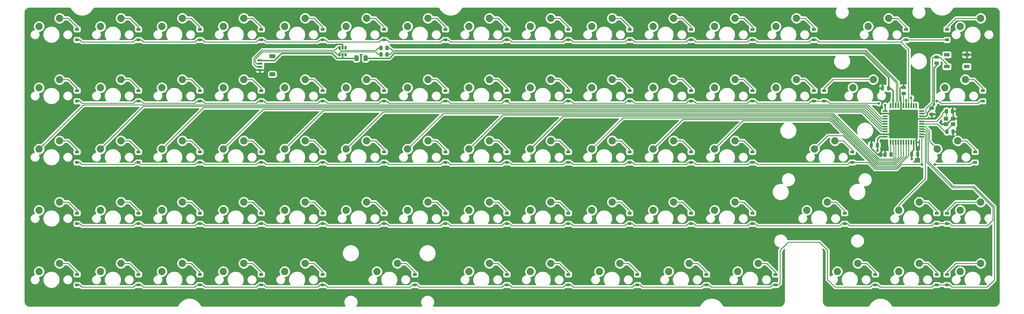
<source format=gbl>
G04 #@! TF.GenerationSoftware,KiCad,Pcbnew,(5.1.4)-1*
G04 #@! TF.CreationDate,2022-05-28T20:25:51-07:00*
G04 #@! TF.ProjectId,bakeneko65ortho,62616b65-6e65-46b6-9f36-356f7274686f,rev?*
G04 #@! TF.SameCoordinates,Original*
G04 #@! TF.FileFunction,Copper,L2,Bot*
G04 #@! TF.FilePolarity,Positive*
%FSLAX46Y46*%
G04 Gerber Fmt 4.6, Leading zero omitted, Abs format (unit mm)*
G04 Created by KiCad (PCBNEW (5.1.4)-1) date 2022-05-28 20:25:51*
%MOMM*%
%LPD*%
G04 APERTURE LIST*
%ADD10C,2.250000*%
%ADD11C,0.100000*%
%ADD12C,0.975000*%
%ADD13R,0.650000X1.060000*%
%ADD14C,1.200000*%
%ADD15C,0.600000*%
%ADD16R,1.800000X1.100000*%
%ADD17R,1.400000X1.200000*%
%ADD18R,1.500000X0.550000*%
%ADD19R,0.550000X1.500000*%
%ADD20C,1.250000*%
%ADD21R,1.200000X0.900000*%
%ADD22C,0.800000*%
%ADD23C,0.381000*%
%ADD24C,0.250000*%
%ADD25C,0.254000*%
G04 APERTURE END LIST*
D10*
X82708750Y-17938750D03*
X76358750Y-20478750D03*
X247015000Y-56038750D03*
X240665000Y-58578750D03*
X244633750Y-75088750D03*
X238283750Y-77628750D03*
D11*
G36*
X268831142Y-38962174D02*
G01*
X268854803Y-38965684D01*
X268878007Y-38971496D01*
X268900529Y-38979554D01*
X268922153Y-38989782D01*
X268942670Y-39002079D01*
X268961883Y-39016329D01*
X268979607Y-39032393D01*
X268995671Y-39050117D01*
X269009921Y-39069330D01*
X269022218Y-39089847D01*
X269032446Y-39111471D01*
X269040504Y-39133993D01*
X269046316Y-39157197D01*
X269049826Y-39180858D01*
X269051000Y-39204750D01*
X269051000Y-39692250D01*
X269049826Y-39716142D01*
X269046316Y-39739803D01*
X269040504Y-39763007D01*
X269032446Y-39785529D01*
X269022218Y-39807153D01*
X269009921Y-39827670D01*
X268995671Y-39846883D01*
X268979607Y-39864607D01*
X268961883Y-39880671D01*
X268942670Y-39894921D01*
X268922153Y-39907218D01*
X268900529Y-39917446D01*
X268878007Y-39925504D01*
X268854803Y-39931316D01*
X268831142Y-39934826D01*
X268807250Y-39936000D01*
X267894750Y-39936000D01*
X267870858Y-39934826D01*
X267847197Y-39931316D01*
X267823993Y-39925504D01*
X267801471Y-39917446D01*
X267779847Y-39907218D01*
X267759330Y-39894921D01*
X267740117Y-39880671D01*
X267722393Y-39864607D01*
X267706329Y-39846883D01*
X267692079Y-39827670D01*
X267679782Y-39807153D01*
X267669554Y-39785529D01*
X267661496Y-39763007D01*
X267655684Y-39739803D01*
X267652174Y-39716142D01*
X267651000Y-39692250D01*
X267651000Y-39204750D01*
X267652174Y-39180858D01*
X267655684Y-39157197D01*
X267661496Y-39133993D01*
X267669554Y-39111471D01*
X267679782Y-39089847D01*
X267692079Y-39069330D01*
X267706329Y-39050117D01*
X267722393Y-39032393D01*
X267740117Y-39016329D01*
X267759330Y-39002079D01*
X267779847Y-38989782D01*
X267801471Y-38979554D01*
X267823993Y-38971496D01*
X267847197Y-38965684D01*
X267870858Y-38962174D01*
X267894750Y-38961000D01*
X268807250Y-38961000D01*
X268831142Y-38962174D01*
X268831142Y-38962174D01*
G37*
D12*
X268351000Y-39448500D03*
D11*
G36*
X268831142Y-40837174D02*
G01*
X268854803Y-40840684D01*
X268878007Y-40846496D01*
X268900529Y-40854554D01*
X268922153Y-40864782D01*
X268942670Y-40877079D01*
X268961883Y-40891329D01*
X268979607Y-40907393D01*
X268995671Y-40925117D01*
X269009921Y-40944330D01*
X269022218Y-40964847D01*
X269032446Y-40986471D01*
X269040504Y-41008993D01*
X269046316Y-41032197D01*
X269049826Y-41055858D01*
X269051000Y-41079750D01*
X269051000Y-41567250D01*
X269049826Y-41591142D01*
X269046316Y-41614803D01*
X269040504Y-41638007D01*
X269032446Y-41660529D01*
X269022218Y-41682153D01*
X269009921Y-41702670D01*
X268995671Y-41721883D01*
X268979607Y-41739607D01*
X268961883Y-41755671D01*
X268942670Y-41769921D01*
X268922153Y-41782218D01*
X268900529Y-41792446D01*
X268878007Y-41800504D01*
X268854803Y-41806316D01*
X268831142Y-41809826D01*
X268807250Y-41811000D01*
X267894750Y-41811000D01*
X267870858Y-41809826D01*
X267847197Y-41806316D01*
X267823993Y-41800504D01*
X267801471Y-41792446D01*
X267779847Y-41782218D01*
X267759330Y-41769921D01*
X267740117Y-41755671D01*
X267722393Y-41739607D01*
X267706329Y-41721883D01*
X267692079Y-41702670D01*
X267679782Y-41682153D01*
X267669554Y-41660529D01*
X267661496Y-41638007D01*
X267655684Y-41614803D01*
X267652174Y-41591142D01*
X267651000Y-41567250D01*
X267651000Y-41079750D01*
X267652174Y-41055858D01*
X267655684Y-41032197D01*
X267661496Y-41008993D01*
X267669554Y-40986471D01*
X267679782Y-40964847D01*
X267692079Y-40944330D01*
X267706329Y-40925117D01*
X267722393Y-40907393D01*
X267740117Y-40891329D01*
X267759330Y-40877079D01*
X267779847Y-40864782D01*
X267801471Y-40854554D01*
X267823993Y-40846496D01*
X267847197Y-40840684D01*
X267870858Y-40837174D01*
X267894750Y-40836000D01*
X268807250Y-40836000D01*
X268831142Y-40837174D01*
X268831142Y-40837174D01*
G37*
D12*
X268351000Y-41323500D03*
D13*
X94297500Y-29262250D03*
X93347500Y-29262250D03*
X95247500Y-29262250D03*
X95247500Y-27062250D03*
X94297500Y-27062250D03*
X93347500Y-27062250D03*
D10*
X258921250Y-36988750D03*
X252571250Y-39528750D03*
X285115000Y-56038750D03*
X278765000Y-58578750D03*
D11*
G36*
X279086392Y-29532424D02*
G01*
X279110053Y-29535934D01*
X279133257Y-29541746D01*
X279155779Y-29549804D01*
X279177403Y-29560032D01*
X279197920Y-29572329D01*
X279217133Y-29586579D01*
X279234857Y-29602643D01*
X279250921Y-29620367D01*
X279265171Y-29639580D01*
X279277468Y-29660097D01*
X279287696Y-29681721D01*
X279295754Y-29704243D01*
X279301566Y-29727447D01*
X279305076Y-29751108D01*
X279306250Y-29775000D01*
X279306250Y-30262500D01*
X279305076Y-30286392D01*
X279301566Y-30310053D01*
X279295754Y-30333257D01*
X279287696Y-30355779D01*
X279277468Y-30377403D01*
X279265171Y-30397920D01*
X279250921Y-30417133D01*
X279234857Y-30434857D01*
X279217133Y-30450921D01*
X279197920Y-30465171D01*
X279177403Y-30477468D01*
X279155779Y-30487696D01*
X279133257Y-30495754D01*
X279110053Y-30501566D01*
X279086392Y-30505076D01*
X279062500Y-30506250D01*
X278150000Y-30506250D01*
X278126108Y-30505076D01*
X278102447Y-30501566D01*
X278079243Y-30495754D01*
X278056721Y-30487696D01*
X278035097Y-30477468D01*
X278014580Y-30465171D01*
X277995367Y-30450921D01*
X277977643Y-30434857D01*
X277961579Y-30417133D01*
X277947329Y-30397920D01*
X277935032Y-30377403D01*
X277924804Y-30355779D01*
X277916746Y-30333257D01*
X277910934Y-30310053D01*
X277907424Y-30286392D01*
X277906250Y-30262500D01*
X277906250Y-29775000D01*
X277907424Y-29751108D01*
X277910934Y-29727447D01*
X277916746Y-29704243D01*
X277924804Y-29681721D01*
X277935032Y-29660097D01*
X277947329Y-29639580D01*
X277961579Y-29620367D01*
X277977643Y-29602643D01*
X277995367Y-29586579D01*
X278014580Y-29572329D01*
X278035097Y-29560032D01*
X278056721Y-29549804D01*
X278079243Y-29541746D01*
X278102447Y-29535934D01*
X278126108Y-29532424D01*
X278150000Y-29531250D01*
X279062500Y-29531250D01*
X279086392Y-29532424D01*
X279086392Y-29532424D01*
G37*
D12*
X278606250Y-30018750D03*
D11*
G36*
X279086392Y-31407424D02*
G01*
X279110053Y-31410934D01*
X279133257Y-31416746D01*
X279155779Y-31424804D01*
X279177403Y-31435032D01*
X279197920Y-31447329D01*
X279217133Y-31461579D01*
X279234857Y-31477643D01*
X279250921Y-31495367D01*
X279265171Y-31514580D01*
X279277468Y-31535097D01*
X279287696Y-31556721D01*
X279295754Y-31579243D01*
X279301566Y-31602447D01*
X279305076Y-31626108D01*
X279306250Y-31650000D01*
X279306250Y-32137500D01*
X279305076Y-32161392D01*
X279301566Y-32185053D01*
X279295754Y-32208257D01*
X279287696Y-32230779D01*
X279277468Y-32252403D01*
X279265171Y-32272920D01*
X279250921Y-32292133D01*
X279234857Y-32309857D01*
X279217133Y-32325921D01*
X279197920Y-32340171D01*
X279177403Y-32352468D01*
X279155779Y-32362696D01*
X279133257Y-32370754D01*
X279110053Y-32376566D01*
X279086392Y-32380076D01*
X279062500Y-32381250D01*
X278150000Y-32381250D01*
X278126108Y-32380076D01*
X278102447Y-32376566D01*
X278079243Y-32370754D01*
X278056721Y-32362696D01*
X278035097Y-32352468D01*
X278014580Y-32340171D01*
X277995367Y-32325921D01*
X277977643Y-32309857D01*
X277961579Y-32292133D01*
X277947329Y-32272920D01*
X277935032Y-32252403D01*
X277924804Y-32230779D01*
X277916746Y-32208257D01*
X277910934Y-32185053D01*
X277907424Y-32161392D01*
X277906250Y-32137500D01*
X277906250Y-31650000D01*
X277907424Y-31626108D01*
X277910934Y-31602447D01*
X277916746Y-31579243D01*
X277924804Y-31556721D01*
X277935032Y-31535097D01*
X277947329Y-31514580D01*
X277961579Y-31495367D01*
X277977643Y-31477643D01*
X277995367Y-31461579D01*
X278014580Y-31447329D01*
X278035097Y-31435032D01*
X278056721Y-31424804D01*
X278079243Y-31416746D01*
X278102447Y-31410934D01*
X278126108Y-31407424D01*
X278150000Y-31406250D01*
X279062500Y-31406250D01*
X279086392Y-31407424D01*
X279086392Y-31407424D01*
G37*
D12*
X278606250Y-31893750D03*
D11*
G36*
X262061392Y-38988674D02*
G01*
X262085053Y-38992184D01*
X262108257Y-38997996D01*
X262130779Y-39006054D01*
X262152403Y-39016282D01*
X262172920Y-39028579D01*
X262192133Y-39042829D01*
X262209857Y-39058893D01*
X262225921Y-39076617D01*
X262240171Y-39095830D01*
X262252468Y-39116347D01*
X262262696Y-39137971D01*
X262270754Y-39160493D01*
X262276566Y-39183697D01*
X262280076Y-39207358D01*
X262281250Y-39231250D01*
X262281250Y-40143750D01*
X262280076Y-40167642D01*
X262276566Y-40191303D01*
X262270754Y-40214507D01*
X262262696Y-40237029D01*
X262252468Y-40258653D01*
X262240171Y-40279170D01*
X262225921Y-40298383D01*
X262209857Y-40316107D01*
X262192133Y-40332171D01*
X262172920Y-40346421D01*
X262152403Y-40358718D01*
X262130779Y-40368946D01*
X262108257Y-40377004D01*
X262085053Y-40382816D01*
X262061392Y-40386326D01*
X262037500Y-40387500D01*
X261550000Y-40387500D01*
X261526108Y-40386326D01*
X261502447Y-40382816D01*
X261479243Y-40377004D01*
X261456721Y-40368946D01*
X261435097Y-40358718D01*
X261414580Y-40346421D01*
X261395367Y-40332171D01*
X261377643Y-40316107D01*
X261361579Y-40298383D01*
X261347329Y-40279170D01*
X261335032Y-40258653D01*
X261324804Y-40237029D01*
X261316746Y-40214507D01*
X261310934Y-40191303D01*
X261307424Y-40167642D01*
X261306250Y-40143750D01*
X261306250Y-39231250D01*
X261307424Y-39207358D01*
X261310934Y-39183697D01*
X261316746Y-39160493D01*
X261324804Y-39137971D01*
X261335032Y-39116347D01*
X261347329Y-39095830D01*
X261361579Y-39076617D01*
X261377643Y-39058893D01*
X261395367Y-39042829D01*
X261414580Y-39028579D01*
X261435097Y-39016282D01*
X261456721Y-39006054D01*
X261479243Y-38997996D01*
X261502447Y-38992184D01*
X261526108Y-38988674D01*
X261550000Y-38987500D01*
X262037500Y-38987500D01*
X262061392Y-38988674D01*
X262061392Y-38988674D01*
G37*
D12*
X261793750Y-39687500D03*
D11*
G36*
X263936392Y-38988674D02*
G01*
X263960053Y-38992184D01*
X263983257Y-38997996D01*
X264005779Y-39006054D01*
X264027403Y-39016282D01*
X264047920Y-39028579D01*
X264067133Y-39042829D01*
X264084857Y-39058893D01*
X264100921Y-39076617D01*
X264115171Y-39095830D01*
X264127468Y-39116347D01*
X264137696Y-39137971D01*
X264145754Y-39160493D01*
X264151566Y-39183697D01*
X264155076Y-39207358D01*
X264156250Y-39231250D01*
X264156250Y-40143750D01*
X264155076Y-40167642D01*
X264151566Y-40191303D01*
X264145754Y-40214507D01*
X264137696Y-40237029D01*
X264127468Y-40258653D01*
X264115171Y-40279170D01*
X264100921Y-40298383D01*
X264084857Y-40316107D01*
X264067133Y-40332171D01*
X264047920Y-40346421D01*
X264027403Y-40358718D01*
X264005779Y-40368946D01*
X263983257Y-40377004D01*
X263960053Y-40382816D01*
X263936392Y-40386326D01*
X263912500Y-40387500D01*
X263425000Y-40387500D01*
X263401108Y-40386326D01*
X263377447Y-40382816D01*
X263354243Y-40377004D01*
X263331721Y-40368946D01*
X263310097Y-40358718D01*
X263289580Y-40346421D01*
X263270367Y-40332171D01*
X263252643Y-40316107D01*
X263236579Y-40298383D01*
X263222329Y-40279170D01*
X263210032Y-40258653D01*
X263199804Y-40237029D01*
X263191746Y-40214507D01*
X263185934Y-40191303D01*
X263182424Y-40167642D01*
X263181250Y-40143750D01*
X263181250Y-39231250D01*
X263182424Y-39207358D01*
X263185934Y-39183697D01*
X263191746Y-39160493D01*
X263199804Y-39137971D01*
X263210032Y-39116347D01*
X263222329Y-39095830D01*
X263236579Y-39076617D01*
X263252643Y-39058893D01*
X263270367Y-39042829D01*
X263289580Y-39028579D01*
X263310097Y-39016282D01*
X263331721Y-39006054D01*
X263354243Y-38997996D01*
X263377447Y-38992184D01*
X263401108Y-38988674D01*
X263425000Y-38987500D01*
X263912500Y-38987500D01*
X263936392Y-38988674D01*
X263936392Y-38988674D01*
G37*
D12*
X263668750Y-39687500D03*
D10*
X287496250Y-36988750D03*
X281146250Y-39528750D03*
D11*
G36*
X106486392Y-28511174D02*
G01*
X106510053Y-28514684D01*
X106533257Y-28520496D01*
X106555779Y-28528554D01*
X106577403Y-28538782D01*
X106597920Y-28551079D01*
X106617133Y-28565329D01*
X106634857Y-28581393D01*
X106650921Y-28599117D01*
X106665171Y-28618330D01*
X106677468Y-28638847D01*
X106687696Y-28660471D01*
X106695754Y-28682993D01*
X106701566Y-28706197D01*
X106705076Y-28729858D01*
X106706250Y-28753750D01*
X106706250Y-29666250D01*
X106705076Y-29690142D01*
X106701566Y-29713803D01*
X106695754Y-29737007D01*
X106687696Y-29759529D01*
X106677468Y-29781153D01*
X106665171Y-29801670D01*
X106650921Y-29820883D01*
X106634857Y-29838607D01*
X106617133Y-29854671D01*
X106597920Y-29868921D01*
X106577403Y-29881218D01*
X106555779Y-29891446D01*
X106533257Y-29899504D01*
X106510053Y-29905316D01*
X106486392Y-29908826D01*
X106462500Y-29910000D01*
X105975000Y-29910000D01*
X105951108Y-29908826D01*
X105927447Y-29905316D01*
X105904243Y-29899504D01*
X105881721Y-29891446D01*
X105860097Y-29881218D01*
X105839580Y-29868921D01*
X105820367Y-29854671D01*
X105802643Y-29838607D01*
X105786579Y-29820883D01*
X105772329Y-29801670D01*
X105760032Y-29781153D01*
X105749804Y-29759529D01*
X105741746Y-29737007D01*
X105735934Y-29713803D01*
X105732424Y-29690142D01*
X105731250Y-29666250D01*
X105731250Y-28753750D01*
X105732424Y-28729858D01*
X105735934Y-28706197D01*
X105741746Y-28682993D01*
X105749804Y-28660471D01*
X105760032Y-28638847D01*
X105772329Y-28618330D01*
X105786579Y-28599117D01*
X105802643Y-28581393D01*
X105820367Y-28565329D01*
X105839580Y-28551079D01*
X105860097Y-28538782D01*
X105881721Y-28528554D01*
X105904243Y-28520496D01*
X105927447Y-28514684D01*
X105951108Y-28511174D01*
X105975000Y-28510000D01*
X106462500Y-28510000D01*
X106486392Y-28511174D01*
X106486392Y-28511174D01*
G37*
D12*
X106218750Y-29210000D03*
D11*
G36*
X108361392Y-28511174D02*
G01*
X108385053Y-28514684D01*
X108408257Y-28520496D01*
X108430779Y-28528554D01*
X108452403Y-28538782D01*
X108472920Y-28551079D01*
X108492133Y-28565329D01*
X108509857Y-28581393D01*
X108525921Y-28599117D01*
X108540171Y-28618330D01*
X108552468Y-28638847D01*
X108562696Y-28660471D01*
X108570754Y-28682993D01*
X108576566Y-28706197D01*
X108580076Y-28729858D01*
X108581250Y-28753750D01*
X108581250Y-29666250D01*
X108580076Y-29690142D01*
X108576566Y-29713803D01*
X108570754Y-29737007D01*
X108562696Y-29759529D01*
X108552468Y-29781153D01*
X108540171Y-29801670D01*
X108525921Y-29820883D01*
X108509857Y-29838607D01*
X108492133Y-29854671D01*
X108472920Y-29868921D01*
X108452403Y-29881218D01*
X108430779Y-29891446D01*
X108408257Y-29899504D01*
X108385053Y-29905316D01*
X108361392Y-29908826D01*
X108337500Y-29910000D01*
X107850000Y-29910000D01*
X107826108Y-29908826D01*
X107802447Y-29905316D01*
X107779243Y-29899504D01*
X107756721Y-29891446D01*
X107735097Y-29881218D01*
X107714580Y-29868921D01*
X107695367Y-29854671D01*
X107677643Y-29838607D01*
X107661579Y-29820883D01*
X107647329Y-29801670D01*
X107635032Y-29781153D01*
X107624804Y-29759529D01*
X107616746Y-29737007D01*
X107610934Y-29713803D01*
X107607424Y-29690142D01*
X107606250Y-29666250D01*
X107606250Y-28753750D01*
X107607424Y-28729858D01*
X107610934Y-28706197D01*
X107616746Y-28682993D01*
X107624804Y-28660471D01*
X107635032Y-28638847D01*
X107647329Y-28618330D01*
X107661579Y-28599117D01*
X107677643Y-28581393D01*
X107695367Y-28565329D01*
X107714580Y-28551079D01*
X107735097Y-28538782D01*
X107756721Y-28528554D01*
X107779243Y-28520496D01*
X107802447Y-28514684D01*
X107826108Y-28511174D01*
X107850000Y-28510000D01*
X108337500Y-28510000D01*
X108361392Y-28511174D01*
X108361392Y-28511174D01*
G37*
D12*
X108093750Y-29210000D03*
D11*
G36*
X73193255Y-34744954D02*
G01*
X73217523Y-34748554D01*
X73241322Y-34754515D01*
X73264421Y-34762780D01*
X73286600Y-34773270D01*
X73307643Y-34785882D01*
X73327349Y-34800497D01*
X73345527Y-34816973D01*
X73362003Y-34835151D01*
X73376618Y-34854857D01*
X73389230Y-34875900D01*
X73399720Y-34898079D01*
X73407985Y-34921178D01*
X73413946Y-34944977D01*
X73417546Y-34969245D01*
X73418750Y-34993749D01*
X73418750Y-35693751D01*
X73417546Y-35718255D01*
X73413946Y-35742523D01*
X73407985Y-35766322D01*
X73399720Y-35789421D01*
X73389230Y-35811600D01*
X73376618Y-35832643D01*
X73362003Y-35852349D01*
X73345527Y-35870527D01*
X73327349Y-35887003D01*
X73307643Y-35901618D01*
X73286600Y-35914230D01*
X73264421Y-35924720D01*
X73241322Y-35932985D01*
X73217523Y-35938946D01*
X73193255Y-35942546D01*
X73168751Y-35943750D01*
X71868749Y-35943750D01*
X71844245Y-35942546D01*
X71819977Y-35938946D01*
X71796178Y-35932985D01*
X71773079Y-35924720D01*
X71750900Y-35914230D01*
X71729857Y-35901618D01*
X71710151Y-35887003D01*
X71691973Y-35870527D01*
X71675497Y-35852349D01*
X71660882Y-35832643D01*
X71648270Y-35811600D01*
X71637780Y-35789421D01*
X71629515Y-35766322D01*
X71623554Y-35742523D01*
X71619954Y-35718255D01*
X71618750Y-35693751D01*
X71618750Y-34993749D01*
X71619954Y-34969245D01*
X71623554Y-34944977D01*
X71629515Y-34921178D01*
X71637780Y-34898079D01*
X71648270Y-34875900D01*
X71660882Y-34854857D01*
X71675497Y-34835151D01*
X71691973Y-34816973D01*
X71710151Y-34800497D01*
X71729857Y-34785882D01*
X71750900Y-34773270D01*
X71773079Y-34762780D01*
X71796178Y-34754515D01*
X71819977Y-34748554D01*
X71844245Y-34744954D01*
X71868749Y-34743750D01*
X73168751Y-34743750D01*
X73193255Y-34744954D01*
X73193255Y-34744954D01*
G37*
D14*
X72518750Y-35343750D03*
D11*
G36*
X73193255Y-29144954D02*
G01*
X73217523Y-29148554D01*
X73241322Y-29154515D01*
X73264421Y-29162780D01*
X73286600Y-29173270D01*
X73307643Y-29185882D01*
X73327349Y-29200497D01*
X73345527Y-29216973D01*
X73362003Y-29235151D01*
X73376618Y-29254857D01*
X73389230Y-29275900D01*
X73399720Y-29298079D01*
X73407985Y-29321178D01*
X73413946Y-29344977D01*
X73417546Y-29369245D01*
X73418750Y-29393749D01*
X73418750Y-30093751D01*
X73417546Y-30118255D01*
X73413946Y-30142523D01*
X73407985Y-30166322D01*
X73399720Y-30189421D01*
X73389230Y-30211600D01*
X73376618Y-30232643D01*
X73362003Y-30252349D01*
X73345527Y-30270527D01*
X73327349Y-30287003D01*
X73307643Y-30301618D01*
X73286600Y-30314230D01*
X73264421Y-30324720D01*
X73241322Y-30332985D01*
X73217523Y-30338946D01*
X73193255Y-30342546D01*
X73168751Y-30343750D01*
X71868749Y-30343750D01*
X71844245Y-30342546D01*
X71819977Y-30338946D01*
X71796178Y-30332985D01*
X71773079Y-30324720D01*
X71750900Y-30314230D01*
X71729857Y-30301618D01*
X71710151Y-30287003D01*
X71691973Y-30270527D01*
X71675497Y-30252349D01*
X71660882Y-30232643D01*
X71648270Y-30211600D01*
X71637780Y-30189421D01*
X71629515Y-30166322D01*
X71623554Y-30142523D01*
X71619954Y-30118255D01*
X71618750Y-30093751D01*
X71618750Y-29393749D01*
X71619954Y-29369245D01*
X71623554Y-29344977D01*
X71629515Y-29321178D01*
X71637780Y-29298079D01*
X71648270Y-29275900D01*
X71660882Y-29254857D01*
X71675497Y-29235151D01*
X71691973Y-29216973D01*
X71710151Y-29200497D01*
X71729857Y-29185882D01*
X71750900Y-29173270D01*
X71773079Y-29162780D01*
X71796178Y-29154515D01*
X71819977Y-29148554D01*
X71844245Y-29144954D01*
X71868749Y-29143750D01*
X73168751Y-29143750D01*
X73193255Y-29144954D01*
X73193255Y-29144954D01*
G37*
D14*
X72518750Y-29743750D03*
D11*
G36*
X69283453Y-33744472D02*
G01*
X69298014Y-33746632D01*
X69312293Y-33750209D01*
X69326153Y-33755168D01*
X69339460Y-33761462D01*
X69352086Y-33769030D01*
X69363909Y-33777798D01*
X69374816Y-33787684D01*
X69384702Y-33798591D01*
X69393470Y-33810414D01*
X69401038Y-33823040D01*
X69407332Y-33836347D01*
X69412291Y-33850207D01*
X69415868Y-33864486D01*
X69418028Y-33879047D01*
X69418750Y-33893750D01*
X69418750Y-34193750D01*
X69418028Y-34208453D01*
X69415868Y-34223014D01*
X69412291Y-34237293D01*
X69407332Y-34251153D01*
X69401038Y-34264460D01*
X69393470Y-34277086D01*
X69384702Y-34288909D01*
X69374816Y-34299816D01*
X69363909Y-34309702D01*
X69352086Y-34318470D01*
X69339460Y-34326038D01*
X69326153Y-34332332D01*
X69312293Y-34337291D01*
X69298014Y-34340868D01*
X69283453Y-34343028D01*
X69268750Y-34343750D01*
X68018750Y-34343750D01*
X68004047Y-34343028D01*
X67989486Y-34340868D01*
X67975207Y-34337291D01*
X67961347Y-34332332D01*
X67948040Y-34326038D01*
X67935414Y-34318470D01*
X67923591Y-34309702D01*
X67912684Y-34299816D01*
X67902798Y-34288909D01*
X67894030Y-34277086D01*
X67886462Y-34264460D01*
X67880168Y-34251153D01*
X67875209Y-34237293D01*
X67871632Y-34223014D01*
X67869472Y-34208453D01*
X67868750Y-34193750D01*
X67868750Y-33893750D01*
X67869472Y-33879047D01*
X67871632Y-33864486D01*
X67875209Y-33850207D01*
X67880168Y-33836347D01*
X67886462Y-33823040D01*
X67894030Y-33810414D01*
X67902798Y-33798591D01*
X67912684Y-33787684D01*
X67923591Y-33777798D01*
X67935414Y-33769030D01*
X67948040Y-33761462D01*
X67961347Y-33755168D01*
X67975207Y-33750209D01*
X67989486Y-33746632D01*
X68004047Y-33744472D01*
X68018750Y-33743750D01*
X69268750Y-33743750D01*
X69283453Y-33744472D01*
X69283453Y-33744472D01*
G37*
D15*
X68643750Y-34043750D03*
D11*
G36*
X69283453Y-32744472D02*
G01*
X69298014Y-32746632D01*
X69312293Y-32750209D01*
X69326153Y-32755168D01*
X69339460Y-32761462D01*
X69352086Y-32769030D01*
X69363909Y-32777798D01*
X69374816Y-32787684D01*
X69384702Y-32798591D01*
X69393470Y-32810414D01*
X69401038Y-32823040D01*
X69407332Y-32836347D01*
X69412291Y-32850207D01*
X69415868Y-32864486D01*
X69418028Y-32879047D01*
X69418750Y-32893750D01*
X69418750Y-33193750D01*
X69418028Y-33208453D01*
X69415868Y-33223014D01*
X69412291Y-33237293D01*
X69407332Y-33251153D01*
X69401038Y-33264460D01*
X69393470Y-33277086D01*
X69384702Y-33288909D01*
X69374816Y-33299816D01*
X69363909Y-33309702D01*
X69352086Y-33318470D01*
X69339460Y-33326038D01*
X69326153Y-33332332D01*
X69312293Y-33337291D01*
X69298014Y-33340868D01*
X69283453Y-33343028D01*
X69268750Y-33343750D01*
X68018750Y-33343750D01*
X68004047Y-33343028D01*
X67989486Y-33340868D01*
X67975207Y-33337291D01*
X67961347Y-33332332D01*
X67948040Y-33326038D01*
X67935414Y-33318470D01*
X67923591Y-33309702D01*
X67912684Y-33299816D01*
X67902798Y-33288909D01*
X67894030Y-33277086D01*
X67886462Y-33264460D01*
X67880168Y-33251153D01*
X67875209Y-33237293D01*
X67871632Y-33223014D01*
X67869472Y-33208453D01*
X67868750Y-33193750D01*
X67868750Y-32893750D01*
X67869472Y-32879047D01*
X67871632Y-32864486D01*
X67875209Y-32850207D01*
X67880168Y-32836347D01*
X67886462Y-32823040D01*
X67894030Y-32810414D01*
X67902798Y-32798591D01*
X67912684Y-32787684D01*
X67923591Y-32777798D01*
X67935414Y-32769030D01*
X67948040Y-32761462D01*
X67961347Y-32755168D01*
X67975207Y-32750209D01*
X67989486Y-32746632D01*
X68004047Y-32744472D01*
X68018750Y-32743750D01*
X69268750Y-32743750D01*
X69283453Y-32744472D01*
X69283453Y-32744472D01*
G37*
D15*
X68643750Y-33043750D03*
D11*
G36*
X69283453Y-31744472D02*
G01*
X69298014Y-31746632D01*
X69312293Y-31750209D01*
X69326153Y-31755168D01*
X69339460Y-31761462D01*
X69352086Y-31769030D01*
X69363909Y-31777798D01*
X69374816Y-31787684D01*
X69384702Y-31798591D01*
X69393470Y-31810414D01*
X69401038Y-31823040D01*
X69407332Y-31836347D01*
X69412291Y-31850207D01*
X69415868Y-31864486D01*
X69418028Y-31879047D01*
X69418750Y-31893750D01*
X69418750Y-32193750D01*
X69418028Y-32208453D01*
X69415868Y-32223014D01*
X69412291Y-32237293D01*
X69407332Y-32251153D01*
X69401038Y-32264460D01*
X69393470Y-32277086D01*
X69384702Y-32288909D01*
X69374816Y-32299816D01*
X69363909Y-32309702D01*
X69352086Y-32318470D01*
X69339460Y-32326038D01*
X69326153Y-32332332D01*
X69312293Y-32337291D01*
X69298014Y-32340868D01*
X69283453Y-32343028D01*
X69268750Y-32343750D01*
X68018750Y-32343750D01*
X68004047Y-32343028D01*
X67989486Y-32340868D01*
X67975207Y-32337291D01*
X67961347Y-32332332D01*
X67948040Y-32326038D01*
X67935414Y-32318470D01*
X67923591Y-32309702D01*
X67912684Y-32299816D01*
X67902798Y-32288909D01*
X67894030Y-32277086D01*
X67886462Y-32264460D01*
X67880168Y-32251153D01*
X67875209Y-32237293D01*
X67871632Y-32223014D01*
X67869472Y-32208453D01*
X67868750Y-32193750D01*
X67868750Y-31893750D01*
X67869472Y-31879047D01*
X67871632Y-31864486D01*
X67875209Y-31850207D01*
X67880168Y-31836347D01*
X67886462Y-31823040D01*
X67894030Y-31810414D01*
X67902798Y-31798591D01*
X67912684Y-31787684D01*
X67923591Y-31777798D01*
X67935414Y-31769030D01*
X67948040Y-31761462D01*
X67961347Y-31755168D01*
X67975207Y-31750209D01*
X67989486Y-31746632D01*
X68004047Y-31744472D01*
X68018750Y-31743750D01*
X69268750Y-31743750D01*
X69283453Y-31744472D01*
X69283453Y-31744472D01*
G37*
D15*
X68643750Y-32043750D03*
D11*
G36*
X69283453Y-30744472D02*
G01*
X69298014Y-30746632D01*
X69312293Y-30750209D01*
X69326153Y-30755168D01*
X69339460Y-30761462D01*
X69352086Y-30769030D01*
X69363909Y-30777798D01*
X69374816Y-30787684D01*
X69384702Y-30798591D01*
X69393470Y-30810414D01*
X69401038Y-30823040D01*
X69407332Y-30836347D01*
X69412291Y-30850207D01*
X69415868Y-30864486D01*
X69418028Y-30879047D01*
X69418750Y-30893750D01*
X69418750Y-31193750D01*
X69418028Y-31208453D01*
X69415868Y-31223014D01*
X69412291Y-31237293D01*
X69407332Y-31251153D01*
X69401038Y-31264460D01*
X69393470Y-31277086D01*
X69384702Y-31288909D01*
X69374816Y-31299816D01*
X69363909Y-31309702D01*
X69352086Y-31318470D01*
X69339460Y-31326038D01*
X69326153Y-31332332D01*
X69312293Y-31337291D01*
X69298014Y-31340868D01*
X69283453Y-31343028D01*
X69268750Y-31343750D01*
X68018750Y-31343750D01*
X68004047Y-31343028D01*
X67989486Y-31340868D01*
X67975207Y-31337291D01*
X67961347Y-31332332D01*
X67948040Y-31326038D01*
X67935414Y-31318470D01*
X67923591Y-31309702D01*
X67912684Y-31299816D01*
X67902798Y-31288909D01*
X67894030Y-31277086D01*
X67886462Y-31264460D01*
X67880168Y-31251153D01*
X67875209Y-31237293D01*
X67871632Y-31223014D01*
X67869472Y-31208453D01*
X67868750Y-31193750D01*
X67868750Y-30893750D01*
X67869472Y-30879047D01*
X67871632Y-30864486D01*
X67875209Y-30850207D01*
X67880168Y-30836347D01*
X67886462Y-30823040D01*
X67894030Y-30810414D01*
X67902798Y-30798591D01*
X67912684Y-30787684D01*
X67923591Y-30777798D01*
X67935414Y-30769030D01*
X67948040Y-30761462D01*
X67961347Y-30755168D01*
X67975207Y-30750209D01*
X67989486Y-30746632D01*
X68004047Y-30744472D01*
X68018750Y-30743750D01*
X69268750Y-30743750D01*
X69283453Y-30744472D01*
X69283453Y-30744472D01*
G37*
D15*
X68643750Y-31043750D03*
D10*
X25558750Y-17938750D03*
X19208750Y-20478750D03*
D16*
X281729250Y-29265000D03*
X287929250Y-32965000D03*
X281729250Y-32965000D03*
X287929250Y-29265000D03*
D17*
X283675000Y-49156250D03*
X281475000Y-49156250D03*
X281475000Y-50856250D03*
X283675000Y-50856250D03*
D18*
X262587500Y-46800000D03*
X262587500Y-47600000D03*
X262587500Y-48400000D03*
X262587500Y-49200000D03*
X262587500Y-50000000D03*
X262587500Y-50800000D03*
X262587500Y-51600000D03*
X262587500Y-52400000D03*
X262587500Y-53200000D03*
X262587500Y-54000000D03*
X262587500Y-54800000D03*
D19*
X264287500Y-56500000D03*
X265087500Y-56500000D03*
X265887500Y-56500000D03*
X266687500Y-56500000D03*
X267487500Y-56500000D03*
X268287500Y-56500000D03*
X269087500Y-56500000D03*
X269887500Y-56500000D03*
X270687500Y-56500000D03*
X271487500Y-56500000D03*
X272287500Y-56500000D03*
D18*
X273987500Y-54800000D03*
X273987500Y-54000000D03*
X273987500Y-53200000D03*
X273987500Y-52400000D03*
X273987500Y-51600000D03*
X273987500Y-50800000D03*
X273987500Y-50000000D03*
X273987500Y-49200000D03*
X273987500Y-48400000D03*
X273987500Y-47600000D03*
X273987500Y-46800000D03*
D19*
X272287500Y-45100000D03*
X271487500Y-45100000D03*
X270687500Y-45100000D03*
X269887500Y-45100000D03*
X269087500Y-45100000D03*
X268287500Y-45100000D03*
X267487500Y-45100000D03*
X266687500Y-45100000D03*
X265887500Y-45100000D03*
X265087500Y-45100000D03*
X264287500Y-45100000D03*
D11*
G36*
X262855142Y-59626174D02*
G01*
X262878803Y-59629684D01*
X262902007Y-59635496D01*
X262924529Y-59643554D01*
X262946153Y-59653782D01*
X262966670Y-59666079D01*
X262985883Y-59680329D01*
X263003607Y-59696393D01*
X263019671Y-59714117D01*
X263033921Y-59733330D01*
X263046218Y-59753847D01*
X263056446Y-59775471D01*
X263064504Y-59797993D01*
X263070316Y-59821197D01*
X263073826Y-59844858D01*
X263075000Y-59868750D01*
X263075000Y-60781250D01*
X263073826Y-60805142D01*
X263070316Y-60828803D01*
X263064504Y-60852007D01*
X263056446Y-60874529D01*
X263046218Y-60896153D01*
X263033921Y-60916670D01*
X263019671Y-60935883D01*
X263003607Y-60953607D01*
X262985883Y-60969671D01*
X262966670Y-60983921D01*
X262946153Y-60996218D01*
X262924529Y-61006446D01*
X262902007Y-61014504D01*
X262878803Y-61020316D01*
X262855142Y-61023826D01*
X262831250Y-61025000D01*
X262343750Y-61025000D01*
X262319858Y-61023826D01*
X262296197Y-61020316D01*
X262272993Y-61014504D01*
X262250471Y-61006446D01*
X262228847Y-60996218D01*
X262208330Y-60983921D01*
X262189117Y-60969671D01*
X262171393Y-60953607D01*
X262155329Y-60935883D01*
X262141079Y-60916670D01*
X262128782Y-60896153D01*
X262118554Y-60874529D01*
X262110496Y-60852007D01*
X262104684Y-60828803D01*
X262101174Y-60805142D01*
X262100000Y-60781250D01*
X262100000Y-59868750D01*
X262101174Y-59844858D01*
X262104684Y-59821197D01*
X262110496Y-59797993D01*
X262118554Y-59775471D01*
X262128782Y-59753847D01*
X262141079Y-59733330D01*
X262155329Y-59714117D01*
X262171393Y-59696393D01*
X262189117Y-59680329D01*
X262208330Y-59666079D01*
X262228847Y-59653782D01*
X262250471Y-59643554D01*
X262272993Y-59635496D01*
X262296197Y-59629684D01*
X262319858Y-59626174D01*
X262343750Y-59625000D01*
X262831250Y-59625000D01*
X262855142Y-59626174D01*
X262855142Y-59626174D01*
G37*
D12*
X262587500Y-60325000D03*
D11*
G36*
X264730142Y-59626174D02*
G01*
X264753803Y-59629684D01*
X264777007Y-59635496D01*
X264799529Y-59643554D01*
X264821153Y-59653782D01*
X264841670Y-59666079D01*
X264860883Y-59680329D01*
X264878607Y-59696393D01*
X264894671Y-59714117D01*
X264908921Y-59733330D01*
X264921218Y-59753847D01*
X264931446Y-59775471D01*
X264939504Y-59797993D01*
X264945316Y-59821197D01*
X264948826Y-59844858D01*
X264950000Y-59868750D01*
X264950000Y-60781250D01*
X264948826Y-60805142D01*
X264945316Y-60828803D01*
X264939504Y-60852007D01*
X264931446Y-60874529D01*
X264921218Y-60896153D01*
X264908921Y-60916670D01*
X264894671Y-60935883D01*
X264878607Y-60953607D01*
X264860883Y-60969671D01*
X264841670Y-60983921D01*
X264821153Y-60996218D01*
X264799529Y-61006446D01*
X264777007Y-61014504D01*
X264753803Y-61020316D01*
X264730142Y-61023826D01*
X264706250Y-61025000D01*
X264218750Y-61025000D01*
X264194858Y-61023826D01*
X264171197Y-61020316D01*
X264147993Y-61014504D01*
X264125471Y-61006446D01*
X264103847Y-60996218D01*
X264083330Y-60983921D01*
X264064117Y-60969671D01*
X264046393Y-60953607D01*
X264030329Y-60935883D01*
X264016079Y-60916670D01*
X264003782Y-60896153D01*
X263993554Y-60874529D01*
X263985496Y-60852007D01*
X263979684Y-60828803D01*
X263976174Y-60805142D01*
X263975000Y-60781250D01*
X263975000Y-59868750D01*
X263976174Y-59844858D01*
X263979684Y-59821197D01*
X263985496Y-59797993D01*
X263993554Y-59775471D01*
X264003782Y-59753847D01*
X264016079Y-59733330D01*
X264030329Y-59714117D01*
X264046393Y-59696393D01*
X264064117Y-59680329D01*
X264083330Y-59666079D01*
X264103847Y-59653782D01*
X264125471Y-59643554D01*
X264147993Y-59635496D01*
X264171197Y-59629684D01*
X264194858Y-59626174D01*
X264218750Y-59625000D01*
X264706250Y-59625000D01*
X264730142Y-59626174D01*
X264730142Y-59626174D01*
G37*
D12*
X264462500Y-60325000D03*
D11*
G36*
X106486392Y-26479174D02*
G01*
X106510053Y-26482684D01*
X106533257Y-26488496D01*
X106555779Y-26496554D01*
X106577403Y-26506782D01*
X106597920Y-26519079D01*
X106617133Y-26533329D01*
X106634857Y-26549393D01*
X106650921Y-26567117D01*
X106665171Y-26586330D01*
X106677468Y-26606847D01*
X106687696Y-26628471D01*
X106695754Y-26650993D01*
X106701566Y-26674197D01*
X106705076Y-26697858D01*
X106706250Y-26721750D01*
X106706250Y-27634250D01*
X106705076Y-27658142D01*
X106701566Y-27681803D01*
X106695754Y-27705007D01*
X106687696Y-27727529D01*
X106677468Y-27749153D01*
X106665171Y-27769670D01*
X106650921Y-27788883D01*
X106634857Y-27806607D01*
X106617133Y-27822671D01*
X106597920Y-27836921D01*
X106577403Y-27849218D01*
X106555779Y-27859446D01*
X106533257Y-27867504D01*
X106510053Y-27873316D01*
X106486392Y-27876826D01*
X106462500Y-27878000D01*
X105975000Y-27878000D01*
X105951108Y-27876826D01*
X105927447Y-27873316D01*
X105904243Y-27867504D01*
X105881721Y-27859446D01*
X105860097Y-27849218D01*
X105839580Y-27836921D01*
X105820367Y-27822671D01*
X105802643Y-27806607D01*
X105786579Y-27788883D01*
X105772329Y-27769670D01*
X105760032Y-27749153D01*
X105749804Y-27727529D01*
X105741746Y-27705007D01*
X105735934Y-27681803D01*
X105732424Y-27658142D01*
X105731250Y-27634250D01*
X105731250Y-26721750D01*
X105732424Y-26697858D01*
X105735934Y-26674197D01*
X105741746Y-26650993D01*
X105749804Y-26628471D01*
X105760032Y-26606847D01*
X105772329Y-26586330D01*
X105786579Y-26567117D01*
X105802643Y-26549393D01*
X105820367Y-26533329D01*
X105839580Y-26519079D01*
X105860097Y-26506782D01*
X105881721Y-26496554D01*
X105904243Y-26488496D01*
X105927447Y-26482684D01*
X105951108Y-26479174D01*
X105975000Y-26478000D01*
X106462500Y-26478000D01*
X106486392Y-26479174D01*
X106486392Y-26479174D01*
G37*
D12*
X106218750Y-27178000D03*
D11*
G36*
X108361392Y-26479174D02*
G01*
X108385053Y-26482684D01*
X108408257Y-26488496D01*
X108430779Y-26496554D01*
X108452403Y-26506782D01*
X108472920Y-26519079D01*
X108492133Y-26533329D01*
X108509857Y-26549393D01*
X108525921Y-26567117D01*
X108540171Y-26586330D01*
X108552468Y-26606847D01*
X108562696Y-26628471D01*
X108570754Y-26650993D01*
X108576566Y-26674197D01*
X108580076Y-26697858D01*
X108581250Y-26721750D01*
X108581250Y-27634250D01*
X108580076Y-27658142D01*
X108576566Y-27681803D01*
X108570754Y-27705007D01*
X108562696Y-27727529D01*
X108552468Y-27749153D01*
X108540171Y-27769670D01*
X108525921Y-27788883D01*
X108509857Y-27806607D01*
X108492133Y-27822671D01*
X108472920Y-27836921D01*
X108452403Y-27849218D01*
X108430779Y-27859446D01*
X108408257Y-27867504D01*
X108385053Y-27873316D01*
X108361392Y-27876826D01*
X108337500Y-27878000D01*
X107850000Y-27878000D01*
X107826108Y-27876826D01*
X107802447Y-27873316D01*
X107779243Y-27867504D01*
X107756721Y-27859446D01*
X107735097Y-27849218D01*
X107714580Y-27836921D01*
X107695367Y-27822671D01*
X107677643Y-27806607D01*
X107661579Y-27788883D01*
X107647329Y-27769670D01*
X107635032Y-27749153D01*
X107624804Y-27727529D01*
X107616746Y-27705007D01*
X107610934Y-27681803D01*
X107607424Y-27658142D01*
X107606250Y-27634250D01*
X107606250Y-26721750D01*
X107607424Y-26697858D01*
X107610934Y-26674197D01*
X107616746Y-26650993D01*
X107624804Y-26628471D01*
X107635032Y-26606847D01*
X107647329Y-26586330D01*
X107661579Y-26567117D01*
X107677643Y-26549393D01*
X107695367Y-26533329D01*
X107714580Y-26519079D01*
X107735097Y-26506782D01*
X107756721Y-26496554D01*
X107779243Y-26488496D01*
X107802447Y-26482684D01*
X107826108Y-26479174D01*
X107850000Y-26478000D01*
X108337500Y-26478000D01*
X108361392Y-26479174D01*
X108361392Y-26479174D01*
G37*
D12*
X108093750Y-27178000D03*
D10*
X292258750Y-94138750D03*
X285908750Y-96678750D03*
X273208750Y-94138750D03*
X266858750Y-96678750D03*
X254158750Y-94138750D03*
X247808750Y-96678750D03*
X223202500Y-94138750D03*
X216852500Y-96678750D03*
X201771250Y-94138750D03*
X195421250Y-96678750D03*
X180340000Y-94138750D03*
X173990000Y-96678750D03*
X158908750Y-94138750D03*
X152558750Y-96678750D03*
X139858750Y-94138750D03*
X133508750Y-96678750D03*
X111283750Y-94138750D03*
X104933750Y-96678750D03*
X82708750Y-94138750D03*
X76358750Y-96678750D03*
X63658750Y-94138750D03*
X57308750Y-96678750D03*
X44608750Y-94138750D03*
X38258750Y-96678750D03*
X25558750Y-94138750D03*
X19208750Y-96678750D03*
X6508750Y-94138750D03*
X158750Y-96678750D03*
X292258750Y-75088750D03*
X285908750Y-77628750D03*
X273208750Y-75088750D03*
X266858750Y-77628750D03*
X216058750Y-75088750D03*
X209708750Y-77628750D03*
X197008750Y-75088750D03*
X190658750Y-77628750D03*
X177958750Y-75088750D03*
X171608750Y-77628750D03*
X158908750Y-75088750D03*
X152558750Y-77628750D03*
X139858750Y-75088750D03*
X133508750Y-77628750D03*
X120808750Y-75088750D03*
X114458750Y-77628750D03*
X101758750Y-75088750D03*
X95408750Y-77628750D03*
X82708750Y-75088750D03*
X76358750Y-77628750D03*
X63658750Y-75088750D03*
X57308750Y-77628750D03*
X44608750Y-75088750D03*
X38258750Y-77628750D03*
X25558750Y-75088750D03*
X19208750Y-77628750D03*
X6508750Y-75088750D03*
X158750Y-77628750D03*
X216058750Y-56038750D03*
X209708750Y-58578750D03*
X197008750Y-56038750D03*
X190658750Y-58578750D03*
X177958750Y-56038750D03*
X171608750Y-58578750D03*
X158908750Y-56038750D03*
X152558750Y-58578750D03*
X139858750Y-56038750D03*
X133508750Y-58578750D03*
X120808750Y-56038750D03*
X114458750Y-58578750D03*
X101758750Y-56038750D03*
X95408750Y-58578750D03*
X82708750Y-56038750D03*
X76358750Y-58578750D03*
X63658750Y-56038750D03*
X57308750Y-58578750D03*
X44608750Y-56038750D03*
X38258750Y-58578750D03*
X25558750Y-56038750D03*
X19208750Y-58578750D03*
X6508750Y-56038750D03*
X158750Y-58578750D03*
X235108750Y-36988750D03*
X228758750Y-39528750D03*
X216058750Y-36988750D03*
X209708750Y-39528750D03*
X197008750Y-36988750D03*
X190658750Y-39528750D03*
X177958750Y-36988750D03*
X171608750Y-39528750D03*
X158908750Y-36988750D03*
X152558750Y-39528750D03*
X139858750Y-36988750D03*
X133508750Y-39528750D03*
X120808750Y-36988750D03*
X114458750Y-39528750D03*
X101758750Y-36988750D03*
X95408750Y-39528750D03*
X82708750Y-36988750D03*
X76358750Y-39528750D03*
X63658750Y-36988750D03*
X57308750Y-39528750D03*
X44608750Y-36988750D03*
X38258750Y-39528750D03*
X25558750Y-36988750D03*
X19208750Y-39528750D03*
X6508750Y-36988750D03*
X158750Y-39528750D03*
X292258750Y-17938750D03*
X285908750Y-20478750D03*
X263683750Y-17938750D03*
X257333750Y-20478750D03*
X235108750Y-17938750D03*
X228758750Y-20478750D03*
X216058750Y-17938750D03*
X209708750Y-20478750D03*
X197008750Y-17938750D03*
X190658750Y-20478750D03*
X177958750Y-17938750D03*
X171608750Y-20478750D03*
X158908750Y-17938750D03*
X152558750Y-20478750D03*
X139858750Y-17938750D03*
X133508750Y-20478750D03*
X120808750Y-17938750D03*
X114458750Y-20478750D03*
X101758750Y-17938750D03*
X95408750Y-20478750D03*
X63658750Y-17938750D03*
X57308750Y-20478750D03*
X44608750Y-17938750D03*
X38258750Y-20478750D03*
X6508750Y-17938750D03*
X158750Y-20478750D03*
D11*
G36*
X99012004Y-29479204D02*
G01*
X99036273Y-29482804D01*
X99060071Y-29488765D01*
X99083171Y-29497030D01*
X99105349Y-29507520D01*
X99126393Y-29520133D01*
X99146098Y-29534747D01*
X99164277Y-29551223D01*
X99180753Y-29569402D01*
X99195367Y-29589107D01*
X99207980Y-29610151D01*
X99218470Y-29632329D01*
X99226735Y-29655429D01*
X99232696Y-29679227D01*
X99236296Y-29703496D01*
X99237500Y-29728000D01*
X99237500Y-30978000D01*
X99236296Y-31002504D01*
X99232696Y-31026773D01*
X99226735Y-31050571D01*
X99218470Y-31073671D01*
X99207980Y-31095849D01*
X99195367Y-31116893D01*
X99180753Y-31136598D01*
X99164277Y-31154777D01*
X99146098Y-31171253D01*
X99126393Y-31185867D01*
X99105349Y-31198480D01*
X99083171Y-31208970D01*
X99060071Y-31217235D01*
X99036273Y-31223196D01*
X99012004Y-31226796D01*
X98987500Y-31228000D01*
X98237500Y-31228000D01*
X98212996Y-31226796D01*
X98188727Y-31223196D01*
X98164929Y-31217235D01*
X98141829Y-31208970D01*
X98119651Y-31198480D01*
X98098607Y-31185867D01*
X98078902Y-31171253D01*
X98060723Y-31154777D01*
X98044247Y-31136598D01*
X98029633Y-31116893D01*
X98017020Y-31095849D01*
X98006530Y-31073671D01*
X97998265Y-31050571D01*
X97992304Y-31026773D01*
X97988704Y-31002504D01*
X97987500Y-30978000D01*
X97987500Y-29728000D01*
X97988704Y-29703496D01*
X97992304Y-29679227D01*
X97998265Y-29655429D01*
X98006530Y-29632329D01*
X98017020Y-29610151D01*
X98029633Y-29589107D01*
X98044247Y-29569402D01*
X98060723Y-29551223D01*
X98078902Y-29534747D01*
X98098607Y-29520133D01*
X98119651Y-29507520D01*
X98141829Y-29497030D01*
X98164929Y-29488765D01*
X98188727Y-29482804D01*
X98212996Y-29479204D01*
X98237500Y-29478000D01*
X98987500Y-29478000D01*
X99012004Y-29479204D01*
X99012004Y-29479204D01*
G37*
D20*
X98612500Y-30353000D03*
D11*
G36*
X101812004Y-29479204D02*
G01*
X101836273Y-29482804D01*
X101860071Y-29488765D01*
X101883171Y-29497030D01*
X101905349Y-29507520D01*
X101926393Y-29520133D01*
X101946098Y-29534747D01*
X101964277Y-29551223D01*
X101980753Y-29569402D01*
X101995367Y-29589107D01*
X102007980Y-29610151D01*
X102018470Y-29632329D01*
X102026735Y-29655429D01*
X102032696Y-29679227D01*
X102036296Y-29703496D01*
X102037500Y-29728000D01*
X102037500Y-30978000D01*
X102036296Y-31002504D01*
X102032696Y-31026773D01*
X102026735Y-31050571D01*
X102018470Y-31073671D01*
X102007980Y-31095849D01*
X101995367Y-31116893D01*
X101980753Y-31136598D01*
X101964277Y-31154777D01*
X101946098Y-31171253D01*
X101926393Y-31185867D01*
X101905349Y-31198480D01*
X101883171Y-31208970D01*
X101860071Y-31217235D01*
X101836273Y-31223196D01*
X101812004Y-31226796D01*
X101787500Y-31228000D01*
X101037500Y-31228000D01*
X101012996Y-31226796D01*
X100988727Y-31223196D01*
X100964929Y-31217235D01*
X100941829Y-31208970D01*
X100919651Y-31198480D01*
X100898607Y-31185867D01*
X100878902Y-31171253D01*
X100860723Y-31154777D01*
X100844247Y-31136598D01*
X100829633Y-31116893D01*
X100817020Y-31095849D01*
X100806530Y-31073671D01*
X100798265Y-31050571D01*
X100792304Y-31026773D01*
X100788704Y-31002504D01*
X100787500Y-30978000D01*
X100787500Y-29728000D01*
X100788704Y-29703496D01*
X100792304Y-29679227D01*
X100798265Y-29655429D01*
X100806530Y-29632329D01*
X100817020Y-29610151D01*
X100829633Y-29589107D01*
X100844247Y-29569402D01*
X100860723Y-29551223D01*
X100878902Y-29534747D01*
X100898607Y-29520133D01*
X100919651Y-29507520D01*
X100941829Y-29497030D01*
X100964929Y-29488765D01*
X100988727Y-29482804D01*
X101012996Y-29479204D01*
X101037500Y-29478000D01*
X101787500Y-29478000D01*
X101812004Y-29479204D01*
X101812004Y-29479204D01*
G37*
D20*
X101412500Y-30353000D03*
D21*
X281781250Y-97568750D03*
X281781250Y-100868750D03*
X278606250Y-97568750D03*
X278606250Y-100868750D03*
X259556250Y-97568750D03*
X259556250Y-100868750D03*
X228600000Y-97568750D03*
X228600000Y-100868750D03*
X207168750Y-97568750D03*
X207168750Y-100868750D03*
X185737500Y-97568750D03*
X185737500Y-100868750D03*
X164306250Y-97568750D03*
X164306250Y-100868750D03*
X145256250Y-97568750D03*
X145256250Y-100868750D03*
X116681250Y-97568750D03*
X116681250Y-100868750D03*
X88106250Y-97568750D03*
X88106250Y-100868750D03*
X69056250Y-97568750D03*
X69056250Y-100868750D03*
X50006250Y-97568750D03*
X50006250Y-100868750D03*
X30956250Y-97568750D03*
X30956250Y-100868750D03*
X11906250Y-97568750D03*
X11906250Y-100868750D03*
X281781250Y-78518750D03*
X281781250Y-81818750D03*
X278606250Y-78518750D03*
X278606250Y-81818750D03*
X250031250Y-78518750D03*
X250031250Y-81818750D03*
X221456250Y-78518750D03*
X221456250Y-81818750D03*
X202406250Y-78518750D03*
X202406250Y-81818750D03*
X183356250Y-78518750D03*
X183356250Y-81818750D03*
X164306250Y-78518750D03*
X164306250Y-81818750D03*
X145256250Y-78518750D03*
X145256250Y-81818750D03*
X126206250Y-78518750D03*
X126206250Y-81818750D03*
X107156250Y-78518750D03*
X107156250Y-81818750D03*
X88106250Y-78518750D03*
X88106250Y-81818750D03*
X69056250Y-78518750D03*
X69056250Y-81818750D03*
X50006250Y-78518750D03*
X50006250Y-81818750D03*
X30956250Y-78518750D03*
X30956250Y-81818750D03*
X11906250Y-78518750D03*
X11906250Y-81818750D03*
X290512500Y-59468750D03*
X290512500Y-62768750D03*
X252412500Y-59468750D03*
X252412500Y-62768750D03*
X221456250Y-59468750D03*
X221456250Y-62768750D03*
X202406250Y-59468750D03*
X202406250Y-62768750D03*
X183356250Y-59468750D03*
X183356250Y-62768750D03*
X164306250Y-59468750D03*
X164306250Y-62768750D03*
X145256250Y-59468750D03*
X145256250Y-62768750D03*
X126206250Y-59468750D03*
X126206250Y-62768750D03*
X107156250Y-59468750D03*
X107156250Y-62768750D03*
X88106250Y-59468750D03*
X88106250Y-62768750D03*
X69056250Y-59468750D03*
X69056250Y-62768750D03*
X50006250Y-59468750D03*
X50006250Y-62768750D03*
X30956250Y-59468750D03*
X30956250Y-62768750D03*
X11906250Y-59468750D03*
X11906250Y-62768750D03*
X292893750Y-40418750D03*
X292893750Y-43718750D03*
X243681250Y-40418750D03*
X243681250Y-43718750D03*
X240506250Y-40418750D03*
X240506250Y-43718750D03*
X221456250Y-40418750D03*
X221456250Y-43718750D03*
X202406250Y-40418750D03*
X202406250Y-43718750D03*
X183356250Y-40418750D03*
X183356250Y-43718750D03*
X164306250Y-40418750D03*
X164306250Y-43718750D03*
X145256250Y-40418750D03*
X145256250Y-43718750D03*
X126206250Y-40418750D03*
X126206250Y-43718750D03*
X107156250Y-40418750D03*
X107156250Y-43718750D03*
X88106250Y-40418750D03*
X88106250Y-43718750D03*
X69056250Y-40418750D03*
X69056250Y-43718750D03*
X50006250Y-40418750D03*
X50006250Y-43718750D03*
X30956250Y-40418750D03*
X30956250Y-43718750D03*
X11906250Y-40418750D03*
X11906250Y-43718750D03*
X281781250Y-21368750D03*
X281781250Y-24668750D03*
X269081250Y-21368750D03*
X269081250Y-24668750D03*
X240506250Y-21368750D03*
X240506250Y-24668750D03*
X221456250Y-21368750D03*
X221456250Y-24668750D03*
X202406250Y-21368750D03*
X202406250Y-24668750D03*
X183356250Y-21368750D03*
X183356250Y-24668750D03*
X164306250Y-21368750D03*
X164306250Y-24668750D03*
X145256250Y-21368750D03*
X145256250Y-24668750D03*
X126206250Y-21368750D03*
X126206250Y-24668750D03*
X107156250Y-21368750D03*
X107156250Y-24668750D03*
X88106250Y-21368750D03*
X88106250Y-24668750D03*
X69056250Y-21368750D03*
X69056250Y-24668750D03*
X50006250Y-21368750D03*
X50006250Y-24668750D03*
X30956250Y-21368750D03*
X30956250Y-24668750D03*
X11906250Y-21368750D03*
X11906250Y-24668750D03*
D11*
G36*
X272985142Y-59499174D02*
G01*
X273008803Y-59502684D01*
X273032007Y-59508496D01*
X273054529Y-59516554D01*
X273076153Y-59526782D01*
X273096670Y-59539079D01*
X273115883Y-59553329D01*
X273133607Y-59569393D01*
X273149671Y-59587117D01*
X273163921Y-59606330D01*
X273176218Y-59626847D01*
X273186446Y-59648471D01*
X273194504Y-59670993D01*
X273200316Y-59694197D01*
X273203826Y-59717858D01*
X273205000Y-59741750D01*
X273205000Y-60654250D01*
X273203826Y-60678142D01*
X273200316Y-60701803D01*
X273194504Y-60725007D01*
X273186446Y-60747529D01*
X273176218Y-60769153D01*
X273163921Y-60789670D01*
X273149671Y-60808883D01*
X273133607Y-60826607D01*
X273115883Y-60842671D01*
X273096670Y-60856921D01*
X273076153Y-60869218D01*
X273054529Y-60879446D01*
X273032007Y-60887504D01*
X273008803Y-60893316D01*
X272985142Y-60896826D01*
X272961250Y-60898000D01*
X272473750Y-60898000D01*
X272449858Y-60896826D01*
X272426197Y-60893316D01*
X272402993Y-60887504D01*
X272380471Y-60879446D01*
X272358847Y-60869218D01*
X272338330Y-60856921D01*
X272319117Y-60842671D01*
X272301393Y-60826607D01*
X272285329Y-60808883D01*
X272271079Y-60789670D01*
X272258782Y-60769153D01*
X272248554Y-60747529D01*
X272240496Y-60725007D01*
X272234684Y-60701803D01*
X272231174Y-60678142D01*
X272230000Y-60654250D01*
X272230000Y-59741750D01*
X272231174Y-59717858D01*
X272234684Y-59694197D01*
X272240496Y-59670993D01*
X272248554Y-59648471D01*
X272258782Y-59626847D01*
X272271079Y-59606330D01*
X272285329Y-59587117D01*
X272301393Y-59569393D01*
X272319117Y-59553329D01*
X272338330Y-59539079D01*
X272358847Y-59526782D01*
X272380471Y-59516554D01*
X272402993Y-59508496D01*
X272426197Y-59502684D01*
X272449858Y-59499174D01*
X272473750Y-59498000D01*
X272961250Y-59498000D01*
X272985142Y-59499174D01*
X272985142Y-59499174D01*
G37*
D12*
X272717500Y-60198000D03*
D11*
G36*
X271110142Y-59499174D02*
G01*
X271133803Y-59502684D01*
X271157007Y-59508496D01*
X271179529Y-59516554D01*
X271201153Y-59526782D01*
X271221670Y-59539079D01*
X271240883Y-59553329D01*
X271258607Y-59569393D01*
X271274671Y-59587117D01*
X271288921Y-59606330D01*
X271301218Y-59626847D01*
X271311446Y-59648471D01*
X271319504Y-59670993D01*
X271325316Y-59694197D01*
X271328826Y-59717858D01*
X271330000Y-59741750D01*
X271330000Y-60654250D01*
X271328826Y-60678142D01*
X271325316Y-60701803D01*
X271319504Y-60725007D01*
X271311446Y-60747529D01*
X271301218Y-60769153D01*
X271288921Y-60789670D01*
X271274671Y-60808883D01*
X271258607Y-60826607D01*
X271240883Y-60842671D01*
X271221670Y-60856921D01*
X271201153Y-60869218D01*
X271179529Y-60879446D01*
X271157007Y-60887504D01*
X271133803Y-60893316D01*
X271110142Y-60896826D01*
X271086250Y-60898000D01*
X270598750Y-60898000D01*
X270574858Y-60896826D01*
X270551197Y-60893316D01*
X270527993Y-60887504D01*
X270505471Y-60879446D01*
X270483847Y-60869218D01*
X270463330Y-60856921D01*
X270444117Y-60842671D01*
X270426393Y-60826607D01*
X270410329Y-60808883D01*
X270396079Y-60789670D01*
X270383782Y-60769153D01*
X270373554Y-60747529D01*
X270365496Y-60725007D01*
X270359684Y-60701803D01*
X270356174Y-60678142D01*
X270355000Y-60654250D01*
X270355000Y-59741750D01*
X270356174Y-59717858D01*
X270359684Y-59694197D01*
X270365496Y-59670993D01*
X270373554Y-59648471D01*
X270383782Y-59626847D01*
X270396079Y-59606330D01*
X270410329Y-59587117D01*
X270426393Y-59569393D01*
X270444117Y-59553329D01*
X270463330Y-59539079D01*
X270483847Y-59526782D01*
X270505471Y-59516554D01*
X270527993Y-59508496D01*
X270551197Y-59502684D01*
X270574858Y-59499174D01*
X270598750Y-59498000D01*
X271086250Y-59498000D01*
X271110142Y-59499174D01*
X271110142Y-59499174D01*
G37*
D12*
X270842500Y-60198000D03*
D11*
G36*
X281905142Y-46164174D02*
G01*
X281928803Y-46167684D01*
X281952007Y-46173496D01*
X281974529Y-46181554D01*
X281996153Y-46191782D01*
X282016670Y-46204079D01*
X282035883Y-46218329D01*
X282053607Y-46234393D01*
X282069671Y-46252117D01*
X282083921Y-46271330D01*
X282096218Y-46291847D01*
X282106446Y-46313471D01*
X282114504Y-46335993D01*
X282120316Y-46359197D01*
X282123826Y-46382858D01*
X282125000Y-46406750D01*
X282125000Y-47319250D01*
X282123826Y-47343142D01*
X282120316Y-47366803D01*
X282114504Y-47390007D01*
X282106446Y-47412529D01*
X282096218Y-47434153D01*
X282083921Y-47454670D01*
X282069671Y-47473883D01*
X282053607Y-47491607D01*
X282035883Y-47507671D01*
X282016670Y-47521921D01*
X281996153Y-47534218D01*
X281974529Y-47544446D01*
X281952007Y-47552504D01*
X281928803Y-47558316D01*
X281905142Y-47561826D01*
X281881250Y-47563000D01*
X281393750Y-47563000D01*
X281369858Y-47561826D01*
X281346197Y-47558316D01*
X281322993Y-47552504D01*
X281300471Y-47544446D01*
X281278847Y-47534218D01*
X281258330Y-47521921D01*
X281239117Y-47507671D01*
X281221393Y-47491607D01*
X281205329Y-47473883D01*
X281191079Y-47454670D01*
X281178782Y-47434153D01*
X281168554Y-47412529D01*
X281160496Y-47390007D01*
X281154684Y-47366803D01*
X281151174Y-47343142D01*
X281150000Y-47319250D01*
X281150000Y-46406750D01*
X281151174Y-46382858D01*
X281154684Y-46359197D01*
X281160496Y-46335993D01*
X281168554Y-46313471D01*
X281178782Y-46291847D01*
X281191079Y-46271330D01*
X281205329Y-46252117D01*
X281221393Y-46234393D01*
X281239117Y-46218329D01*
X281258330Y-46204079D01*
X281278847Y-46191782D01*
X281300471Y-46181554D01*
X281322993Y-46173496D01*
X281346197Y-46167684D01*
X281369858Y-46164174D01*
X281393750Y-46163000D01*
X281881250Y-46163000D01*
X281905142Y-46164174D01*
X281905142Y-46164174D01*
G37*
D12*
X281637500Y-46863000D03*
D11*
G36*
X283780142Y-46164174D02*
G01*
X283803803Y-46167684D01*
X283827007Y-46173496D01*
X283849529Y-46181554D01*
X283871153Y-46191782D01*
X283891670Y-46204079D01*
X283910883Y-46218329D01*
X283928607Y-46234393D01*
X283944671Y-46252117D01*
X283958921Y-46271330D01*
X283971218Y-46291847D01*
X283981446Y-46313471D01*
X283989504Y-46335993D01*
X283995316Y-46359197D01*
X283998826Y-46382858D01*
X284000000Y-46406750D01*
X284000000Y-47319250D01*
X283998826Y-47343142D01*
X283995316Y-47366803D01*
X283989504Y-47390007D01*
X283981446Y-47412529D01*
X283971218Y-47434153D01*
X283958921Y-47454670D01*
X283944671Y-47473883D01*
X283928607Y-47491607D01*
X283910883Y-47507671D01*
X283891670Y-47521921D01*
X283871153Y-47534218D01*
X283849529Y-47544446D01*
X283827007Y-47552504D01*
X283803803Y-47558316D01*
X283780142Y-47561826D01*
X283756250Y-47563000D01*
X283268750Y-47563000D01*
X283244858Y-47561826D01*
X283221197Y-47558316D01*
X283197993Y-47552504D01*
X283175471Y-47544446D01*
X283153847Y-47534218D01*
X283133330Y-47521921D01*
X283114117Y-47507671D01*
X283096393Y-47491607D01*
X283080329Y-47473883D01*
X283066079Y-47454670D01*
X283053782Y-47434153D01*
X283043554Y-47412529D01*
X283035496Y-47390007D01*
X283029684Y-47366803D01*
X283026174Y-47343142D01*
X283025000Y-47319250D01*
X283025000Y-46406750D01*
X283026174Y-46382858D01*
X283029684Y-46359197D01*
X283035496Y-46335993D01*
X283043554Y-46313471D01*
X283053782Y-46291847D01*
X283066079Y-46271330D01*
X283080329Y-46252117D01*
X283096393Y-46234393D01*
X283114117Y-46218329D01*
X283133330Y-46204079D01*
X283153847Y-46191782D01*
X283175471Y-46181554D01*
X283197993Y-46173496D01*
X283221197Y-46167684D01*
X283244858Y-46164174D01*
X283268750Y-46163000D01*
X283756250Y-46163000D01*
X283780142Y-46164174D01*
X283780142Y-46164174D01*
G37*
D12*
X283512500Y-46863000D03*
D11*
G36*
X283923892Y-52482424D02*
G01*
X283947553Y-52485934D01*
X283970757Y-52491746D01*
X283993279Y-52499804D01*
X284014903Y-52510032D01*
X284035420Y-52522329D01*
X284054633Y-52536579D01*
X284072357Y-52552643D01*
X284088421Y-52570367D01*
X284102671Y-52589580D01*
X284114968Y-52610097D01*
X284125196Y-52631721D01*
X284133254Y-52654243D01*
X284139066Y-52677447D01*
X284142576Y-52701108D01*
X284143750Y-52725000D01*
X284143750Y-53637500D01*
X284142576Y-53661392D01*
X284139066Y-53685053D01*
X284133254Y-53708257D01*
X284125196Y-53730779D01*
X284114968Y-53752403D01*
X284102671Y-53772920D01*
X284088421Y-53792133D01*
X284072357Y-53809857D01*
X284054633Y-53825921D01*
X284035420Y-53840171D01*
X284014903Y-53852468D01*
X283993279Y-53862696D01*
X283970757Y-53870754D01*
X283947553Y-53876566D01*
X283923892Y-53880076D01*
X283900000Y-53881250D01*
X283412500Y-53881250D01*
X283388608Y-53880076D01*
X283364947Y-53876566D01*
X283341743Y-53870754D01*
X283319221Y-53862696D01*
X283297597Y-53852468D01*
X283277080Y-53840171D01*
X283257867Y-53825921D01*
X283240143Y-53809857D01*
X283224079Y-53792133D01*
X283209829Y-53772920D01*
X283197532Y-53752403D01*
X283187304Y-53730779D01*
X283179246Y-53708257D01*
X283173434Y-53685053D01*
X283169924Y-53661392D01*
X283168750Y-53637500D01*
X283168750Y-52725000D01*
X283169924Y-52701108D01*
X283173434Y-52677447D01*
X283179246Y-52654243D01*
X283187304Y-52631721D01*
X283197532Y-52610097D01*
X283209829Y-52589580D01*
X283224079Y-52570367D01*
X283240143Y-52552643D01*
X283257867Y-52536579D01*
X283277080Y-52522329D01*
X283297597Y-52510032D01*
X283319221Y-52499804D01*
X283341743Y-52491746D01*
X283364947Y-52485934D01*
X283388608Y-52482424D01*
X283412500Y-52481250D01*
X283900000Y-52481250D01*
X283923892Y-52482424D01*
X283923892Y-52482424D01*
G37*
D12*
X283656250Y-53181250D03*
D11*
G36*
X282048892Y-52482424D02*
G01*
X282072553Y-52485934D01*
X282095757Y-52491746D01*
X282118279Y-52499804D01*
X282139903Y-52510032D01*
X282160420Y-52522329D01*
X282179633Y-52536579D01*
X282197357Y-52552643D01*
X282213421Y-52570367D01*
X282227671Y-52589580D01*
X282239968Y-52610097D01*
X282250196Y-52631721D01*
X282258254Y-52654243D01*
X282264066Y-52677447D01*
X282267576Y-52701108D01*
X282268750Y-52725000D01*
X282268750Y-53637500D01*
X282267576Y-53661392D01*
X282264066Y-53685053D01*
X282258254Y-53708257D01*
X282250196Y-53730779D01*
X282239968Y-53752403D01*
X282227671Y-53772920D01*
X282213421Y-53792133D01*
X282197357Y-53809857D01*
X282179633Y-53825921D01*
X282160420Y-53840171D01*
X282139903Y-53852468D01*
X282118279Y-53862696D01*
X282095757Y-53870754D01*
X282072553Y-53876566D01*
X282048892Y-53880076D01*
X282025000Y-53881250D01*
X281537500Y-53881250D01*
X281513608Y-53880076D01*
X281489947Y-53876566D01*
X281466743Y-53870754D01*
X281444221Y-53862696D01*
X281422597Y-53852468D01*
X281402080Y-53840171D01*
X281382867Y-53825921D01*
X281365143Y-53809857D01*
X281349079Y-53792133D01*
X281334829Y-53772920D01*
X281322532Y-53752403D01*
X281312304Y-53730779D01*
X281304246Y-53708257D01*
X281298434Y-53685053D01*
X281294924Y-53661392D01*
X281293750Y-53637500D01*
X281293750Y-52725000D01*
X281294924Y-52701108D01*
X281298434Y-52677447D01*
X281304246Y-52654243D01*
X281312304Y-52631721D01*
X281322532Y-52610097D01*
X281334829Y-52589580D01*
X281349079Y-52570367D01*
X281365143Y-52552643D01*
X281382867Y-52536579D01*
X281402080Y-52522329D01*
X281422597Y-52510032D01*
X281444221Y-52499804D01*
X281466743Y-52491746D01*
X281489947Y-52485934D01*
X281513608Y-52482424D01*
X281537500Y-52481250D01*
X282025000Y-52481250D01*
X282048892Y-52482424D01*
X282048892Y-52482424D01*
G37*
D12*
X281781250Y-53181250D03*
D11*
G36*
X277498892Y-47282424D02*
G01*
X277522553Y-47285934D01*
X277545757Y-47291746D01*
X277568279Y-47299804D01*
X277589903Y-47310032D01*
X277610420Y-47322329D01*
X277629633Y-47336579D01*
X277647357Y-47352643D01*
X277663421Y-47370367D01*
X277677671Y-47389580D01*
X277689968Y-47410097D01*
X277700196Y-47431721D01*
X277708254Y-47454243D01*
X277714066Y-47477447D01*
X277717576Y-47501108D01*
X277718750Y-47525000D01*
X277718750Y-48012500D01*
X277717576Y-48036392D01*
X277714066Y-48060053D01*
X277708254Y-48083257D01*
X277700196Y-48105779D01*
X277689968Y-48127403D01*
X277677671Y-48147920D01*
X277663421Y-48167133D01*
X277647357Y-48184857D01*
X277629633Y-48200921D01*
X277610420Y-48215171D01*
X277589903Y-48227468D01*
X277568279Y-48237696D01*
X277545757Y-48245754D01*
X277522553Y-48251566D01*
X277498892Y-48255076D01*
X277475000Y-48256250D01*
X276562500Y-48256250D01*
X276538608Y-48255076D01*
X276514947Y-48251566D01*
X276491743Y-48245754D01*
X276469221Y-48237696D01*
X276447597Y-48227468D01*
X276427080Y-48215171D01*
X276407867Y-48200921D01*
X276390143Y-48184857D01*
X276374079Y-48167133D01*
X276359829Y-48147920D01*
X276347532Y-48127403D01*
X276337304Y-48105779D01*
X276329246Y-48083257D01*
X276323434Y-48060053D01*
X276319924Y-48036392D01*
X276318750Y-48012500D01*
X276318750Y-47525000D01*
X276319924Y-47501108D01*
X276323434Y-47477447D01*
X276329246Y-47454243D01*
X276337304Y-47431721D01*
X276347532Y-47410097D01*
X276359829Y-47389580D01*
X276374079Y-47370367D01*
X276390143Y-47352643D01*
X276407867Y-47336579D01*
X276427080Y-47322329D01*
X276447597Y-47310032D01*
X276469221Y-47299804D01*
X276491743Y-47291746D01*
X276514947Y-47285934D01*
X276538608Y-47282424D01*
X276562500Y-47281250D01*
X277475000Y-47281250D01*
X277498892Y-47282424D01*
X277498892Y-47282424D01*
G37*
D12*
X277018750Y-47768750D03*
D11*
G36*
X277498892Y-45407424D02*
G01*
X277522553Y-45410934D01*
X277545757Y-45416746D01*
X277568279Y-45424804D01*
X277589903Y-45435032D01*
X277610420Y-45447329D01*
X277629633Y-45461579D01*
X277647357Y-45477643D01*
X277663421Y-45495367D01*
X277677671Y-45514580D01*
X277689968Y-45535097D01*
X277700196Y-45556721D01*
X277708254Y-45579243D01*
X277714066Y-45602447D01*
X277717576Y-45626108D01*
X277718750Y-45650000D01*
X277718750Y-46137500D01*
X277717576Y-46161392D01*
X277714066Y-46185053D01*
X277708254Y-46208257D01*
X277700196Y-46230779D01*
X277689968Y-46252403D01*
X277677671Y-46272920D01*
X277663421Y-46292133D01*
X277647357Y-46309857D01*
X277629633Y-46325921D01*
X277610420Y-46340171D01*
X277589903Y-46352468D01*
X277568279Y-46362696D01*
X277545757Y-46370754D01*
X277522553Y-46376566D01*
X277498892Y-46380076D01*
X277475000Y-46381250D01*
X276562500Y-46381250D01*
X276538608Y-46380076D01*
X276514947Y-46376566D01*
X276491743Y-46370754D01*
X276469221Y-46362696D01*
X276447597Y-46352468D01*
X276427080Y-46340171D01*
X276407867Y-46325921D01*
X276390143Y-46309857D01*
X276374079Y-46292133D01*
X276359829Y-46272920D01*
X276347532Y-46252403D01*
X276337304Y-46230779D01*
X276329246Y-46208257D01*
X276323434Y-46185053D01*
X276319924Y-46161392D01*
X276318750Y-46137500D01*
X276318750Y-45650000D01*
X276319924Y-45626108D01*
X276323434Y-45602447D01*
X276329246Y-45579243D01*
X276337304Y-45556721D01*
X276347532Y-45535097D01*
X276359829Y-45514580D01*
X276374079Y-45495367D01*
X276390143Y-45477643D01*
X276407867Y-45461579D01*
X276427080Y-45447329D01*
X276447597Y-45435032D01*
X276469221Y-45424804D01*
X276491743Y-45416746D01*
X276514947Y-45410934D01*
X276538608Y-45407424D01*
X276562500Y-45406250D01*
X277475000Y-45406250D01*
X277498892Y-45407424D01*
X277498892Y-45407424D01*
G37*
D12*
X277018750Y-45893750D03*
D11*
G36*
X258585642Y-56705174D02*
G01*
X258609303Y-56708684D01*
X258632507Y-56714496D01*
X258655029Y-56722554D01*
X258676653Y-56732782D01*
X258697170Y-56745079D01*
X258716383Y-56759329D01*
X258734107Y-56775393D01*
X258750171Y-56793117D01*
X258764421Y-56812330D01*
X258776718Y-56832847D01*
X258786946Y-56854471D01*
X258795004Y-56876993D01*
X258800816Y-56900197D01*
X258804326Y-56923858D01*
X258805500Y-56947750D01*
X258805500Y-57860250D01*
X258804326Y-57884142D01*
X258800816Y-57907803D01*
X258795004Y-57931007D01*
X258786946Y-57953529D01*
X258776718Y-57975153D01*
X258764421Y-57995670D01*
X258750171Y-58014883D01*
X258734107Y-58032607D01*
X258716383Y-58048671D01*
X258697170Y-58062921D01*
X258676653Y-58075218D01*
X258655029Y-58085446D01*
X258632507Y-58093504D01*
X258609303Y-58099316D01*
X258585642Y-58102826D01*
X258561750Y-58104000D01*
X258074250Y-58104000D01*
X258050358Y-58102826D01*
X258026697Y-58099316D01*
X258003493Y-58093504D01*
X257980971Y-58085446D01*
X257959347Y-58075218D01*
X257938830Y-58062921D01*
X257919617Y-58048671D01*
X257901893Y-58032607D01*
X257885829Y-58014883D01*
X257871579Y-57995670D01*
X257859282Y-57975153D01*
X257849054Y-57953529D01*
X257840996Y-57931007D01*
X257835184Y-57907803D01*
X257831674Y-57884142D01*
X257830500Y-57860250D01*
X257830500Y-56947750D01*
X257831674Y-56923858D01*
X257835184Y-56900197D01*
X257840996Y-56876993D01*
X257849054Y-56854471D01*
X257859282Y-56832847D01*
X257871579Y-56812330D01*
X257885829Y-56793117D01*
X257901893Y-56775393D01*
X257919617Y-56759329D01*
X257938830Y-56745079D01*
X257959347Y-56732782D01*
X257980971Y-56722554D01*
X258003493Y-56714496D01*
X258026697Y-56708684D01*
X258050358Y-56705174D01*
X258074250Y-56704000D01*
X258561750Y-56704000D01*
X258585642Y-56705174D01*
X258585642Y-56705174D01*
G37*
D12*
X258318000Y-57404000D03*
D11*
G36*
X260460642Y-56705174D02*
G01*
X260484303Y-56708684D01*
X260507507Y-56714496D01*
X260530029Y-56722554D01*
X260551653Y-56732782D01*
X260572170Y-56745079D01*
X260591383Y-56759329D01*
X260609107Y-56775393D01*
X260625171Y-56793117D01*
X260639421Y-56812330D01*
X260651718Y-56832847D01*
X260661946Y-56854471D01*
X260670004Y-56876993D01*
X260675816Y-56900197D01*
X260679326Y-56923858D01*
X260680500Y-56947750D01*
X260680500Y-57860250D01*
X260679326Y-57884142D01*
X260675816Y-57907803D01*
X260670004Y-57931007D01*
X260661946Y-57953529D01*
X260651718Y-57975153D01*
X260639421Y-57995670D01*
X260625171Y-58014883D01*
X260609107Y-58032607D01*
X260591383Y-58048671D01*
X260572170Y-58062921D01*
X260551653Y-58075218D01*
X260530029Y-58085446D01*
X260507507Y-58093504D01*
X260484303Y-58099316D01*
X260460642Y-58102826D01*
X260436750Y-58104000D01*
X259949250Y-58104000D01*
X259925358Y-58102826D01*
X259901697Y-58099316D01*
X259878493Y-58093504D01*
X259855971Y-58085446D01*
X259834347Y-58075218D01*
X259813830Y-58062921D01*
X259794617Y-58048671D01*
X259776893Y-58032607D01*
X259760829Y-58014883D01*
X259746579Y-57995670D01*
X259734282Y-57975153D01*
X259724054Y-57953529D01*
X259715996Y-57931007D01*
X259710184Y-57907803D01*
X259706674Y-57884142D01*
X259705500Y-57860250D01*
X259705500Y-56947750D01*
X259706674Y-56923858D01*
X259710184Y-56900197D01*
X259715996Y-56876993D01*
X259724054Y-56854471D01*
X259734282Y-56832847D01*
X259746579Y-56812330D01*
X259760829Y-56793117D01*
X259776893Y-56775393D01*
X259794617Y-56759329D01*
X259813830Y-56745079D01*
X259834347Y-56732782D01*
X259855971Y-56722554D01*
X259878493Y-56714496D01*
X259901697Y-56708684D01*
X259925358Y-56705174D01*
X259949250Y-56704000D01*
X260436750Y-56704000D01*
X260460642Y-56705174D01*
X260460642Y-56705174D01*
G37*
D12*
X260193000Y-57404000D03*
D22*
X265049000Y-43434000D03*
X262636000Y-44958000D03*
X269113000Y-43434000D03*
X270891000Y-61722000D03*
X260223000Y-59055000D03*
X277749000Y-44704000D03*
X278638000Y-43688000D03*
X260656499Y-44450000D03*
X270673999Y-42643500D03*
X278040000Y-63437651D03*
X274001349Y-63437651D03*
D23*
X262534000Y-47546500D02*
X262587500Y-47600000D01*
X272717500Y-60198000D02*
X272717500Y-59230500D01*
X272287500Y-58800500D02*
X272287500Y-56500000D01*
X272717500Y-59230500D02*
X272287500Y-58800500D01*
X283372098Y-49156250D02*
X283675000Y-49156250D01*
X281672098Y-50856250D02*
X283372098Y-49156250D01*
X281475000Y-50856250D02*
X281672098Y-50856250D01*
X283675000Y-47025500D02*
X283512500Y-46863000D01*
X283675000Y-49156250D02*
X283675000Y-47025500D01*
X272287500Y-55369000D02*
X272287500Y-56500000D01*
X270918500Y-54000000D02*
X272287500Y-55369000D01*
X262587500Y-54000000D02*
X270918500Y-54000000D01*
X272856500Y-49200000D02*
X273987500Y-49200000D01*
X272287500Y-49769000D02*
X272856500Y-49200000D01*
X272287500Y-56500000D02*
X272287500Y-49769000D01*
X270456500Y-49200000D02*
X267487500Y-46231000D01*
X273987500Y-49200000D02*
X270456500Y-49200000D01*
X263718500Y-47600000D02*
X262587500Y-47600000D01*
X266118500Y-47600000D02*
X263718500Y-47600000D01*
X267487500Y-46231000D02*
X266118500Y-47600000D01*
X267487500Y-45100000D02*
X267487500Y-46231000D01*
X287929250Y-29265000D02*
X288279250Y-29265000D01*
X277018750Y-48736250D02*
X277018750Y-47768750D01*
X276555000Y-49200000D02*
X277018750Y-48736250D01*
X273987500Y-49200000D02*
X276555000Y-49200000D01*
X258318000Y-58204000D02*
X258318000Y-57404000D01*
X258318000Y-58319942D02*
X258318000Y-58204000D01*
X262587500Y-60325000D02*
X260323058Y-60325000D01*
X260323058Y-60325000D02*
X258318000Y-58319942D01*
X277835500Y-47752000D02*
X277818750Y-47768750D01*
X283512500Y-46863000D02*
X283512500Y-45387500D01*
X283464000Y-45339000D02*
X280924000Y-45339000D01*
X277818750Y-47768750D02*
X277018750Y-47768750D01*
X283512500Y-45387500D02*
X283464000Y-45339000D01*
X280924000Y-45339000D02*
X279273000Y-46990000D01*
X279273000Y-46990000D02*
X279273000Y-47752000D01*
X279273000Y-47752000D02*
X277835500Y-47752000D01*
X283656250Y-53181250D02*
X286162750Y-53181250D01*
X286162750Y-53181250D02*
X286385000Y-52959000D01*
X286385000Y-52959000D02*
X286385000Y-49276000D01*
X286265250Y-49156250D02*
X283675000Y-49156250D01*
X286385000Y-49276000D02*
X286265250Y-49156250D01*
X291393000Y-29265000D02*
X287929250Y-29265000D01*
X295148000Y-33020000D02*
X291393000Y-29265000D01*
X295148000Y-45593000D02*
X295148000Y-33020000D01*
X283512500Y-46863000D02*
X293878000Y-46863000D01*
X293878000Y-46863000D02*
X295148000Y-45593000D01*
X258318000Y-57404000D02*
X258318000Y-55499000D01*
X262587500Y-54000000D02*
X259563000Y-54000000D01*
X258318000Y-55245000D02*
X258318000Y-55499000D01*
X259563000Y-54000000D02*
X258318000Y-55245000D01*
X259905500Y-39687500D02*
X261793750Y-39687500D01*
X259461000Y-40132000D02*
X259905500Y-39687500D01*
X259461000Y-42926000D02*
X259461000Y-40132000D01*
X259969000Y-43434000D02*
X259461000Y-42926000D01*
X261456500Y-47600000D02*
X260731000Y-46874500D01*
X261112000Y-43434000D02*
X259969000Y-43434000D01*
X262587500Y-47600000D02*
X261456500Y-47600000D01*
X260731000Y-46874500D02*
X260731000Y-45847000D01*
X260731000Y-45847000D02*
X261620000Y-44958000D01*
X261620000Y-44958000D02*
X261620000Y-43942000D01*
X261620000Y-43942000D02*
X261112000Y-43434000D01*
X66047750Y-34043750D02*
X68643750Y-34043750D01*
X65659000Y-33655000D02*
X66047750Y-34043750D01*
X65659000Y-29845000D02*
X65659000Y-33655000D01*
X94297500Y-26151250D02*
X94126411Y-25980161D01*
X94297500Y-27062250D02*
X94297500Y-26151250D01*
X94126411Y-25980161D02*
X92129839Y-25980161D01*
X92129839Y-25980161D02*
X91186000Y-26924000D01*
X68580000Y-26924000D02*
X65659000Y-29845000D01*
X68580000Y-26924000D02*
X91186000Y-26924000D01*
X247403750Y-34043750D02*
X68643750Y-34043750D01*
X248158000Y-34798000D02*
X247403750Y-34043750D01*
X260477000Y-34798000D02*
X248158000Y-34798000D01*
X261793750Y-39687500D02*
X261793750Y-36114750D01*
X261793750Y-36114750D02*
X260477000Y-34798000D01*
X267424000Y-39448500D02*
X267133490Y-39739010D01*
X268224000Y-39448500D02*
X267424000Y-39448500D01*
X267133490Y-43614990D02*
X267487500Y-43969000D01*
X267133490Y-39739010D02*
X267133490Y-43614990D01*
X267487500Y-45100000D02*
X267487500Y-43969000D01*
X262636000Y-46751500D02*
X262587500Y-46800000D01*
X262636000Y-44958000D02*
X262636000Y-46751500D01*
X265049000Y-45061500D02*
X265087500Y-45100000D01*
X265049000Y-43434000D02*
X265049000Y-45061500D01*
X269113000Y-45074500D02*
X269087500Y-45100000D01*
X269113000Y-43434000D02*
X269113000Y-45074500D01*
X271487500Y-57631000D02*
X271487500Y-56500000D01*
X271487500Y-58753000D02*
X271487500Y-57631000D01*
X270842500Y-59398000D02*
X271487500Y-58753000D01*
X270842500Y-60198000D02*
X270842500Y-59398000D01*
X270842500Y-60198000D02*
X270842500Y-61673500D01*
X270842500Y-61673500D02*
X270891000Y-61722000D01*
X262587500Y-54800000D02*
X260943672Y-54800000D01*
X260193000Y-55550672D02*
X260943672Y-54800000D01*
X260193000Y-57404000D02*
X260193000Y-55550672D01*
X260193000Y-57404000D02*
X260193000Y-59025000D01*
X260193000Y-59025000D02*
X260223000Y-59055000D01*
X277018750Y-45893750D02*
X275717000Y-47195500D01*
X275717000Y-47195500D02*
X275717000Y-47879000D01*
X275196000Y-48400000D02*
X273987500Y-48400000D01*
X275717000Y-47879000D02*
X275196000Y-48400000D01*
X277018750Y-45893750D02*
X277018750Y-45434250D01*
X277018750Y-45434250D02*
X277749000Y-44704000D01*
X265049000Y-42868315D02*
X265049000Y-43434000D01*
X265049000Y-40480250D02*
X265049000Y-42868315D01*
X264256250Y-39687500D02*
X265049000Y-40480250D01*
X263668750Y-39687500D02*
X264256250Y-39687500D01*
X277749000Y-44138315D02*
X277749000Y-44704000D01*
X277749000Y-33338500D02*
X277749000Y-44138315D01*
X278606250Y-32481250D02*
X277749000Y-33338500D01*
X278606250Y-31893750D02*
X278606250Y-32481250D01*
X108839000Y-30353000D02*
X101412500Y-30353000D01*
X110302651Y-28889349D02*
X108839000Y-30353000D01*
X256219349Y-28889349D02*
X110302651Y-28889349D01*
X263668750Y-39687500D02*
X263668750Y-36338750D01*
X263668750Y-36338750D02*
X256219349Y-28889349D01*
D24*
X268287500Y-45100000D02*
X268287500Y-41846500D01*
X268287500Y-41846500D02*
X268351000Y-41783000D01*
X268351000Y-41783000D02*
X268351000Y-41323500D01*
X11906250Y-20668750D02*
X11906250Y-21368750D01*
X9176250Y-17938750D02*
X11906250Y-20668750D01*
X6508750Y-17938750D02*
X9176250Y-17938750D01*
X30106250Y-24668750D02*
X30956250Y-24668750D01*
X29437349Y-25337651D02*
X30106250Y-24668750D01*
X13425151Y-25337651D02*
X29437349Y-25337651D01*
X12756250Y-24668750D02*
X13425151Y-25337651D01*
X11906250Y-24668750D02*
X12756250Y-24668750D01*
X49156250Y-24668750D02*
X50006250Y-24668750D01*
X48487349Y-25337651D02*
X49156250Y-24668750D01*
X32475151Y-25337651D02*
X48487349Y-25337651D01*
X31806250Y-24668750D02*
X32475151Y-25337651D01*
X30956250Y-24668750D02*
X31806250Y-24668750D01*
X68206250Y-24668750D02*
X69056250Y-24668750D01*
X67537349Y-25337651D02*
X68206250Y-24668750D01*
X51525151Y-25337651D02*
X67537349Y-25337651D01*
X50856250Y-24668750D02*
X51525151Y-25337651D01*
X50006250Y-24668750D02*
X50856250Y-24668750D01*
X87256250Y-24668750D02*
X88106250Y-24668750D01*
X86587349Y-25337651D02*
X87256250Y-24668750D01*
X70575151Y-25337651D02*
X86587349Y-25337651D01*
X69906250Y-24668750D02*
X70575151Y-25337651D01*
X69056250Y-24668750D02*
X69906250Y-24668750D01*
X106306250Y-24668750D02*
X107156250Y-24668750D01*
X105637349Y-25337651D02*
X106306250Y-24668750D01*
X89625151Y-25337651D02*
X105637349Y-25337651D01*
X88956250Y-24668750D02*
X89625151Y-25337651D01*
X88106250Y-24668750D02*
X88956250Y-24668750D01*
X125356250Y-24668750D02*
X126206250Y-24668750D01*
X124687349Y-25337651D02*
X125356250Y-24668750D01*
X108675151Y-25337651D02*
X124687349Y-25337651D01*
X108006250Y-24668750D02*
X108675151Y-25337651D01*
X107156250Y-24668750D02*
X108006250Y-24668750D01*
X144406250Y-24668750D02*
X145256250Y-24668750D01*
X143737349Y-25337651D02*
X144406250Y-24668750D01*
X127725151Y-25337651D02*
X143737349Y-25337651D01*
X127056250Y-24668750D02*
X127725151Y-25337651D01*
X126206250Y-24668750D02*
X127056250Y-24668750D01*
X163456250Y-24668750D02*
X164306250Y-24668750D01*
X162787349Y-25337651D02*
X163456250Y-24668750D01*
X146775151Y-25337651D02*
X162787349Y-25337651D01*
X146106250Y-24668750D02*
X146775151Y-25337651D01*
X145256250Y-24668750D02*
X146106250Y-24668750D01*
X182506250Y-24668750D02*
X183356250Y-24668750D01*
X181837349Y-25337651D02*
X182506250Y-24668750D01*
X165825151Y-25337651D02*
X181837349Y-25337651D01*
X165156250Y-24668750D02*
X165825151Y-25337651D01*
X164306250Y-24668750D02*
X165156250Y-24668750D01*
X201556250Y-24668750D02*
X202406250Y-24668750D01*
X200887349Y-25337651D02*
X201556250Y-24668750D01*
X184875151Y-25337651D02*
X200887349Y-25337651D01*
X184206250Y-24668750D02*
X184875151Y-25337651D01*
X183356250Y-24668750D02*
X184206250Y-24668750D01*
X220606250Y-24668750D02*
X221456250Y-24668750D01*
X219937349Y-25337651D02*
X220606250Y-24668750D01*
X203925151Y-25337651D02*
X219937349Y-25337651D01*
X203256250Y-24668750D02*
X203925151Y-25337651D01*
X202406250Y-24668750D02*
X203256250Y-24668750D01*
X239656250Y-24668750D02*
X240506250Y-24668750D01*
X238987349Y-25337651D02*
X239656250Y-24668750D01*
X222975151Y-25337651D02*
X238987349Y-25337651D01*
X222306250Y-24668750D02*
X222975151Y-25337651D01*
X221456250Y-24668750D02*
X222306250Y-24668750D01*
X268231250Y-24668750D02*
X269081250Y-24668750D01*
X267562349Y-25337651D02*
X268231250Y-24668750D01*
X242025151Y-25337651D02*
X267562349Y-25337651D01*
X241356250Y-24668750D02*
X242025151Y-25337651D01*
X240506250Y-24668750D02*
X241356250Y-24668750D01*
X269081250Y-24668750D02*
X281781250Y-24668750D01*
X269887500Y-27662802D02*
X267562349Y-25337651D01*
X269887500Y-45100000D02*
X269887500Y-27662802D01*
X30956250Y-20668750D02*
X30956250Y-21368750D01*
X28226250Y-17938750D02*
X30956250Y-20668750D01*
X25558750Y-17938750D02*
X28226250Y-17938750D01*
X30106250Y-43718750D02*
X30956250Y-43718750D01*
X29437349Y-44387651D02*
X30106250Y-43718750D01*
X13425151Y-44387651D02*
X29437349Y-44387651D01*
X12756250Y-43718750D02*
X13425151Y-44387651D01*
X11906250Y-43718750D02*
X12756250Y-43718750D01*
X49156250Y-43718750D02*
X50006250Y-43718750D01*
X48487349Y-44387651D02*
X49156250Y-43718750D01*
X32475151Y-44387651D02*
X48487349Y-44387651D01*
X31806250Y-43718750D02*
X32475151Y-44387651D01*
X30956250Y-43718750D02*
X31806250Y-43718750D01*
X68206250Y-43718750D02*
X69056250Y-43718750D01*
X67537349Y-44387651D02*
X68206250Y-43718750D01*
X51525151Y-44387651D02*
X67537349Y-44387651D01*
X50856250Y-43718750D02*
X51525151Y-44387651D01*
X50006250Y-43718750D02*
X50856250Y-43718750D01*
X87256250Y-43718750D02*
X88106250Y-43718750D01*
X86587349Y-44387651D02*
X87256250Y-43718750D01*
X70575151Y-44387651D02*
X86587349Y-44387651D01*
X69906250Y-43718750D02*
X70575151Y-44387651D01*
X69056250Y-43718750D02*
X69906250Y-43718750D01*
X106306250Y-43718750D02*
X107156250Y-43718750D01*
X105637349Y-44387651D02*
X106306250Y-43718750D01*
X89625151Y-44387651D02*
X105637349Y-44387651D01*
X88956250Y-43718750D02*
X89625151Y-44387651D01*
X88106250Y-43718750D02*
X88956250Y-43718750D01*
X125356250Y-43718750D02*
X126206250Y-43718750D01*
X124687349Y-44387651D02*
X125356250Y-43718750D01*
X108675151Y-44387651D02*
X124687349Y-44387651D01*
X108006250Y-43718750D02*
X108675151Y-44387651D01*
X107156250Y-43718750D02*
X108006250Y-43718750D01*
X144406250Y-43718750D02*
X145256250Y-43718750D01*
X143737349Y-44387651D02*
X144406250Y-43718750D01*
X127725151Y-44387651D02*
X143737349Y-44387651D01*
X127056250Y-43718750D02*
X127725151Y-44387651D01*
X126206250Y-43718750D02*
X127056250Y-43718750D01*
X163456250Y-43718750D02*
X164306250Y-43718750D01*
X162787349Y-44387651D02*
X163456250Y-43718750D01*
X146075151Y-44387651D02*
X162787349Y-44387651D01*
X145406250Y-43718750D02*
X146075151Y-44387651D01*
X145256250Y-43718750D02*
X145406250Y-43718750D01*
X182506250Y-43718750D02*
X183356250Y-43718750D01*
X181837349Y-44387651D02*
X182506250Y-43718750D01*
X165825151Y-44387651D02*
X181837349Y-44387651D01*
X165156250Y-43718750D02*
X165825151Y-44387651D01*
X164306250Y-43718750D02*
X165156250Y-43718750D01*
X201556250Y-43718750D02*
X202406250Y-43718750D01*
X200887349Y-44387651D02*
X201556250Y-43718750D01*
X184875151Y-44387651D02*
X200887349Y-44387651D01*
X184206250Y-43718750D02*
X184875151Y-44387651D01*
X183356250Y-43718750D02*
X184206250Y-43718750D01*
X220606250Y-43718750D02*
X221456250Y-43718750D01*
X219937349Y-44387651D02*
X220606250Y-43718750D01*
X203925151Y-44387651D02*
X219937349Y-44387651D01*
X203256250Y-43718750D02*
X203925151Y-44387651D01*
X202406250Y-43718750D02*
X203256250Y-43718750D01*
X239656250Y-43718750D02*
X240506250Y-43718750D01*
X238987349Y-44387651D02*
X239656250Y-43718750D01*
X222975151Y-44387651D02*
X238987349Y-44387651D01*
X222306250Y-43718750D02*
X222975151Y-44387651D01*
X221456250Y-43718750D02*
X222306250Y-43718750D01*
X241356250Y-43718750D02*
X243681250Y-43718750D01*
X240506250Y-43718750D02*
X241356250Y-43718750D01*
X243681250Y-43718750D02*
X244531250Y-43718750D01*
X292043750Y-43718750D02*
X292893750Y-43718750D01*
X291374849Y-44387651D02*
X292043750Y-43718750D01*
X279903336Y-44387651D02*
X291374849Y-44387651D01*
X279203685Y-43688000D02*
X279903336Y-44387651D01*
X278638000Y-43688000D02*
X279203685Y-43688000D01*
X245428651Y-44387651D02*
X259652651Y-44387651D01*
X244531250Y-43718750D02*
X244759750Y-43718750D01*
X244759750Y-43718750D02*
X245428651Y-44387651D01*
X259652651Y-44387651D02*
X260594150Y-44387651D01*
X260594150Y-44387651D02*
X260656499Y-44450000D01*
X270687500Y-45100000D02*
X270687500Y-42657001D01*
X270687500Y-42657001D02*
X270673999Y-42643500D01*
X50006250Y-20668750D02*
X50006250Y-21368750D01*
X47276250Y-17938750D02*
X50006250Y-20668750D01*
X44608750Y-17938750D02*
X47276250Y-17938750D01*
X30106250Y-62768750D02*
X30956250Y-62768750D01*
X29437349Y-63437651D02*
X30106250Y-62768750D01*
X13425151Y-63437651D02*
X29437349Y-63437651D01*
X12756250Y-62768750D02*
X13425151Y-63437651D01*
X11906250Y-62768750D02*
X12756250Y-62768750D01*
X49156250Y-62768750D02*
X50006250Y-62768750D01*
X48487349Y-63437651D02*
X49156250Y-62768750D01*
X31775151Y-63437651D02*
X48487349Y-63437651D01*
X31106250Y-62768750D02*
X31775151Y-63437651D01*
X30956250Y-62768750D02*
X31106250Y-62768750D01*
X68206250Y-62768750D02*
X69056250Y-62768750D01*
X67537349Y-63437651D02*
X68206250Y-62768750D01*
X51525151Y-63437651D02*
X67537349Y-63437651D01*
X50856250Y-62768750D02*
X51525151Y-63437651D01*
X50006250Y-62768750D02*
X50856250Y-62768750D01*
X87256250Y-62768750D02*
X88106250Y-62768750D01*
X86587349Y-63437651D02*
X87256250Y-62768750D01*
X70575151Y-63437651D02*
X86587349Y-63437651D01*
X69906250Y-62768750D02*
X70575151Y-63437651D01*
X69056250Y-62768750D02*
X69906250Y-62768750D01*
X106306250Y-62768750D02*
X107156250Y-62768750D01*
X105637349Y-63437651D02*
X106306250Y-62768750D01*
X89625151Y-63437651D02*
X105637349Y-63437651D01*
X88956250Y-62768750D02*
X89625151Y-63437651D01*
X88106250Y-62768750D02*
X88956250Y-62768750D01*
X125356250Y-62768750D02*
X126206250Y-62768750D01*
X124687349Y-63437651D02*
X125356250Y-62768750D01*
X108675151Y-63437651D02*
X124687349Y-63437651D01*
X108006250Y-62768750D02*
X108675151Y-63437651D01*
X107156250Y-62768750D02*
X108006250Y-62768750D01*
X127056250Y-62768750D02*
X126206250Y-62768750D01*
X127725151Y-63437651D02*
X127056250Y-62768750D01*
X143737349Y-63437651D02*
X127725151Y-63437651D01*
X144406250Y-62768750D02*
X143737349Y-63437651D01*
X145256250Y-62768750D02*
X144406250Y-62768750D01*
X163456250Y-62768750D02*
X164306250Y-62768750D01*
X162787349Y-63437651D02*
X163456250Y-62768750D01*
X146775151Y-63437651D02*
X162787349Y-63437651D01*
X146106250Y-62768750D02*
X146775151Y-63437651D01*
X145256250Y-62768750D02*
X146106250Y-62768750D01*
X182506250Y-62768750D02*
X183356250Y-62768750D01*
X181837349Y-63437651D02*
X182506250Y-62768750D01*
X165825151Y-63437651D02*
X181837349Y-63437651D01*
X165156250Y-62768750D02*
X165825151Y-63437651D01*
X164306250Y-62768750D02*
X165156250Y-62768750D01*
X201556250Y-62768750D02*
X202406250Y-62768750D01*
X200887349Y-63437651D02*
X201556250Y-62768750D01*
X184875151Y-63437651D02*
X200887349Y-63437651D01*
X184206250Y-62768750D02*
X184875151Y-63437651D01*
X183356250Y-62768750D02*
X184206250Y-62768750D01*
X220606250Y-62768750D02*
X221456250Y-62768750D01*
X219937349Y-63437651D02*
X220606250Y-62768750D01*
X203925151Y-63437651D02*
X219937349Y-63437651D01*
X203256250Y-62768750D02*
X203925151Y-63437651D01*
X202406250Y-62768750D02*
X203256250Y-62768750D01*
X251562500Y-62768750D02*
X252412500Y-62768750D01*
X250893599Y-63437651D02*
X251562500Y-62768750D01*
X222975151Y-63437651D02*
X250893599Y-63437651D01*
X222306250Y-62768750D02*
X222975151Y-63437651D01*
X221456250Y-62768750D02*
X222306250Y-62768750D01*
X257322882Y-62768750D02*
X259426195Y-64872063D01*
X252412500Y-62768750D02*
X257322882Y-62768750D01*
X259426195Y-64872063D02*
X266226805Y-64872064D01*
X266226805Y-64872064D02*
X267661218Y-63437651D01*
X289662500Y-62768750D02*
X290512500Y-62768750D01*
X288993599Y-63437651D02*
X289662500Y-62768750D01*
X278065349Y-63437651D02*
X278040000Y-63437651D01*
X278065349Y-63437651D02*
X288993599Y-63437651D01*
X269810349Y-63437651D02*
X271304349Y-63437651D01*
X273987500Y-54800000D02*
X273987500Y-60754500D01*
X267661218Y-63437651D02*
X269810349Y-63437651D01*
X271336651Y-63437651D02*
X271304349Y-63437651D01*
X269810349Y-63437651D02*
X271336651Y-63437651D01*
X273987500Y-60754500D02*
X273987500Y-63423802D01*
X273987500Y-63423802D02*
X274001349Y-63437651D01*
X271336651Y-63437651D02*
X274001349Y-63437651D01*
X69056250Y-20668750D02*
X69056250Y-21368750D01*
X66326250Y-17938750D02*
X69056250Y-20668750D01*
X63658750Y-17938750D02*
X66326250Y-17938750D01*
X30106250Y-81818750D02*
X30956250Y-81818750D01*
X29437349Y-82487651D02*
X30106250Y-81818750D01*
X13425151Y-82487651D02*
X29437349Y-82487651D01*
X12756250Y-81818750D02*
X13425151Y-82487651D01*
X11906250Y-81818750D02*
X12756250Y-81818750D01*
X49156250Y-81818750D02*
X50006250Y-81818750D01*
X48487349Y-82487651D02*
X49156250Y-81818750D01*
X32475151Y-82487651D02*
X48487349Y-82487651D01*
X31806250Y-81818750D02*
X32475151Y-82487651D01*
X30956250Y-81818750D02*
X31806250Y-81818750D01*
X68206250Y-81818750D02*
X69056250Y-81818750D01*
X67537349Y-82487651D02*
X68206250Y-81818750D01*
X51525151Y-82487651D02*
X67537349Y-82487651D01*
X50856250Y-81818750D02*
X51525151Y-82487651D01*
X50006250Y-81818750D02*
X50856250Y-81818750D01*
X87256250Y-81818750D02*
X88106250Y-81818750D01*
X86587349Y-82487651D02*
X87256250Y-81818750D01*
X70575151Y-82487651D02*
X86587349Y-82487651D01*
X69906250Y-81818750D02*
X70575151Y-82487651D01*
X69056250Y-81818750D02*
X69906250Y-81818750D01*
X106306250Y-81818750D02*
X107156250Y-81818750D01*
X105637349Y-82487651D02*
X106306250Y-81818750D01*
X89625151Y-82487651D02*
X105637349Y-82487651D01*
X88956250Y-81818750D02*
X89625151Y-82487651D01*
X88106250Y-81818750D02*
X88956250Y-81818750D01*
X125356250Y-81818750D02*
X126206250Y-81818750D01*
X124687349Y-82487651D02*
X125356250Y-81818750D01*
X108675151Y-82487651D02*
X124687349Y-82487651D01*
X108006250Y-81818750D02*
X108675151Y-82487651D01*
X107156250Y-81818750D02*
X108006250Y-81818750D01*
X144406250Y-81818750D02*
X145256250Y-81818750D01*
X143737349Y-82487651D02*
X144406250Y-81818750D01*
X127725151Y-82487651D02*
X143737349Y-82487651D01*
X127056250Y-81818750D02*
X127725151Y-82487651D01*
X126206250Y-81818750D02*
X127056250Y-81818750D01*
X163456250Y-81818750D02*
X164306250Y-81818750D01*
X162787349Y-82487651D02*
X163456250Y-81818750D01*
X146775151Y-82487651D02*
X162787349Y-82487651D01*
X146106250Y-81818750D02*
X146775151Y-82487651D01*
X145256250Y-81818750D02*
X146106250Y-81818750D01*
X182506250Y-81818750D02*
X183356250Y-81818750D01*
X181837349Y-82487651D02*
X182506250Y-81818750D01*
X165825151Y-82487651D02*
X181837349Y-82487651D01*
X165156250Y-81818750D02*
X165825151Y-82487651D01*
X164306250Y-81818750D02*
X165156250Y-81818750D01*
X201556250Y-81818750D02*
X202406250Y-81818750D01*
X200887349Y-82487651D02*
X201556250Y-81818750D01*
X184875151Y-82487651D02*
X200887349Y-82487651D01*
X184206250Y-81818750D02*
X184875151Y-82487651D01*
X183356250Y-81818750D02*
X184206250Y-81818750D01*
X220606250Y-81818750D02*
X221456250Y-81818750D01*
X219937349Y-82487651D02*
X220606250Y-81818750D01*
X203925151Y-82487651D02*
X219937349Y-82487651D01*
X203256250Y-81818750D02*
X203925151Y-82487651D01*
X202406250Y-81818750D02*
X203256250Y-81818750D01*
X249181250Y-81818750D02*
X250031250Y-81818750D01*
X248512349Y-82487651D02*
X249181250Y-81818750D01*
X222975151Y-82487651D02*
X248512349Y-82487651D01*
X222306250Y-81818750D02*
X222975151Y-82487651D01*
X221456250Y-81818750D02*
X222306250Y-81818750D01*
X277756250Y-81818750D02*
X278606250Y-81818750D01*
X277087349Y-82487651D02*
X277756250Y-81818750D01*
X251550151Y-82487651D02*
X277087349Y-82487651D01*
X250881250Y-81818750D02*
X251550151Y-82487651D01*
X250031250Y-81818750D02*
X250881250Y-81818750D01*
X278606250Y-81818750D02*
X281781250Y-81818750D01*
X294255851Y-82487651D02*
X296037000Y-80706502D01*
X296037000Y-76720998D02*
X289928002Y-70612000D01*
X282631250Y-81818750D02*
X283300151Y-82487651D01*
X283300151Y-82487651D02*
X294255851Y-82487651D01*
X281781250Y-81818750D02*
X282631250Y-81818750D01*
X296037000Y-80706502D02*
X296037000Y-76720998D01*
X283504937Y-70612000D02*
X275512511Y-62619574D01*
X289928002Y-70612000D02*
X283504937Y-70612000D01*
X274987500Y-53200000D02*
X273987500Y-53200000D01*
X275512510Y-53725010D02*
X274987500Y-53200000D01*
X275512511Y-62619574D02*
X275512510Y-53725010D01*
X88106250Y-20668750D02*
X88106250Y-21368750D01*
X85376250Y-17938750D02*
X88106250Y-20668750D01*
X82708750Y-17938750D02*
X85376250Y-17938750D01*
X280931250Y-100868750D02*
X278606250Y-100868750D01*
X281781250Y-100868750D02*
X280931250Y-100868750D01*
X277756250Y-100868750D02*
X278606250Y-100868750D01*
X277087349Y-101537651D02*
X277756250Y-100868750D01*
X261075151Y-101537651D02*
X277087349Y-101537651D01*
X260406250Y-100868750D02*
X261075151Y-101537651D01*
X259556250Y-100868750D02*
X260406250Y-100868750D01*
X30106250Y-100868750D02*
X30956250Y-100868750D01*
X29437349Y-101537651D02*
X30106250Y-100868750D01*
X13425151Y-101537651D02*
X29437349Y-101537651D01*
X12756250Y-100868750D02*
X13425151Y-101537651D01*
X11906250Y-100868750D02*
X12756250Y-100868750D01*
X49156250Y-100868750D02*
X50006250Y-100868750D01*
X48487349Y-101537651D02*
X49156250Y-100868750D01*
X32475151Y-101537651D02*
X48487349Y-101537651D01*
X31806250Y-100868750D02*
X32475151Y-101537651D01*
X30956250Y-100868750D02*
X31806250Y-100868750D01*
X68206250Y-100868750D02*
X69056250Y-100868750D01*
X67537349Y-101537651D02*
X68206250Y-100868750D01*
X51525151Y-101537651D02*
X67537349Y-101537651D01*
X50856250Y-100868750D02*
X51525151Y-101537651D01*
X50006250Y-100868750D02*
X50856250Y-100868750D01*
X87256250Y-100868750D02*
X88106250Y-100868750D01*
X86587349Y-101537651D02*
X87256250Y-100868750D01*
X70575151Y-101537651D02*
X86587349Y-101537651D01*
X69906250Y-100868750D02*
X70575151Y-101537651D01*
X69056250Y-100868750D02*
X69906250Y-100868750D01*
X115831250Y-100868750D02*
X116681250Y-100868750D01*
X115162349Y-101537651D02*
X115831250Y-100868750D01*
X89625151Y-101537651D02*
X115162349Y-101537651D01*
X88956250Y-100868750D02*
X89625151Y-101537651D01*
X88106250Y-100868750D02*
X88956250Y-100868750D01*
X144406250Y-100868750D02*
X145256250Y-100868750D01*
X143737349Y-101537651D02*
X144406250Y-100868750D01*
X118200151Y-101537651D02*
X143737349Y-101537651D01*
X117531250Y-100868750D02*
X118200151Y-101537651D01*
X116681250Y-100868750D02*
X117531250Y-100868750D01*
X163456250Y-100868750D02*
X164306250Y-100868750D01*
X162787349Y-101537651D02*
X163456250Y-100868750D01*
X146775151Y-101537651D02*
X162787349Y-101537651D01*
X146106250Y-100868750D02*
X146775151Y-101537651D01*
X145256250Y-100868750D02*
X146106250Y-100868750D01*
X184887500Y-100868750D02*
X185737500Y-100868750D01*
X184218599Y-101537651D02*
X184887500Y-100868750D01*
X165825151Y-101537651D02*
X184218599Y-101537651D01*
X165156250Y-100868750D02*
X165825151Y-101537651D01*
X164306250Y-100868750D02*
X165156250Y-100868750D01*
X206318750Y-100868750D02*
X207168750Y-100868750D01*
X205649849Y-101537651D02*
X206318750Y-100868750D01*
X187256401Y-101537651D02*
X205649849Y-101537651D01*
X186587500Y-100868750D02*
X187256401Y-101537651D01*
X185737500Y-100868750D02*
X186587500Y-100868750D01*
X227750000Y-100868750D02*
X228600000Y-100868750D01*
X227081099Y-101537651D02*
X227750000Y-100868750D01*
X208687651Y-101537651D02*
X227081099Y-101537651D01*
X208018750Y-100868750D02*
X208687651Y-101537651D01*
X207168750Y-100868750D02*
X208018750Y-100868750D01*
X275962521Y-53375021D02*
X274987500Y-52400000D01*
X274987500Y-52400000D02*
X273987500Y-52400000D01*
X283691338Y-70161991D02*
X275962521Y-62433174D01*
X290114403Y-70161991D02*
X283691338Y-70161991D01*
X281781250Y-100868750D02*
X282631250Y-100868750D01*
X282631250Y-100868750D02*
X283300151Y-101537651D01*
X294255851Y-101537651D02*
X296487062Y-99306439D01*
X275962521Y-62433174D02*
X275962521Y-53375021D01*
X283300151Y-101537651D02*
X294255851Y-101537651D01*
X296487062Y-99306439D02*
X296487062Y-76534650D01*
X296487062Y-76534650D02*
X290114403Y-70161991D01*
X258706250Y-100868750D02*
X259556250Y-100868750D01*
X258037349Y-101537651D02*
X258706250Y-100868750D01*
X247081649Y-101537651D02*
X258037349Y-101537651D01*
X229450000Y-100868750D02*
X229997000Y-100321750D01*
X228600000Y-100868750D02*
X229450000Y-100868750D01*
X229997000Y-100321750D02*
X229997000Y-90080772D01*
X229997000Y-90080772D02*
X232574772Y-87503000D01*
X247081649Y-101537651D02*
X247079651Y-101537651D01*
X247081649Y-101537651D02*
X244729000Y-99185002D01*
X244729000Y-99185002D02*
X244729000Y-90043000D01*
X242189000Y-87503000D02*
X232574772Y-87503000D01*
X244729000Y-90043000D02*
X242189000Y-87503000D01*
X107156250Y-20668750D02*
X107156250Y-21368750D01*
X104426250Y-17938750D02*
X107156250Y-20668750D01*
X101758750Y-17938750D02*
X104426250Y-17938750D01*
X126206250Y-20668750D02*
X126206250Y-21368750D01*
X123476250Y-17938750D02*
X126206250Y-20668750D01*
X120808750Y-17938750D02*
X123476250Y-17938750D01*
X145256250Y-20668750D02*
X145256250Y-21368750D01*
X142526250Y-17938750D02*
X145256250Y-20668750D01*
X139858750Y-17938750D02*
X142526250Y-17938750D01*
X164306250Y-20668750D02*
X164306250Y-21368750D01*
X161576250Y-17938750D02*
X164306250Y-20668750D01*
X158908750Y-17938750D02*
X161576250Y-17938750D01*
X183356250Y-20668750D02*
X183356250Y-21368750D01*
X180626250Y-17938750D02*
X183356250Y-20668750D01*
X177958750Y-17938750D02*
X180626250Y-17938750D01*
X202406250Y-20668750D02*
X202406250Y-21368750D01*
X199676250Y-17938750D02*
X202406250Y-20668750D01*
X197008750Y-17938750D02*
X199676250Y-17938750D01*
X221456250Y-20668750D02*
X221456250Y-21368750D01*
X218726250Y-17938750D02*
X221456250Y-20668750D01*
X216058750Y-17938750D02*
X218726250Y-17938750D01*
X240506250Y-20668750D02*
X240506250Y-21368750D01*
X237776250Y-17938750D02*
X240506250Y-20668750D01*
X235108750Y-17938750D02*
X237776250Y-17938750D01*
X269081250Y-20668750D02*
X269081250Y-21368750D01*
X266351250Y-17938750D02*
X269081250Y-20668750D01*
X263683750Y-17938750D02*
X266351250Y-17938750D01*
X290667760Y-17938750D02*
X292258750Y-17938750D01*
X284511250Y-17938750D02*
X290667760Y-17938750D01*
X281781250Y-20668750D02*
X284511250Y-17938750D01*
X281781250Y-21368750D02*
X281781250Y-20668750D01*
X11906250Y-39718750D02*
X11906250Y-40418750D01*
X9176250Y-36988750D02*
X11906250Y-39718750D01*
X6508750Y-36988750D02*
X9176250Y-36988750D01*
X30956250Y-39718750D02*
X30956250Y-40418750D01*
X28226250Y-36988750D02*
X30956250Y-39718750D01*
X25558750Y-36988750D02*
X28226250Y-36988750D01*
X50006250Y-39718750D02*
X50006250Y-40418750D01*
X47276250Y-36988750D02*
X50006250Y-39718750D01*
X44608750Y-36988750D02*
X47276250Y-36988750D01*
X69056250Y-39718750D02*
X69056250Y-40418750D01*
X66326250Y-36988750D02*
X69056250Y-39718750D01*
X63658750Y-36988750D02*
X66326250Y-36988750D01*
X88106250Y-39718750D02*
X88106250Y-40418750D01*
X85376250Y-36988750D02*
X88106250Y-39718750D01*
X82708750Y-36988750D02*
X85376250Y-36988750D01*
X107156250Y-39718750D02*
X107156250Y-40418750D01*
X104426250Y-36988750D02*
X107156250Y-39718750D01*
X101758750Y-36988750D02*
X104426250Y-36988750D01*
X126206250Y-39718750D02*
X126206250Y-40418750D01*
X123476250Y-36988750D02*
X126206250Y-39718750D01*
X120808750Y-36988750D02*
X123476250Y-36988750D01*
X145256250Y-39718750D02*
X145256250Y-40418750D01*
X142526250Y-36988750D02*
X145256250Y-39718750D01*
X139858750Y-36988750D02*
X142526250Y-36988750D01*
X164306250Y-39718750D02*
X164306250Y-40418750D01*
X161576250Y-36988750D02*
X164306250Y-39718750D01*
X158908750Y-36988750D02*
X161576250Y-36988750D01*
X183356250Y-39718750D02*
X183356250Y-40418750D01*
X180626250Y-36988750D02*
X183356250Y-39718750D01*
X177958750Y-36988750D02*
X180626250Y-36988750D01*
X202406250Y-39718750D02*
X202406250Y-40418750D01*
X199676250Y-36988750D02*
X202406250Y-39718750D01*
X197008750Y-36988750D02*
X199676250Y-36988750D01*
X221456250Y-39718750D02*
X221456250Y-40418750D01*
X218726250Y-36988750D02*
X221456250Y-39718750D01*
X216058750Y-36988750D02*
X218726250Y-36988750D01*
X240506250Y-39718750D02*
X240506250Y-40418750D01*
X237776250Y-36988750D02*
X240506250Y-39718750D01*
X235108750Y-36988750D02*
X237776250Y-36988750D01*
X257330260Y-36988750D02*
X258921250Y-36988750D01*
X246411250Y-36988750D02*
X257330260Y-36988750D01*
X243681250Y-39718750D02*
X246411250Y-36988750D01*
X243681250Y-40418750D02*
X243681250Y-39718750D01*
X287496250Y-36988750D02*
X290163750Y-36988750D01*
X290163750Y-36988750D02*
X292893750Y-39718750D01*
X292893750Y-39718750D02*
X292893750Y-40418750D01*
X11906250Y-58768750D02*
X11906250Y-59468750D01*
X9176250Y-56038750D02*
X11906250Y-58768750D01*
X6508750Y-56038750D02*
X9176250Y-56038750D01*
X30956250Y-58768750D02*
X30956250Y-59468750D01*
X28226250Y-56038750D02*
X30956250Y-58768750D01*
X25558750Y-56038750D02*
X28226250Y-56038750D01*
X50006250Y-58768750D02*
X50006250Y-59468750D01*
X47276250Y-56038750D02*
X50006250Y-58768750D01*
X44608750Y-56038750D02*
X47276250Y-56038750D01*
X69056250Y-58768750D02*
X69056250Y-59468750D01*
X66326250Y-56038750D02*
X69056250Y-58768750D01*
X63658750Y-56038750D02*
X66326250Y-56038750D01*
X88106250Y-58768750D02*
X88106250Y-59468750D01*
X85376250Y-56038750D02*
X88106250Y-58768750D01*
X82708750Y-56038750D02*
X85376250Y-56038750D01*
X107156250Y-58768750D02*
X107156250Y-59468750D01*
X104426250Y-56038750D02*
X107156250Y-58768750D01*
X101758750Y-56038750D02*
X104426250Y-56038750D01*
X126206250Y-58768750D02*
X126206250Y-59468750D01*
X123476250Y-56038750D02*
X126206250Y-58768750D01*
X120808750Y-56038750D02*
X123476250Y-56038750D01*
X145256250Y-58768750D02*
X145256250Y-59468750D01*
X142526250Y-56038750D02*
X145256250Y-58768750D01*
X139858750Y-56038750D02*
X142526250Y-56038750D01*
X164306250Y-58768750D02*
X164306250Y-59468750D01*
X161576250Y-56038750D02*
X164306250Y-58768750D01*
X158908750Y-56038750D02*
X161576250Y-56038750D01*
X183356250Y-58768750D02*
X183356250Y-59468750D01*
X180626250Y-56038750D02*
X183356250Y-58768750D01*
X177958750Y-56038750D02*
X180626250Y-56038750D01*
X202406250Y-58768750D02*
X202406250Y-59468750D01*
X199676250Y-56038750D02*
X202406250Y-58768750D01*
X197008750Y-56038750D02*
X199676250Y-56038750D01*
X221456250Y-58768750D02*
X221456250Y-59468750D01*
X218726250Y-56038750D02*
X221456250Y-58768750D01*
X216058750Y-56038750D02*
X218726250Y-56038750D01*
X252412500Y-58768750D02*
X252412500Y-59468750D01*
X249682500Y-56038750D02*
X252412500Y-58768750D01*
X247015000Y-56038750D02*
X249682500Y-56038750D01*
X290512500Y-58768750D02*
X290512500Y-59468750D01*
X287782500Y-56038750D02*
X290512500Y-58768750D01*
X285115000Y-56038750D02*
X287782500Y-56038750D01*
X11906250Y-77818750D02*
X11906250Y-78518750D01*
X9176250Y-75088750D02*
X11906250Y-77818750D01*
X6508750Y-75088750D02*
X9176250Y-75088750D01*
X30956250Y-77818750D02*
X30956250Y-78518750D01*
X28226250Y-75088750D02*
X30956250Y-77818750D01*
X25558750Y-75088750D02*
X28226250Y-75088750D01*
X50006250Y-77818750D02*
X50006250Y-78518750D01*
X47276250Y-75088750D02*
X50006250Y-77818750D01*
X44608750Y-75088750D02*
X47276250Y-75088750D01*
X69056250Y-77818750D02*
X69056250Y-78518750D01*
X66326250Y-75088750D02*
X69056250Y-77818750D01*
X63658750Y-75088750D02*
X66326250Y-75088750D01*
X88106250Y-77818750D02*
X88106250Y-78518750D01*
X85376250Y-75088750D02*
X88106250Y-77818750D01*
X82708750Y-75088750D02*
X85376250Y-75088750D01*
X107156250Y-77818750D02*
X107156250Y-78518750D01*
X104426250Y-75088750D02*
X107156250Y-77818750D01*
X101758750Y-75088750D02*
X104426250Y-75088750D01*
X126206250Y-77818750D02*
X126206250Y-78518750D01*
X123476250Y-75088750D02*
X126206250Y-77818750D01*
X120808750Y-75088750D02*
X123476250Y-75088750D01*
X145256250Y-77818750D02*
X145256250Y-78518750D01*
X142526250Y-75088750D02*
X145256250Y-77818750D01*
X139858750Y-75088750D02*
X142526250Y-75088750D01*
X164306250Y-77818750D02*
X164306250Y-78518750D01*
X161576250Y-75088750D02*
X164306250Y-77818750D01*
X158908750Y-75088750D02*
X161576250Y-75088750D01*
X183356250Y-77818750D02*
X183356250Y-78518750D01*
X180626250Y-75088750D02*
X183356250Y-77818750D01*
X177958750Y-75088750D02*
X180626250Y-75088750D01*
X202406250Y-77818750D02*
X202406250Y-78518750D01*
X199676250Y-75088750D02*
X202406250Y-77818750D01*
X197008750Y-75088750D02*
X199676250Y-75088750D01*
X221456250Y-77818750D02*
X221456250Y-78518750D01*
X218726250Y-75088750D02*
X221456250Y-77818750D01*
X216058750Y-75088750D02*
X218726250Y-75088750D01*
X250031250Y-77818750D02*
X250031250Y-78518750D01*
X247301250Y-75088750D02*
X250031250Y-77818750D01*
X244633750Y-75088750D02*
X247301250Y-75088750D01*
X278606250Y-77818750D02*
X278606250Y-78518750D01*
X275876250Y-75088750D02*
X278606250Y-77818750D01*
X273208750Y-75088750D02*
X275876250Y-75088750D01*
X281781250Y-77818750D02*
X281781250Y-78518750D01*
X284511250Y-75088750D02*
X281781250Y-77818750D01*
X292258750Y-75088750D02*
X284511250Y-75088750D01*
X11906250Y-96868750D02*
X11906250Y-97568750D01*
X9176250Y-94138750D02*
X11906250Y-96868750D01*
X6508750Y-94138750D02*
X9176250Y-94138750D01*
X30956250Y-96868750D02*
X30956250Y-97568750D01*
X28226250Y-94138750D02*
X30956250Y-96868750D01*
X25558750Y-94138750D02*
X28226250Y-94138750D01*
X50006250Y-96868750D02*
X50006250Y-97568750D01*
X47276250Y-94138750D02*
X50006250Y-96868750D01*
X44608750Y-94138750D02*
X47276250Y-94138750D01*
X69056250Y-96868750D02*
X69056250Y-97568750D01*
X66326250Y-94138750D02*
X69056250Y-96868750D01*
X63658750Y-94138750D02*
X66326250Y-94138750D01*
X88106250Y-96868750D02*
X88106250Y-97568750D01*
X85376250Y-94138750D02*
X88106250Y-96868750D01*
X82708750Y-94138750D02*
X85376250Y-94138750D01*
X116681250Y-96868750D02*
X116681250Y-97568750D01*
X113951250Y-94138750D02*
X116681250Y-96868750D01*
X111283750Y-94138750D02*
X113951250Y-94138750D01*
X145256250Y-96868750D02*
X145256250Y-97568750D01*
X142526250Y-94138750D02*
X145256250Y-96868750D01*
X139858750Y-94138750D02*
X142526250Y-94138750D01*
X164306250Y-96868750D02*
X164306250Y-97568750D01*
X161576250Y-94138750D02*
X164306250Y-96868750D01*
X158908750Y-94138750D02*
X161576250Y-94138750D01*
X185737500Y-96868750D02*
X185737500Y-97568750D01*
X183007500Y-94138750D02*
X185737500Y-96868750D01*
X180340000Y-94138750D02*
X183007500Y-94138750D01*
X105378250Y-29210000D02*
X106218750Y-29210000D01*
X104535511Y-28367261D02*
X105378250Y-29210000D01*
X93347500Y-28794750D02*
X93774989Y-28367261D01*
X93347500Y-29262250D02*
X93347500Y-28794750D01*
X104535511Y-28367261D02*
X93774989Y-28367261D01*
X92772500Y-29262250D02*
X91831250Y-28321000D01*
X91831250Y-28321000D02*
X69469000Y-28321000D01*
X93347500Y-29262250D02*
X92772500Y-29262250D01*
X69469000Y-28321000D02*
X67183000Y-30607000D01*
X67603750Y-32043750D02*
X68643750Y-32043750D01*
X67183000Y-30607000D02*
X67183000Y-31623000D01*
X67183000Y-31623000D02*
X67603750Y-32043750D01*
X105378250Y-27178000D02*
X106218750Y-27178000D01*
X104638999Y-27917251D02*
X105378250Y-27178000D01*
X93347500Y-27552252D02*
X93712499Y-27917251D01*
X93347500Y-27062250D02*
X93347500Y-27552252D01*
X67587750Y-33043750D02*
X68643750Y-33043750D01*
X93347500Y-27062250D02*
X92698750Y-27062250D01*
X92698750Y-27062250D02*
X91890010Y-27870990D01*
X69282599Y-27870991D02*
X66732990Y-30420600D01*
X66732990Y-30420600D02*
X66732990Y-32188990D01*
X66732990Y-32188990D02*
X67587750Y-33043750D01*
X93712499Y-27917251D02*
X104638999Y-27917251D01*
X91890010Y-27870990D02*
X69342000Y-27870990D01*
X13899839Y-44837661D02*
X158750Y-58578750D01*
X257225161Y-44837661D02*
X13899839Y-44837661D01*
X262587500Y-49200000D02*
X261587500Y-49200000D01*
X261587500Y-49200000D02*
X257225161Y-44837661D01*
X32499829Y-45287671D02*
X19208750Y-58578750D01*
X256875171Y-45287671D02*
X32499829Y-45287671D01*
X262587500Y-50000000D02*
X261587500Y-50000000D01*
X261587500Y-50000000D02*
X256875171Y-45287671D01*
X51099819Y-45737681D02*
X38258750Y-58578750D01*
X256525181Y-45737681D02*
X51099819Y-45737681D01*
X262587500Y-50800000D02*
X261587500Y-50800000D01*
X261587500Y-50800000D02*
X256525181Y-45737681D01*
X69699809Y-46187691D02*
X57308750Y-58578750D01*
X256175191Y-46187691D02*
X69699809Y-46187691D01*
X262587500Y-51600000D02*
X261587500Y-51600000D01*
X261587500Y-51600000D02*
X256175191Y-46187691D01*
X88299799Y-46637701D02*
X76358750Y-58578750D01*
X255825201Y-46637701D02*
X88299799Y-46637701D01*
X262587500Y-52400000D02*
X261587500Y-52400000D01*
X261587500Y-52400000D02*
X255825201Y-46637701D01*
X106899789Y-47087711D02*
X95408750Y-58578750D01*
X255475211Y-47087711D02*
X106899789Y-47087711D01*
X262587500Y-53200000D02*
X261587500Y-53200000D01*
X261587500Y-53200000D02*
X255475211Y-47087711D01*
X125499779Y-47537721D02*
X114458750Y-58578750D01*
X246546721Y-47537721D02*
X125499779Y-47537721D01*
X265087500Y-57500000D02*
X265303000Y-57715500D01*
X265087500Y-56500000D02*
X265087500Y-57500000D01*
X265303000Y-57715500D02*
X265303000Y-61341000D01*
X265303000Y-61341000D02*
X264922000Y-61722000D01*
X264922000Y-61722000D02*
X260731000Y-61722000D01*
X260731000Y-61722000D02*
X246546721Y-47537721D01*
X144099769Y-47987731D02*
X133508750Y-58578750D01*
X246360321Y-47987731D02*
X144099769Y-47987731D01*
X260544599Y-62172009D02*
X246360321Y-47987731D01*
X265108400Y-62172010D02*
X260544599Y-62172009D01*
X265887500Y-56500000D02*
X265887500Y-61392910D01*
X265887500Y-61392910D02*
X265108400Y-62172010D01*
X162699759Y-48437741D02*
X152558750Y-58578750D01*
X246173921Y-48437741D02*
X162699759Y-48437741D01*
X260358198Y-62622018D02*
X246173921Y-48437741D01*
X265294799Y-62622019D02*
X260358198Y-62622018D01*
X266687500Y-56500000D02*
X266687500Y-61229320D01*
X266687500Y-61229320D02*
X265294799Y-62622019D01*
X181299749Y-48887751D02*
X171608750Y-58578750D01*
X245987521Y-48887751D02*
X181299749Y-48887751D01*
X260171797Y-63072027D02*
X245987521Y-48887751D01*
X265481198Y-63072028D02*
X260171797Y-63072027D01*
X267487500Y-56500000D02*
X267487500Y-61065730D01*
X267487500Y-61065730D02*
X265481198Y-63072028D01*
X199899739Y-49337761D02*
X190658750Y-58578750D01*
X268287500Y-60902139D02*
X267937508Y-61252131D01*
X268287500Y-56500000D02*
X268287500Y-60902139D01*
X267937508Y-61252131D02*
X265667597Y-63522037D01*
X265667597Y-63522037D02*
X259985396Y-63522036D01*
X259985396Y-63522036D02*
X245801121Y-49337761D01*
X245801121Y-49337761D02*
X199899739Y-49337761D01*
X218499729Y-49787771D02*
X209708750Y-58578750D01*
X245614721Y-49787771D02*
X218499729Y-49787771D01*
X259798995Y-63972045D02*
X245614721Y-49787771D01*
X265854003Y-63972046D02*
X259798995Y-63972045D01*
X269087500Y-56500000D02*
X269087500Y-60738549D01*
X269087500Y-60738549D02*
X265854003Y-63972046D01*
X240665000Y-58578750D02*
X244820020Y-54423730D01*
X244820020Y-54423730D02*
X249614270Y-54423730D01*
X269887500Y-60574959D02*
X269887500Y-56500000D01*
X266040404Y-64422055D02*
X269887500Y-60574959D01*
X249614270Y-54423730D02*
X259612596Y-64422054D01*
X259612596Y-64422054D02*
X266040404Y-64422055D01*
X274987500Y-54000000D02*
X273987500Y-54000000D01*
X275062501Y-54075001D02*
X274987500Y-54000000D01*
X275062501Y-67834009D02*
X275062501Y-54075001D01*
X266858750Y-76037760D02*
X275062501Y-67834009D01*
X266858750Y-77628750D02*
X266858750Y-76037760D01*
X207168750Y-96868750D02*
X207168750Y-97568750D01*
X204438750Y-94138750D02*
X207168750Y-96868750D01*
X201771250Y-94138750D02*
X204438750Y-94138750D01*
X228600000Y-96868750D02*
X228600000Y-97568750D01*
X225870000Y-94138750D02*
X228600000Y-96868750D01*
X223202500Y-94138750D02*
X225870000Y-94138750D01*
X259556250Y-96868750D02*
X259556250Y-97568750D01*
X256826250Y-94138750D02*
X259556250Y-96868750D01*
X254158750Y-94138750D02*
X256826250Y-94138750D01*
X278606250Y-96868750D02*
X278606250Y-97568750D01*
X275876250Y-94138750D02*
X278606250Y-96868750D01*
X273208750Y-94138750D02*
X275876250Y-94138750D01*
X281781250Y-96868750D02*
X281781250Y-97568750D01*
X284511250Y-94138750D02*
X281781250Y-96868750D01*
X292258750Y-94138750D02*
X284511250Y-94138750D01*
X278765000Y-58578750D02*
X276412531Y-56226281D01*
X274987500Y-51600000D02*
X273987500Y-51600000D01*
X276412530Y-53025030D02*
X274987500Y-51600000D01*
X276412531Y-56226281D02*
X276412530Y-53025030D01*
X281637500Y-48993750D02*
X281475000Y-49156250D01*
X281637500Y-46863000D02*
X281637500Y-48993750D01*
X281050000Y-46863000D02*
X280289000Y-47624000D01*
X281637500Y-46863000D02*
X281050000Y-46863000D01*
X280289000Y-47624000D02*
X280289000Y-48260000D01*
X278549000Y-50000000D02*
X280289000Y-48260000D01*
X273987500Y-50000000D02*
X278549000Y-50000000D01*
X281781250Y-52650000D02*
X281781250Y-53181250D01*
X283575000Y-50856250D02*
X281781250Y-52650000D01*
X283675000Y-50856250D02*
X283575000Y-50856250D01*
X281193750Y-53181250D02*
X280289000Y-52276500D01*
X281781250Y-53181250D02*
X281193750Y-53181250D01*
X278812500Y-50800000D02*
X280289000Y-52276500D01*
X273987500Y-50800000D02*
X278812500Y-50800000D01*
D23*
X73124570Y-31043750D02*
X75331810Y-28836510D01*
X68643750Y-31043750D02*
X73124570Y-31043750D01*
X91059000Y-28836510D02*
X92575490Y-30353000D01*
X94297500Y-30173250D02*
X94297500Y-29262250D01*
X94117750Y-30353000D02*
X94297500Y-30173250D01*
X92575490Y-30353000D02*
X94117750Y-30353000D01*
X75331810Y-28836510D02*
X91059000Y-28836510D01*
X98612500Y-30353000D02*
X94117750Y-30353000D01*
D24*
X281500500Y-33193750D02*
X281729250Y-32965000D01*
X279583000Y-30018750D02*
X278606250Y-30018750D01*
X281729250Y-32965000D02*
X281729250Y-32165000D01*
X281729250Y-32165000D02*
X279583000Y-30018750D01*
X275201490Y-47196012D02*
X275201490Y-46108510D01*
X275201490Y-46108510D02*
X277233490Y-44076510D01*
X273987500Y-47600000D02*
X274797502Y-47600000D01*
X274797502Y-47600000D02*
X275201490Y-47196012D01*
X277575250Y-30018750D02*
X278606250Y-30018750D01*
X277233490Y-30360510D02*
X277575250Y-30018750D01*
X277233490Y-34599990D02*
X277233490Y-30360510D01*
X277233490Y-35439512D02*
X277233490Y-35298490D01*
X277233490Y-44076510D02*
X277233490Y-35298490D01*
X277233490Y-35298490D02*
X277233490Y-34599990D01*
X108934250Y-29210000D02*
X108093750Y-29210000D01*
X109770411Y-28373839D02*
X108934250Y-29210000D01*
X256432880Y-28373839D02*
X254306839Y-28373839D01*
X254306839Y-28373839D02*
X109770411Y-28373839D01*
X254373371Y-28373839D02*
X254306839Y-28373839D01*
X265887500Y-45100000D02*
X265887500Y-44100000D01*
X265887500Y-44100000D02*
X266065000Y-43922500D01*
X266065000Y-43922500D02*
X266065000Y-38005959D01*
X266065000Y-38005959D02*
X256432880Y-28373839D01*
X108934250Y-27178000D02*
X108093750Y-27178000D01*
X266687500Y-45100000D02*
X266687500Y-44100000D01*
X266687500Y-44100000D02*
X266515010Y-43927510D01*
X266515009Y-37819558D02*
X256619280Y-27923829D01*
X256619280Y-27923829D02*
X109680079Y-27923829D01*
X266515010Y-43927510D02*
X266515009Y-37819558D01*
X109680079Y-27923829D02*
X108934250Y-27178000D01*
X264287500Y-60150000D02*
X264462500Y-60325000D01*
X264287500Y-56500000D02*
X264287500Y-60150000D01*
D25*
G36*
X9533296Y-14723026D02*
G01*
X9675572Y-14765982D01*
X9806786Y-14835750D01*
X9921955Y-14929680D01*
X10026450Y-15055991D01*
X10076114Y-15139404D01*
X10113867Y-15209226D01*
X10134183Y-15239346D01*
X10151498Y-15271289D01*
X10157305Y-15279751D01*
X10508694Y-15784203D01*
X10551948Y-15834919D01*
X10594440Y-15886173D01*
X10601779Y-15893345D01*
X11044457Y-16319937D01*
X11096724Y-16361274D01*
X11148376Y-16403311D01*
X11156969Y-16408921D01*
X11674076Y-16741406D01*
X11733371Y-16771801D01*
X11792210Y-16803007D01*
X11801729Y-16806841D01*
X12373566Y-17032554D01*
X12437656Y-17050859D01*
X12501416Y-17070036D01*
X12511493Y-17071948D01*
X12511497Y-17071949D01*
X12511501Y-17071949D01*
X13116288Y-17182292D01*
X13182713Y-17187800D01*
X13248982Y-17194227D01*
X13259244Y-17194145D01*
X13873947Y-17184916D01*
X13940194Y-17177415D01*
X14006432Y-17170850D01*
X14016482Y-17168777D01*
X14617686Y-17040328D01*
X14681226Y-17020098D01*
X14744916Y-17000796D01*
X14754372Y-16996810D01*
X15319177Y-16754032D01*
X15377512Y-16721882D01*
X15436306Y-16690542D01*
X15444808Y-16684794D01*
X15951700Y-16336936D01*
X16002701Y-16294050D01*
X16054266Y-16251904D01*
X16061490Y-16244615D01*
X16491162Y-15804926D01*
X16532874Y-15752934D01*
X16575258Y-15701592D01*
X16580929Y-15693038D01*
X16917016Y-15178265D01*
X16917020Y-15178257D01*
X17037657Y-14993481D01*
X17141526Y-14887191D01*
X17264063Y-14803099D01*
X17400594Y-14744411D01*
X17560911Y-14710159D01*
X17652327Y-14705000D01*
X123649449Y-14705000D01*
X123833296Y-14723026D01*
X123975572Y-14765982D01*
X124106786Y-14835750D01*
X124221955Y-14929680D01*
X124326450Y-15055991D01*
X124376114Y-15139404D01*
X124413867Y-15209226D01*
X124434183Y-15239346D01*
X124451498Y-15271289D01*
X124457305Y-15279751D01*
X124808694Y-15784203D01*
X124851948Y-15834919D01*
X124894440Y-15886173D01*
X124901779Y-15893345D01*
X125344457Y-16319937D01*
X125396724Y-16361274D01*
X125448376Y-16403311D01*
X125456969Y-16408921D01*
X125974076Y-16741406D01*
X126033371Y-16771801D01*
X126092210Y-16803007D01*
X126101729Y-16806841D01*
X126673566Y-17032554D01*
X126737656Y-17050859D01*
X126801416Y-17070036D01*
X126811493Y-17071948D01*
X126811497Y-17071949D01*
X126811501Y-17071949D01*
X127416288Y-17182292D01*
X127482713Y-17187800D01*
X127548982Y-17194227D01*
X127559244Y-17194145D01*
X128173947Y-17184916D01*
X128240194Y-17177415D01*
X128306432Y-17170850D01*
X128316482Y-17168777D01*
X128917686Y-17040328D01*
X128981226Y-17020098D01*
X129044916Y-17000796D01*
X129054372Y-16996810D01*
X129619177Y-16754032D01*
X129677512Y-16721882D01*
X129736306Y-16690542D01*
X129744808Y-16684794D01*
X130251700Y-16336936D01*
X130302701Y-16294050D01*
X130354266Y-16251904D01*
X130361490Y-16244615D01*
X130791162Y-15804926D01*
X130832874Y-15752934D01*
X130875258Y-15701592D01*
X130880929Y-15693038D01*
X131217016Y-15178265D01*
X131217020Y-15178257D01*
X131337657Y-14993481D01*
X131441526Y-14887191D01*
X131564063Y-14803099D01*
X131700594Y-14744411D01*
X131860911Y-14710159D01*
X131952327Y-14705000D01*
X247528736Y-14705000D01*
X247324219Y-15011080D01*
X247161470Y-15403993D01*
X247078500Y-15821107D01*
X247078500Y-16246393D01*
X247161470Y-16663507D01*
X247324219Y-17056420D01*
X247560496Y-17410032D01*
X247861218Y-17710754D01*
X248214830Y-17947031D01*
X248607743Y-18109780D01*
X249024857Y-18192750D01*
X249450143Y-18192750D01*
X249867257Y-18109780D01*
X250260170Y-17947031D01*
X250531991Y-17765405D01*
X261923750Y-17765405D01*
X261923750Y-18112095D01*
X261991386Y-18452123D01*
X262124058Y-18772423D01*
X262316669Y-19060685D01*
X262561815Y-19305831D01*
X262850077Y-19498442D01*
X263170377Y-19631114D01*
X263510405Y-19698750D01*
X263857095Y-19698750D01*
X264197123Y-19631114D01*
X264517423Y-19498442D01*
X264805685Y-19305831D01*
X265050831Y-19060685D01*
X265243442Y-18772423D01*
X265273958Y-18698750D01*
X266036449Y-18698750D01*
X267933729Y-20596031D01*
X267891748Y-20674570D01*
X267855438Y-20794268D01*
X267843178Y-20918750D01*
X267843178Y-21818750D01*
X267855438Y-21943232D01*
X267891748Y-22062930D01*
X267950713Y-22173244D01*
X268030065Y-22269935D01*
X268126756Y-22349287D01*
X268237070Y-22408252D01*
X268356768Y-22444562D01*
X268481250Y-22456822D01*
X269681250Y-22456822D01*
X269805732Y-22444562D01*
X269925430Y-22408252D01*
X270035744Y-22349287D01*
X270132435Y-22269935D01*
X270211787Y-22173244D01*
X270270752Y-22062930D01*
X270307062Y-21943232D01*
X270319322Y-21818750D01*
X270319322Y-20918750D01*
X280543178Y-20918750D01*
X280543178Y-21818750D01*
X280555438Y-21943232D01*
X280591748Y-22062930D01*
X280650713Y-22173244D01*
X280730065Y-22269935D01*
X280826756Y-22349287D01*
X280937070Y-22408252D01*
X281056768Y-22444562D01*
X281181250Y-22456822D01*
X282381250Y-22456822D01*
X282505732Y-22444562D01*
X282625430Y-22408252D01*
X282735744Y-22349287D01*
X282832435Y-22269935D01*
X282911787Y-22173244D01*
X282970752Y-22062930D01*
X283007062Y-21943232D01*
X283019322Y-21818750D01*
X283019322Y-20918750D01*
X283007062Y-20794268D01*
X282970752Y-20674570D01*
X282928771Y-20596030D01*
X284826052Y-18698750D01*
X290668542Y-18698750D01*
X290699058Y-18772423D01*
X290891669Y-19060685D01*
X291136815Y-19305831D01*
X291425077Y-19498442D01*
X291745377Y-19631114D01*
X292085405Y-19698750D01*
X292432095Y-19698750D01*
X292772123Y-19631114D01*
X293092423Y-19498442D01*
X293380685Y-19305831D01*
X293625831Y-19060685D01*
X293818442Y-18772423D01*
X293951114Y-18452123D01*
X294018750Y-18112095D01*
X294018750Y-17765405D01*
X293951114Y-17425377D01*
X293818442Y-17105077D01*
X293625831Y-16816815D01*
X293380685Y-16571669D01*
X293092423Y-16379058D01*
X292772123Y-16246386D01*
X292432095Y-16178750D01*
X292085405Y-16178750D01*
X291745377Y-16246386D01*
X291425077Y-16379058D01*
X291136815Y-16571669D01*
X290891669Y-16816815D01*
X290699058Y-17105077D01*
X290668542Y-17178750D01*
X284548572Y-17178750D01*
X284511249Y-17175074D01*
X284473926Y-17178750D01*
X284473917Y-17178750D01*
X284362264Y-17189747D01*
X284219003Y-17233204D01*
X284086973Y-17303776D01*
X284003333Y-17372418D01*
X283971249Y-17398749D01*
X283947451Y-17427747D01*
X281270248Y-20104951D01*
X281241250Y-20128749D01*
X281217452Y-20157747D01*
X281217451Y-20157748D01*
X281146276Y-20244474D01*
X281123906Y-20286326D01*
X281056768Y-20292938D01*
X280937070Y-20329248D01*
X280826756Y-20388213D01*
X280730065Y-20467565D01*
X280650713Y-20564256D01*
X280591748Y-20674570D01*
X280555438Y-20794268D01*
X280543178Y-20918750D01*
X270319322Y-20918750D01*
X270307062Y-20794268D01*
X270270752Y-20674570D01*
X270211787Y-20564256D01*
X270132435Y-20467565D01*
X270035744Y-20388213D01*
X269925430Y-20329248D01*
X269805732Y-20292938D01*
X269738595Y-20286326D01*
X269716225Y-20244475D01*
X269716224Y-20244473D01*
X269645049Y-20157747D01*
X269621251Y-20128749D01*
X269592254Y-20104952D01*
X266915054Y-17427753D01*
X266891251Y-17398749D01*
X266775526Y-17303776D01*
X266643497Y-17233204D01*
X266500236Y-17189747D01*
X266388583Y-17178750D01*
X266388572Y-17178750D01*
X266351250Y-17175074D01*
X266313928Y-17178750D01*
X265273958Y-17178750D01*
X265243442Y-17105077D01*
X265050831Y-16816815D01*
X264805685Y-16571669D01*
X264517423Y-16379058D01*
X264197123Y-16246386D01*
X263857095Y-16178750D01*
X263510405Y-16178750D01*
X263170377Y-16246386D01*
X262850077Y-16379058D01*
X262561815Y-16571669D01*
X262316669Y-16816815D01*
X262124058Y-17105077D01*
X261991386Y-17425377D01*
X261923750Y-17765405D01*
X250531991Y-17765405D01*
X250613782Y-17710754D01*
X250914504Y-17410032D01*
X251150781Y-17056420D01*
X251313530Y-16663507D01*
X251396500Y-16246393D01*
X251396500Y-15821107D01*
X251313530Y-15403993D01*
X251150781Y-15011080D01*
X250946264Y-14705000D01*
X271341236Y-14705000D01*
X271136719Y-15011080D01*
X270973970Y-15403993D01*
X270891000Y-15821107D01*
X270891000Y-16246393D01*
X270973970Y-16663507D01*
X271136719Y-17056420D01*
X271372996Y-17410032D01*
X271673718Y-17710754D01*
X272027330Y-17947031D01*
X272420243Y-18109780D01*
X272837357Y-18192750D01*
X273262643Y-18192750D01*
X273679757Y-18109780D01*
X274072670Y-17947031D01*
X274426282Y-17710754D01*
X274727004Y-17410032D01*
X274963281Y-17056420D01*
X275126030Y-16663507D01*
X275209000Y-16246393D01*
X275209000Y-15821107D01*
X275126030Y-15403993D01*
X274963281Y-15011080D01*
X274758764Y-14705000D01*
X276049449Y-14705000D01*
X276233296Y-14723026D01*
X276375572Y-14765982D01*
X276506786Y-14835750D01*
X276621955Y-14929680D01*
X276726450Y-15055991D01*
X276776114Y-15139404D01*
X276813867Y-15209226D01*
X276834183Y-15239346D01*
X276851498Y-15271289D01*
X276857305Y-15279751D01*
X277208694Y-15784203D01*
X277251948Y-15834919D01*
X277294440Y-15886173D01*
X277301779Y-15893345D01*
X277744457Y-16319937D01*
X277796724Y-16361274D01*
X277848376Y-16403311D01*
X277856969Y-16408921D01*
X278374076Y-16741406D01*
X278433371Y-16771801D01*
X278492210Y-16803007D01*
X278501729Y-16806841D01*
X279073566Y-17032554D01*
X279137656Y-17050859D01*
X279201416Y-17070036D01*
X279211493Y-17071948D01*
X279211497Y-17071949D01*
X279211501Y-17071949D01*
X279816288Y-17182292D01*
X279882713Y-17187800D01*
X279948982Y-17194227D01*
X279959244Y-17194145D01*
X280573947Y-17184916D01*
X280640194Y-17177415D01*
X280706432Y-17170850D01*
X280716482Y-17168777D01*
X281317686Y-17040328D01*
X281381226Y-17020098D01*
X281444916Y-17000796D01*
X281454372Y-16996810D01*
X282019177Y-16754032D01*
X282077512Y-16721882D01*
X282136306Y-16690542D01*
X282144808Y-16684794D01*
X282651700Y-16336936D01*
X282702701Y-16294050D01*
X282754266Y-16251904D01*
X282761490Y-16244615D01*
X283191162Y-15804926D01*
X283232874Y-15752934D01*
X283275258Y-15701592D01*
X283280929Y-15693038D01*
X283617016Y-15178265D01*
X283617020Y-15178257D01*
X283737657Y-14993481D01*
X283841526Y-14887191D01*
X283964063Y-14803099D01*
X284100594Y-14744411D01*
X284260911Y-14710159D01*
X284352327Y-14705000D01*
X296447553Y-14705000D01*
X296777080Y-14737310D01*
X297059479Y-14822571D01*
X297319936Y-14961059D01*
X297548538Y-15147502D01*
X297736571Y-15374794D01*
X297876872Y-15634277D01*
X297964103Y-15916075D01*
X297998501Y-16243349D01*
X297998500Y-105884053D01*
X297966190Y-106213580D01*
X297880929Y-106495978D01*
X297742441Y-106756436D01*
X297555998Y-106985038D01*
X297328706Y-107173071D01*
X297069223Y-107313372D01*
X296787425Y-107400603D01*
X296460160Y-107435000D01*
X265317551Y-107435000D01*
X265133704Y-107416974D01*
X264991428Y-107374018D01*
X264860211Y-107304249D01*
X264745044Y-107210322D01*
X264640550Y-107084009D01*
X264590883Y-107000594D01*
X264553134Y-106930778D01*
X264532817Y-106900655D01*
X264515501Y-106868711D01*
X264509694Y-106860250D01*
X264158306Y-106355799D01*
X264115068Y-106305102D01*
X264072560Y-106253828D01*
X264065221Y-106246656D01*
X263622543Y-105820064D01*
X263570297Y-105778743D01*
X263518624Y-105736690D01*
X263510031Y-105731080D01*
X262992924Y-105398595D01*
X262933629Y-105368200D01*
X262874790Y-105336994D01*
X262865271Y-105333160D01*
X262293433Y-105107447D01*
X262229363Y-105089148D01*
X262165584Y-105069965D01*
X262155502Y-105068052D01*
X261550713Y-104957709D01*
X261484288Y-104952201D01*
X261418019Y-104945774D01*
X261407757Y-104945856D01*
X260793054Y-104955085D01*
X260726834Y-104962583D01*
X260660570Y-104969150D01*
X260650520Y-104971224D01*
X260650518Y-104971224D01*
X260650516Y-104971225D01*
X260049315Y-105099673D01*
X259985840Y-105119882D01*
X259922085Y-105139204D01*
X259912628Y-105143191D01*
X259347824Y-105385968D01*
X259289463Y-105418132D01*
X259230695Y-105449458D01*
X259222201Y-105455201D01*
X259222193Y-105455205D01*
X259222187Y-105455210D01*
X258715301Y-105803064D01*
X258664302Y-105845948D01*
X258612734Y-105888096D01*
X258605511Y-105895385D01*
X258175838Y-106335076D01*
X258134120Y-106387075D01*
X258091743Y-106438409D01*
X258086073Y-106446962D01*
X257750073Y-106961601D01*
X257749984Y-106961735D01*
X257629341Y-107146520D01*
X257525473Y-107252809D01*
X257402939Y-107336899D01*
X257266405Y-107395588D01*
X257106087Y-107429841D01*
X257014673Y-107435000D01*
X244919447Y-107435000D01*
X244589920Y-107402690D01*
X244307522Y-107317429D01*
X244047064Y-107178941D01*
X243818462Y-106992498D01*
X243630429Y-106765206D01*
X243490128Y-106505723D01*
X243402897Y-106223925D01*
X243368500Y-105896660D01*
X243368500Y-90333895D01*
X243365390Y-90302323D01*
X243365444Y-90294656D01*
X243364443Y-90284442D01*
X243338942Y-90041823D01*
X243325545Y-89976558D01*
X243313064Y-89911132D01*
X243310099Y-89901308D01*
X243237959Y-89668261D01*
X243212141Y-89606842D01*
X243208142Y-89596944D01*
X243969001Y-90357804D01*
X243969000Y-99147680D01*
X243965324Y-99185002D01*
X243969000Y-99222324D01*
X243969000Y-99222334D01*
X243979997Y-99333987D01*
X244016834Y-99455424D01*
X244023454Y-99477248D01*
X244094026Y-99609278D01*
X244133871Y-99657828D01*
X244188999Y-99725003D01*
X244218003Y-99748806D01*
X246506708Y-102037512D01*
X246539650Y-102077652D01*
X246655375Y-102172625D01*
X246787404Y-102243197D01*
X246930665Y-102286654D01*
X247042318Y-102297651D01*
X247044325Y-102297651D01*
X247081648Y-102301327D01*
X247118971Y-102297651D01*
X258000027Y-102297651D01*
X258037349Y-102301327D01*
X258074671Y-102297651D01*
X258074682Y-102297651D01*
X258186335Y-102286654D01*
X258329596Y-102243197D01*
X258461625Y-102172625D01*
X258577350Y-102077652D01*
X258601152Y-102048649D01*
X258734688Y-101915113D01*
X258831768Y-101944562D01*
X258956250Y-101956822D01*
X260156250Y-101956822D01*
X260280732Y-101944562D01*
X260377812Y-101915113D01*
X260511351Y-102048653D01*
X260535150Y-102077652D01*
X260650875Y-102172625D01*
X260782904Y-102243197D01*
X260926165Y-102286654D01*
X261037818Y-102297651D01*
X261037828Y-102297651D01*
X261075151Y-102301327D01*
X261112474Y-102297651D01*
X277050027Y-102297651D01*
X277087349Y-102301327D01*
X277124671Y-102297651D01*
X277124682Y-102297651D01*
X277236335Y-102286654D01*
X277379596Y-102243197D01*
X277511625Y-102172625D01*
X277627350Y-102077652D01*
X277651152Y-102048649D01*
X277784688Y-101915113D01*
X277881768Y-101944562D01*
X278006250Y-101956822D01*
X279206250Y-101956822D01*
X279330732Y-101944562D01*
X279450430Y-101908252D01*
X279560744Y-101849287D01*
X279657435Y-101769935D01*
X279736787Y-101673244D01*
X279760570Y-101628750D01*
X280626930Y-101628750D01*
X280650713Y-101673244D01*
X280730065Y-101769935D01*
X280826756Y-101849287D01*
X280937070Y-101908252D01*
X281056768Y-101944562D01*
X281181250Y-101956822D01*
X282381250Y-101956822D01*
X282505732Y-101944562D01*
X282602812Y-101915113D01*
X282736351Y-102048653D01*
X282760150Y-102077652D01*
X282875875Y-102172625D01*
X283007904Y-102243197D01*
X283151165Y-102286654D01*
X283262818Y-102297651D01*
X283262828Y-102297651D01*
X283300151Y-102301327D01*
X283337474Y-102297651D01*
X294218529Y-102297651D01*
X294255851Y-102301327D01*
X294293174Y-102297651D01*
X294293184Y-102297651D01*
X294404837Y-102286654D01*
X294548098Y-102243197D01*
X294680127Y-102172625D01*
X294795852Y-102077652D01*
X294819655Y-102048648D01*
X296998066Y-99870237D01*
X297027063Y-99846440D01*
X297122036Y-99730715D01*
X297192608Y-99598686D01*
X297236065Y-99455425D01*
X297247062Y-99343772D01*
X297247062Y-99343771D01*
X297250739Y-99306439D01*
X297247062Y-99269106D01*
X297247062Y-76571975D01*
X297250738Y-76534650D01*
X297247062Y-76497325D01*
X297247062Y-76497317D01*
X297236065Y-76385664D01*
X297192608Y-76242403D01*
X297122036Y-76110374D01*
X297027063Y-75994649D01*
X296998065Y-75970851D01*
X290678207Y-69650994D01*
X290654404Y-69621990D01*
X290538679Y-69527017D01*
X290406650Y-69456445D01*
X290263389Y-69412988D01*
X290151736Y-69401991D01*
X290151725Y-69401991D01*
X290114403Y-69398315D01*
X290077081Y-69401991D01*
X284006140Y-69401991D01*
X278801799Y-64197651D01*
X288956277Y-64197651D01*
X288993599Y-64201327D01*
X289030921Y-64197651D01*
X289030932Y-64197651D01*
X289142585Y-64186654D01*
X289285846Y-64143197D01*
X289417875Y-64072625D01*
X289533600Y-63977652D01*
X289557402Y-63948649D01*
X289690938Y-63815113D01*
X289788018Y-63844562D01*
X289912500Y-63856822D01*
X291112500Y-63856822D01*
X291236982Y-63844562D01*
X291356680Y-63808252D01*
X291466994Y-63749287D01*
X291563685Y-63669935D01*
X291643037Y-63573244D01*
X291702002Y-63462930D01*
X291738312Y-63343232D01*
X291750572Y-63218750D01*
X291750572Y-62318750D01*
X291738312Y-62194268D01*
X291702002Y-62074570D01*
X291643037Y-61964256D01*
X291563685Y-61867565D01*
X291466994Y-61788213D01*
X291356680Y-61729248D01*
X291236982Y-61692938D01*
X291112500Y-61680678D01*
X289912500Y-61680678D01*
X289788018Y-61692938D01*
X289668320Y-61729248D01*
X289558006Y-61788213D01*
X289461315Y-61867565D01*
X289381963Y-61964256D01*
X289322998Y-62074570D01*
X289317968Y-62091151D01*
X289238224Y-62133776D01*
X289122499Y-62228749D01*
X289098700Y-62257748D01*
X288678798Y-62677651D01*
X284695127Y-62677651D01*
X284904701Y-62364001D01*
X285102873Y-61885572D01*
X285203900Y-61377674D01*
X285203900Y-60970028D01*
X286145000Y-60970028D01*
X286145000Y-61267472D01*
X286203029Y-61559201D01*
X286316856Y-61834003D01*
X286482107Y-62081319D01*
X286692431Y-62291643D01*
X286939747Y-62456894D01*
X287214549Y-62570721D01*
X287506278Y-62628750D01*
X287803722Y-62628750D01*
X288095451Y-62570721D01*
X288370253Y-62456894D01*
X288617569Y-62291643D01*
X288827893Y-62081319D01*
X288993144Y-61834003D01*
X289106971Y-61559201D01*
X289165000Y-61267472D01*
X289165000Y-60970028D01*
X289106971Y-60678299D01*
X288993144Y-60403497D01*
X288827893Y-60156181D01*
X288617569Y-59945857D01*
X288370253Y-59780606D01*
X288095451Y-59666779D01*
X287803722Y-59608750D01*
X287506278Y-59608750D01*
X287214549Y-59666779D01*
X286939747Y-59780606D01*
X286692431Y-59945857D01*
X286482107Y-60156181D01*
X286316856Y-60403497D01*
X286203029Y-60678299D01*
X286145000Y-60970028D01*
X285203900Y-60970028D01*
X285203900Y-60859826D01*
X285102873Y-60351928D01*
X284904701Y-59873499D01*
X284617000Y-59442924D01*
X284250826Y-59076750D01*
X283820251Y-58789049D01*
X283341822Y-58590877D01*
X282833924Y-58489850D01*
X282316076Y-58489850D01*
X281808178Y-58590877D01*
X281329749Y-58789049D01*
X280899174Y-59076750D01*
X280533000Y-59442924D01*
X280245299Y-59873499D01*
X280047127Y-60351928D01*
X279946100Y-60859826D01*
X279946100Y-61377674D01*
X280047127Y-61885572D01*
X280245299Y-62364001D01*
X280454873Y-62677651D01*
X278743711Y-62677651D01*
X278699774Y-62633714D01*
X278530256Y-62520446D01*
X278341898Y-62442425D01*
X278257139Y-62425566D01*
X278457569Y-62291643D01*
X278667893Y-62081319D01*
X278833144Y-61834003D01*
X278946971Y-61559201D01*
X279005000Y-61267472D01*
X279005000Y-60970028D01*
X278946971Y-60678299D01*
X278833144Y-60403497D01*
X278789882Y-60338750D01*
X278938345Y-60338750D01*
X279278373Y-60271114D01*
X279598673Y-60138442D01*
X279886935Y-59945831D01*
X280132081Y-59700685D01*
X280324692Y-59412423D01*
X280457364Y-59092123D01*
X280525000Y-58752095D01*
X280525000Y-58405405D01*
X280457364Y-58065377D01*
X280324692Y-57745077D01*
X280132081Y-57456815D01*
X279886935Y-57211669D01*
X279598673Y-57019058D01*
X279278373Y-56886386D01*
X278938345Y-56818750D01*
X278591655Y-56818750D01*
X278251627Y-56886386D01*
X278177954Y-56916902D01*
X277172531Y-55911480D01*
X277172531Y-55865405D01*
X283355000Y-55865405D01*
X283355000Y-56212095D01*
X283422636Y-56552123D01*
X283555308Y-56872423D01*
X283747919Y-57160685D01*
X283993065Y-57405831D01*
X284281327Y-57598442D01*
X284601627Y-57731114D01*
X284941655Y-57798750D01*
X285288345Y-57798750D01*
X285628373Y-57731114D01*
X285948673Y-57598442D01*
X286236935Y-57405831D01*
X286482081Y-57160685D01*
X286674692Y-56872423D01*
X286705208Y-56798750D01*
X287467699Y-56798750D01*
X289364979Y-58696031D01*
X289322998Y-58774570D01*
X289286688Y-58894268D01*
X289274428Y-59018750D01*
X289274428Y-59918750D01*
X289286688Y-60043232D01*
X289322998Y-60162930D01*
X289381963Y-60273244D01*
X289461315Y-60369935D01*
X289558006Y-60449287D01*
X289668320Y-60508252D01*
X289788018Y-60544562D01*
X289912500Y-60556822D01*
X291112500Y-60556822D01*
X291236982Y-60544562D01*
X291356680Y-60508252D01*
X291466994Y-60449287D01*
X291563685Y-60369935D01*
X291643037Y-60273244D01*
X291702002Y-60162930D01*
X291738312Y-60043232D01*
X291750572Y-59918750D01*
X291750572Y-59018750D01*
X291738312Y-58894268D01*
X291702002Y-58774570D01*
X291643037Y-58664256D01*
X291563685Y-58567565D01*
X291466994Y-58488213D01*
X291356680Y-58429248D01*
X291236982Y-58392938D01*
X291169845Y-58386326D01*
X291147474Y-58344473D01*
X291076299Y-58257747D01*
X291052501Y-58228749D01*
X291023504Y-58204952D01*
X288346304Y-55527753D01*
X288322501Y-55498749D01*
X288206776Y-55403776D01*
X288074747Y-55333204D01*
X287931486Y-55289747D01*
X287819833Y-55278750D01*
X287819822Y-55278750D01*
X287782500Y-55275074D01*
X287745178Y-55278750D01*
X286705208Y-55278750D01*
X286674692Y-55205077D01*
X286482081Y-54916815D01*
X286236935Y-54671669D01*
X285948673Y-54479058D01*
X285628373Y-54346386D01*
X285288345Y-54278750D01*
X284941655Y-54278750D01*
X284601627Y-54346386D01*
X284553793Y-54366200D01*
X284594935Y-54332435D01*
X284674287Y-54235744D01*
X284733252Y-54125430D01*
X284769562Y-54005732D01*
X284781822Y-53881250D01*
X284778750Y-53467000D01*
X284620000Y-53308250D01*
X283783250Y-53308250D01*
X283783250Y-54357500D01*
X283942000Y-54516250D01*
X284143750Y-54519322D01*
X284234434Y-54510391D01*
X283993065Y-54671669D01*
X283747919Y-54916815D01*
X283555308Y-55205077D01*
X283422636Y-55525377D01*
X283355000Y-55865405D01*
X277172531Y-55865405D01*
X277172529Y-53062365D01*
X277176206Y-53025030D01*
X277161533Y-52876044D01*
X277118076Y-52732783D01*
X277047504Y-52600754D01*
X276976329Y-52514027D01*
X276976324Y-52514022D01*
X276952530Y-52485029D01*
X276923537Y-52461235D01*
X276022301Y-51560000D01*
X278497699Y-51560000D01*
X279777997Y-52840299D01*
X279778002Y-52840303D01*
X280629951Y-53692253D01*
X280653749Y-53721251D01*
X280664822Y-53730338D01*
X280672622Y-53809535D01*
X280722803Y-53974959D01*
X280804292Y-54127414D01*
X280913958Y-54261042D01*
X281047586Y-54370708D01*
X281200041Y-54452197D01*
X281365465Y-54502378D01*
X281537500Y-54519322D01*
X282025000Y-54519322D01*
X282197035Y-54502378D01*
X282362459Y-54452197D01*
X282514914Y-54370708D01*
X282648542Y-54261042D01*
X282653758Y-54254686D01*
X282717565Y-54332435D01*
X282814256Y-54411787D01*
X282924570Y-54470752D01*
X283044268Y-54507062D01*
X283168750Y-54519322D01*
X283370500Y-54516250D01*
X283529250Y-54357500D01*
X283529250Y-53308250D01*
X283509250Y-53308250D01*
X283509250Y-53054250D01*
X283529250Y-53054250D01*
X283529250Y-53034250D01*
X283783250Y-53034250D01*
X283783250Y-53054250D01*
X284620000Y-53054250D01*
X284778750Y-52895500D01*
X284781822Y-52481250D01*
X284769562Y-52356768D01*
X284733252Y-52237070D01*
X284674287Y-52126756D01*
X284610076Y-52048514D01*
X284619180Y-52045752D01*
X284729494Y-51986787D01*
X284826185Y-51907435D01*
X284905537Y-51810744D01*
X284964502Y-51700430D01*
X285000812Y-51580732D01*
X285013072Y-51456250D01*
X285013072Y-50256250D01*
X285000812Y-50131768D01*
X284964502Y-50012070D01*
X284961391Y-50006250D01*
X284964502Y-50000430D01*
X285000812Y-49880732D01*
X285013072Y-49756250D01*
X285010000Y-49442000D01*
X284851250Y-49283250D01*
X283802000Y-49283250D01*
X283802000Y-49303250D01*
X283548000Y-49303250D01*
X283548000Y-49283250D01*
X283528000Y-49283250D01*
X283528000Y-49029250D01*
X283548000Y-49029250D01*
X283548000Y-49009250D01*
X283802000Y-49009250D01*
X283802000Y-49029250D01*
X284851250Y-49029250D01*
X285010000Y-48870500D01*
X285013072Y-48556250D01*
X285000812Y-48431768D01*
X284964502Y-48312070D01*
X284905537Y-48201756D01*
X284826185Y-48105065D01*
X284729494Y-48025713D01*
X284619180Y-47966748D01*
X284515841Y-47935401D01*
X284530537Y-47917494D01*
X284589502Y-47807180D01*
X284625812Y-47687482D01*
X284638072Y-47563000D01*
X284635000Y-47148750D01*
X284476250Y-46990000D01*
X283639500Y-46990000D01*
X283639500Y-47010000D01*
X283385500Y-47010000D01*
X283385500Y-46990000D01*
X283365500Y-46990000D01*
X283365500Y-46736000D01*
X283385500Y-46736000D01*
X283385500Y-45686750D01*
X283639500Y-45686750D01*
X283639500Y-46736000D01*
X284476250Y-46736000D01*
X284635000Y-46577250D01*
X284638072Y-46163000D01*
X284625812Y-46038518D01*
X284589502Y-45918820D01*
X284530537Y-45808506D01*
X284451185Y-45711815D01*
X284354494Y-45632463D01*
X284244180Y-45573498D01*
X284124482Y-45537188D01*
X284000000Y-45524928D01*
X283798250Y-45528000D01*
X283639500Y-45686750D01*
X283385500Y-45686750D01*
X283226750Y-45528000D01*
X283025000Y-45524928D01*
X282900518Y-45537188D01*
X282780820Y-45573498D01*
X282670506Y-45632463D01*
X282573815Y-45711815D01*
X282510008Y-45789564D01*
X282504792Y-45783208D01*
X282371164Y-45673542D01*
X282218709Y-45592053D01*
X282053285Y-45541872D01*
X281881250Y-45524928D01*
X281393750Y-45524928D01*
X281221715Y-45541872D01*
X281056291Y-45592053D01*
X280903836Y-45673542D01*
X280770208Y-45783208D01*
X280660542Y-45916836D01*
X280579053Y-46069291D01*
X280528872Y-46234715D01*
X280521072Y-46313912D01*
X280509999Y-46322999D01*
X280486201Y-46351998D01*
X279778002Y-47060197D01*
X279748999Y-47083999D01*
X279724834Y-47113445D01*
X279654026Y-47199724D01*
X279607228Y-47287276D01*
X279583454Y-47331754D01*
X279539997Y-47475015D01*
X279529000Y-47586668D01*
X279529000Y-47586678D01*
X279525324Y-47624000D01*
X279529000Y-47661322D01*
X279529000Y-47945198D01*
X278234199Y-49240000D01*
X275372500Y-49240000D01*
X275372500Y-49209105D01*
X275513434Y-49166353D01*
X275656842Y-49089699D01*
X275782541Y-48986541D01*
X275808398Y-48955034D01*
X275972330Y-48791102D01*
X276074570Y-48845752D01*
X276194268Y-48882062D01*
X276318750Y-48894322D01*
X276733000Y-48891250D01*
X276891750Y-48732500D01*
X276891750Y-47895750D01*
X277145750Y-47895750D01*
X277145750Y-48732500D01*
X277304500Y-48891250D01*
X277718750Y-48894322D01*
X277843232Y-48882062D01*
X277962930Y-48845752D01*
X278073244Y-48786787D01*
X278169935Y-48707435D01*
X278249287Y-48610744D01*
X278308252Y-48500430D01*
X278344562Y-48380732D01*
X278356822Y-48256250D01*
X278353750Y-48054500D01*
X278195000Y-47895750D01*
X277145750Y-47895750D01*
X276891750Y-47895750D01*
X276871750Y-47895750D01*
X276871750Y-47641750D01*
X276891750Y-47641750D01*
X276891750Y-47621750D01*
X277145750Y-47621750D01*
X277145750Y-47641750D01*
X278195000Y-47641750D01*
X278353750Y-47483000D01*
X278356822Y-47281250D01*
X278344562Y-47156768D01*
X278308252Y-47037070D01*
X278249287Y-46926756D01*
X278169935Y-46830065D01*
X278092186Y-46766258D01*
X278098542Y-46761042D01*
X278208208Y-46627414D01*
X278289697Y-46474959D01*
X278339878Y-46309535D01*
X278356822Y-46137500D01*
X278356822Y-45650000D01*
X278346902Y-45549279D01*
X278408774Y-45507937D01*
X278552937Y-45363774D01*
X278666205Y-45194256D01*
X278744226Y-45005898D01*
X278784000Y-44805939D01*
X278784000Y-44714236D01*
X278939898Y-44683226D01*
X279070155Y-44629271D01*
X279339537Y-44898653D01*
X279363335Y-44927652D01*
X279392333Y-44951450D01*
X279479059Y-45022625D01*
X279586764Y-45080195D01*
X279611089Y-45093197D01*
X279754350Y-45136654D01*
X279866003Y-45147651D01*
X279866013Y-45147651D01*
X279903336Y-45151327D01*
X279940659Y-45147651D01*
X291337527Y-45147651D01*
X291374849Y-45151327D01*
X291412171Y-45147651D01*
X291412182Y-45147651D01*
X291523835Y-45136654D01*
X291667096Y-45093197D01*
X291799125Y-45022625D01*
X291914850Y-44927652D01*
X291938652Y-44898649D01*
X292072188Y-44765113D01*
X292169268Y-44794562D01*
X292293750Y-44806822D01*
X293493750Y-44806822D01*
X293618232Y-44794562D01*
X293737930Y-44758252D01*
X293848244Y-44699287D01*
X293944935Y-44619935D01*
X294024287Y-44523244D01*
X294083252Y-44412930D01*
X294119562Y-44293232D01*
X294131822Y-44168750D01*
X294131822Y-43268750D01*
X294119562Y-43144268D01*
X294083252Y-43024570D01*
X294024287Y-42914256D01*
X293944935Y-42817565D01*
X293848244Y-42738213D01*
X293737930Y-42679248D01*
X293618232Y-42642938D01*
X293493750Y-42630678D01*
X292293750Y-42630678D01*
X292169268Y-42642938D01*
X292049570Y-42679248D01*
X291939256Y-42738213D01*
X291842565Y-42817565D01*
X291763213Y-42914256D01*
X291704248Y-43024570D01*
X291699218Y-43041151D01*
X291619474Y-43083776D01*
X291503749Y-43178749D01*
X291479950Y-43207748D01*
X291060048Y-43627651D01*
X287076377Y-43627651D01*
X287285951Y-43314001D01*
X287484123Y-42835572D01*
X287585150Y-42327674D01*
X287585150Y-41920028D01*
X288526250Y-41920028D01*
X288526250Y-42217472D01*
X288584279Y-42509201D01*
X288698106Y-42784003D01*
X288863357Y-43031319D01*
X289073681Y-43241643D01*
X289320997Y-43406894D01*
X289595799Y-43520721D01*
X289887528Y-43578750D01*
X290184972Y-43578750D01*
X290476701Y-43520721D01*
X290751503Y-43406894D01*
X290998819Y-43241643D01*
X291209143Y-43031319D01*
X291374394Y-42784003D01*
X291488221Y-42509201D01*
X291546250Y-42217472D01*
X291546250Y-41920028D01*
X291488221Y-41628299D01*
X291374394Y-41353497D01*
X291209143Y-41106181D01*
X290998819Y-40895857D01*
X290751503Y-40730606D01*
X290476701Y-40616779D01*
X290184972Y-40558750D01*
X289887528Y-40558750D01*
X289595799Y-40616779D01*
X289320997Y-40730606D01*
X289073681Y-40895857D01*
X288863357Y-41106181D01*
X288698106Y-41353497D01*
X288584279Y-41628299D01*
X288526250Y-41920028D01*
X287585150Y-41920028D01*
X287585150Y-41809826D01*
X287484123Y-41301928D01*
X287285951Y-40823499D01*
X286998250Y-40392924D01*
X286632076Y-40026750D01*
X286201501Y-39739049D01*
X285723072Y-39540877D01*
X285215174Y-39439850D01*
X284697326Y-39439850D01*
X284189428Y-39540877D01*
X283710999Y-39739049D01*
X283280424Y-40026750D01*
X282914250Y-40392924D01*
X282626549Y-40823499D01*
X282428377Y-41301928D01*
X282327350Y-41809826D01*
X282327350Y-42327674D01*
X282428377Y-42835572D01*
X282626549Y-43314001D01*
X282836123Y-43627651D01*
X280218138Y-43627651D01*
X280145301Y-43554815D01*
X280316701Y-43520721D01*
X280591503Y-43406894D01*
X280838819Y-43241643D01*
X281049143Y-43031319D01*
X281214394Y-42784003D01*
X281328221Y-42509201D01*
X281386250Y-42217472D01*
X281386250Y-41920028D01*
X281328221Y-41628299D01*
X281214394Y-41353497D01*
X281171132Y-41288750D01*
X281319595Y-41288750D01*
X281659623Y-41221114D01*
X281979923Y-41088442D01*
X282268185Y-40895831D01*
X282513331Y-40650685D01*
X282705942Y-40362423D01*
X282838614Y-40042123D01*
X282906250Y-39702095D01*
X282906250Y-39355405D01*
X282838614Y-39015377D01*
X282705942Y-38695077D01*
X282513331Y-38406815D01*
X282268185Y-38161669D01*
X281979923Y-37969058D01*
X281659623Y-37836386D01*
X281319595Y-37768750D01*
X280972905Y-37768750D01*
X280632877Y-37836386D01*
X280312577Y-37969058D01*
X280024315Y-38161669D01*
X279779169Y-38406815D01*
X279586558Y-38695077D01*
X279453886Y-39015377D01*
X279386250Y-39355405D01*
X279386250Y-39702095D01*
X279453886Y-40042123D01*
X279586558Y-40362423D01*
X279718888Y-40560469D01*
X279435799Y-40616779D01*
X279160997Y-40730606D01*
X278913681Y-40895857D01*
X278703357Y-41106181D01*
X278574500Y-41299029D01*
X278574500Y-36815405D01*
X285736250Y-36815405D01*
X285736250Y-37162095D01*
X285803886Y-37502123D01*
X285936558Y-37822423D01*
X286129169Y-38110685D01*
X286374315Y-38355831D01*
X286662577Y-38548442D01*
X286982877Y-38681114D01*
X287322905Y-38748750D01*
X287669595Y-38748750D01*
X288009623Y-38681114D01*
X288329923Y-38548442D01*
X288618185Y-38355831D01*
X288863331Y-38110685D01*
X289055942Y-37822423D01*
X289086458Y-37748750D01*
X289848949Y-37748750D01*
X291746229Y-39646031D01*
X291704248Y-39724570D01*
X291667938Y-39844268D01*
X291655678Y-39968750D01*
X291655678Y-40868750D01*
X291667938Y-40993232D01*
X291704248Y-41112930D01*
X291763213Y-41223244D01*
X291842565Y-41319935D01*
X291939256Y-41399287D01*
X292049570Y-41458252D01*
X292169268Y-41494562D01*
X292293750Y-41506822D01*
X293493750Y-41506822D01*
X293618232Y-41494562D01*
X293737930Y-41458252D01*
X293848244Y-41399287D01*
X293944935Y-41319935D01*
X294024287Y-41223244D01*
X294083252Y-41112930D01*
X294119562Y-40993232D01*
X294131822Y-40868750D01*
X294131822Y-39968750D01*
X294119562Y-39844268D01*
X294083252Y-39724570D01*
X294024287Y-39614256D01*
X293944935Y-39517565D01*
X293848244Y-39438213D01*
X293737930Y-39379248D01*
X293618232Y-39342938D01*
X293551095Y-39336326D01*
X293528724Y-39294473D01*
X293457549Y-39207747D01*
X293433751Y-39178749D01*
X293404754Y-39154952D01*
X290727554Y-36477753D01*
X290703751Y-36448749D01*
X290588026Y-36353776D01*
X290455997Y-36283204D01*
X290312736Y-36239747D01*
X290201083Y-36228750D01*
X290201072Y-36228750D01*
X290163750Y-36225074D01*
X290126428Y-36228750D01*
X289086458Y-36228750D01*
X289055942Y-36155077D01*
X288863331Y-35866815D01*
X288618185Y-35621669D01*
X288329923Y-35429058D01*
X288009623Y-35296386D01*
X287669595Y-35228750D01*
X287322905Y-35228750D01*
X286982877Y-35296386D01*
X286662577Y-35429058D01*
X286374315Y-35621669D01*
X286129169Y-35866815D01*
X285936558Y-36155077D01*
X285803886Y-36475377D01*
X285736250Y-36815405D01*
X278574500Y-36815405D01*
X278574500Y-33680433D01*
X279161294Y-33093639D01*
X279192791Y-33067791D01*
X279218639Y-33036295D01*
X279218642Y-33036292D01*
X279250432Y-32997556D01*
X279399959Y-32952197D01*
X279552414Y-32870708D01*
X279686042Y-32761042D01*
X279795708Y-32627414D01*
X279877197Y-32474959D01*
X279927378Y-32309535D01*
X279944322Y-32137500D01*
X279944322Y-31650000D01*
X279927378Y-31477965D01*
X279909945Y-31420496D01*
X280419367Y-31929919D01*
X280378065Y-31963815D01*
X280298713Y-32060506D01*
X280239748Y-32170820D01*
X280203438Y-32290518D01*
X280191178Y-32415000D01*
X280191178Y-33515000D01*
X280203438Y-33639482D01*
X280239748Y-33759180D01*
X280298713Y-33869494D01*
X280378065Y-33966185D01*
X280474756Y-34045537D01*
X280585070Y-34104502D01*
X280704768Y-34140812D01*
X280829250Y-34153072D01*
X282629250Y-34153072D01*
X282753732Y-34140812D01*
X282873430Y-34104502D01*
X282983744Y-34045537D01*
X283080435Y-33966185D01*
X283159787Y-33869494D01*
X283218752Y-33759180D01*
X283255062Y-33639482D01*
X283267322Y-33515000D01*
X283267322Y-32415000D01*
X286391178Y-32415000D01*
X286391178Y-33515000D01*
X286403438Y-33639482D01*
X286439748Y-33759180D01*
X286498713Y-33869494D01*
X286578065Y-33966185D01*
X286674756Y-34045537D01*
X286785070Y-34104502D01*
X286904768Y-34140812D01*
X287029250Y-34153072D01*
X288829250Y-34153072D01*
X288953732Y-34140812D01*
X289073430Y-34104502D01*
X289183744Y-34045537D01*
X289280435Y-33966185D01*
X289359787Y-33869494D01*
X289418752Y-33759180D01*
X289455062Y-33639482D01*
X289467322Y-33515000D01*
X289467322Y-32415000D01*
X289455062Y-32290518D01*
X289418752Y-32170820D01*
X289359787Y-32060506D01*
X289280435Y-31963815D01*
X289183744Y-31884463D01*
X289073430Y-31825498D01*
X288953732Y-31789188D01*
X288829250Y-31776928D01*
X287029250Y-31776928D01*
X286904768Y-31789188D01*
X286785070Y-31825498D01*
X286674756Y-31884463D01*
X286578065Y-31963815D01*
X286498713Y-32060506D01*
X286439748Y-32170820D01*
X286403438Y-32290518D01*
X286391178Y-32415000D01*
X283267322Y-32415000D01*
X283255062Y-32290518D01*
X283218752Y-32170820D01*
X283159787Y-32060506D01*
X283080435Y-31963815D01*
X282983744Y-31884463D01*
X282873430Y-31825498D01*
X282753732Y-31789188D01*
X282629250Y-31776928D01*
X282383576Y-31776928D01*
X282364224Y-31740724D01*
X282269251Y-31624999D01*
X282240253Y-31601201D01*
X281092123Y-30453072D01*
X282629250Y-30453072D01*
X282753732Y-30440812D01*
X282873430Y-30404502D01*
X282983744Y-30345537D01*
X283080435Y-30266185D01*
X283159787Y-30169494D01*
X283218752Y-30059180D01*
X283255062Y-29939482D01*
X283267322Y-29815000D01*
X286391178Y-29815000D01*
X286403438Y-29939482D01*
X286439748Y-30059180D01*
X286498713Y-30169494D01*
X286578065Y-30266185D01*
X286674756Y-30345537D01*
X286785070Y-30404502D01*
X286904768Y-30440812D01*
X287029250Y-30453072D01*
X287643500Y-30450000D01*
X287802250Y-30291250D01*
X287802250Y-29392000D01*
X288056250Y-29392000D01*
X288056250Y-30291250D01*
X288215000Y-30450000D01*
X288829250Y-30453072D01*
X288953732Y-30440812D01*
X289073430Y-30404502D01*
X289183744Y-30345537D01*
X289280435Y-30266185D01*
X289359787Y-30169494D01*
X289418752Y-30059180D01*
X289455062Y-29939482D01*
X289467322Y-29815000D01*
X289464250Y-29550750D01*
X289305500Y-29392000D01*
X288056250Y-29392000D01*
X287802250Y-29392000D01*
X286553000Y-29392000D01*
X286394250Y-29550750D01*
X286391178Y-29815000D01*
X283267322Y-29815000D01*
X283267322Y-28715000D01*
X286391178Y-28715000D01*
X286394250Y-28979250D01*
X286553000Y-29138000D01*
X287802250Y-29138000D01*
X287802250Y-28238750D01*
X288056250Y-28238750D01*
X288056250Y-29138000D01*
X289305500Y-29138000D01*
X289464250Y-28979250D01*
X289467322Y-28715000D01*
X289455062Y-28590518D01*
X289418752Y-28470820D01*
X289359787Y-28360506D01*
X289280435Y-28263815D01*
X289183744Y-28184463D01*
X289073430Y-28125498D01*
X288953732Y-28089188D01*
X288829250Y-28076928D01*
X288215000Y-28080000D01*
X288056250Y-28238750D01*
X287802250Y-28238750D01*
X287643500Y-28080000D01*
X287029250Y-28076928D01*
X286904768Y-28089188D01*
X286785070Y-28125498D01*
X286674756Y-28184463D01*
X286578065Y-28263815D01*
X286498713Y-28360506D01*
X286439748Y-28470820D01*
X286403438Y-28590518D01*
X286391178Y-28715000D01*
X283267322Y-28715000D01*
X283255062Y-28590518D01*
X283218752Y-28470820D01*
X283159787Y-28360506D01*
X283080435Y-28263815D01*
X282983744Y-28184463D01*
X282873430Y-28125498D01*
X282753732Y-28089188D01*
X282629250Y-28076928D01*
X280829250Y-28076928D01*
X280704768Y-28089188D01*
X280585070Y-28125498D01*
X280474756Y-28184463D01*
X280378065Y-28263815D01*
X280298713Y-28360506D01*
X280239748Y-28470820D01*
X280203438Y-28590518D01*
X280191178Y-28715000D01*
X280191178Y-29552127D01*
X280146804Y-29507753D01*
X280123001Y-29478749D01*
X280007276Y-29383776D01*
X279875247Y-29313204D01*
X279798254Y-29289849D01*
X279795708Y-29285086D01*
X279686042Y-29151458D01*
X279552414Y-29041792D01*
X279399959Y-28960303D01*
X279234535Y-28910122D01*
X279062500Y-28893178D01*
X278150000Y-28893178D01*
X277977965Y-28910122D01*
X277812541Y-28960303D01*
X277660086Y-29041792D01*
X277526458Y-29151458D01*
X277429654Y-29269413D01*
X277426264Y-29269747D01*
X277283003Y-29313204D01*
X277150974Y-29383776D01*
X277035249Y-29478749D01*
X277011446Y-29507753D01*
X276722488Y-29796711D01*
X276693490Y-29820509D01*
X276669692Y-29849507D01*
X276669691Y-29849508D01*
X276598516Y-29936234D01*
X276527944Y-30068264D01*
X276516595Y-30105678D01*
X276484488Y-30211524D01*
X276478000Y-30277397D01*
X276469814Y-30360510D01*
X276473491Y-30397842D01*
X276473490Y-34562657D01*
X276473490Y-35476844D01*
X276473491Y-35476854D01*
X276473490Y-43761708D01*
X274690488Y-45544711D01*
X274661490Y-45568509D01*
X274637692Y-45597507D01*
X274637691Y-45597508D01*
X274566516Y-45684234D01*
X274495944Y-45816264D01*
X274474509Y-45886928D01*
X273237500Y-45886928D01*
X273196538Y-45890962D01*
X273200572Y-45850000D01*
X273200572Y-44350000D01*
X273188312Y-44225518D01*
X273152002Y-44105820D01*
X273093037Y-43995506D01*
X273013685Y-43898815D01*
X272916994Y-43819463D01*
X272806680Y-43760498D01*
X272686982Y-43724188D01*
X272562500Y-43711928D01*
X272012500Y-43711928D01*
X271888018Y-43724188D01*
X271887500Y-43724345D01*
X271886982Y-43724188D01*
X271762500Y-43711928D01*
X271447500Y-43711928D01*
X271447500Y-43333710D01*
X271477936Y-43303274D01*
X271591204Y-43133756D01*
X271669225Y-42945398D01*
X271708999Y-42745439D01*
X271708999Y-42541561D01*
X271669225Y-42341602D01*
X271591204Y-42153244D01*
X271477936Y-41983726D01*
X271333773Y-41839563D01*
X271164255Y-41726295D01*
X270975897Y-41648274D01*
X270775938Y-41608500D01*
X270647500Y-41608500D01*
X270647500Y-32343249D01*
X270720299Y-32519001D01*
X271008000Y-32949576D01*
X271374174Y-33315750D01*
X271804749Y-33603451D01*
X272283178Y-33801623D01*
X272791076Y-33902650D01*
X273308924Y-33902650D01*
X273816822Y-33801623D01*
X274295251Y-33603451D01*
X274725826Y-33315750D01*
X275092000Y-32949576D01*
X275379701Y-32519001D01*
X275577873Y-32040572D01*
X275678900Y-31532674D01*
X275678900Y-31014826D01*
X275577873Y-30506928D01*
X275379701Y-30028499D01*
X275092000Y-29597924D01*
X274725826Y-29231750D01*
X274295251Y-28944049D01*
X273816822Y-28745877D01*
X273308924Y-28644850D01*
X272791076Y-28644850D01*
X272283178Y-28745877D01*
X271804749Y-28944049D01*
X271374174Y-29231750D01*
X271008000Y-29597924D01*
X270720299Y-30028499D01*
X270647500Y-30204251D01*
X270647500Y-27700124D01*
X270651176Y-27662801D01*
X270647500Y-27625478D01*
X270647500Y-27625469D01*
X270636503Y-27513816D01*
X270593046Y-27370555D01*
X270569757Y-27326985D01*
X270522474Y-27238525D01*
X270451299Y-27151799D01*
X270427501Y-27122801D01*
X270398503Y-27099003D01*
X269056321Y-25756822D01*
X269681250Y-25756822D01*
X269805732Y-25744562D01*
X269925430Y-25708252D01*
X270035744Y-25649287D01*
X270132435Y-25569935D01*
X270211787Y-25473244D01*
X270235570Y-25428750D01*
X280626930Y-25428750D01*
X280650713Y-25473244D01*
X280730065Y-25569935D01*
X280826756Y-25649287D01*
X280937070Y-25708252D01*
X281056768Y-25744562D01*
X281181250Y-25756822D01*
X282381250Y-25756822D01*
X282505732Y-25744562D01*
X282625430Y-25708252D01*
X282735744Y-25649287D01*
X282832435Y-25569935D01*
X282911787Y-25473244D01*
X282970752Y-25362930D01*
X283007062Y-25243232D01*
X283019322Y-25118750D01*
X283019322Y-24218750D01*
X283007062Y-24094268D01*
X282970752Y-23974570D01*
X282911787Y-23864256D01*
X282832435Y-23767565D01*
X282735744Y-23688213D01*
X282625430Y-23629248D01*
X282505732Y-23592938D01*
X282381250Y-23580678D01*
X281181250Y-23580678D01*
X281056768Y-23592938D01*
X280937070Y-23629248D01*
X280826756Y-23688213D01*
X280730065Y-23767565D01*
X280650713Y-23864256D01*
X280626930Y-23908750D01*
X270235570Y-23908750D01*
X270211787Y-23864256D01*
X270132435Y-23767565D01*
X270035744Y-23688213D01*
X269925430Y-23629248D01*
X269805732Y-23592938D01*
X269681250Y-23580678D01*
X268481250Y-23580678D01*
X268356768Y-23592938D01*
X268237070Y-23629248D01*
X268126756Y-23688213D01*
X268030065Y-23767565D01*
X267950713Y-23864256D01*
X267891748Y-23974570D01*
X267886718Y-23991151D01*
X267806974Y-24033776D01*
X267691249Y-24128749D01*
X267667450Y-24157748D01*
X267247548Y-24577651D01*
X263263877Y-24577651D01*
X263473451Y-24264001D01*
X263671623Y-23785572D01*
X263772650Y-23277674D01*
X263772650Y-22870028D01*
X264713750Y-22870028D01*
X264713750Y-23167472D01*
X264771779Y-23459201D01*
X264885606Y-23734003D01*
X265050857Y-23981319D01*
X265261181Y-24191643D01*
X265508497Y-24356894D01*
X265783299Y-24470721D01*
X266075028Y-24528750D01*
X266372472Y-24528750D01*
X266664201Y-24470721D01*
X266939003Y-24356894D01*
X267186319Y-24191643D01*
X267396643Y-23981319D01*
X267561894Y-23734003D01*
X267675721Y-23459201D01*
X267733750Y-23167472D01*
X267733750Y-22870028D01*
X283128750Y-22870028D01*
X283128750Y-23167472D01*
X283186779Y-23459201D01*
X283300606Y-23734003D01*
X283465857Y-23981319D01*
X283676181Y-24191643D01*
X283923497Y-24356894D01*
X284198299Y-24470721D01*
X284490028Y-24528750D01*
X284787472Y-24528750D01*
X285079201Y-24470721D01*
X285354003Y-24356894D01*
X285601319Y-24191643D01*
X285811643Y-23981319D01*
X285976894Y-23734003D01*
X286090721Y-23459201D01*
X286148750Y-23167472D01*
X286148750Y-22870028D01*
X286126830Y-22759826D01*
X287089850Y-22759826D01*
X287089850Y-23277674D01*
X287190877Y-23785572D01*
X287389049Y-24264001D01*
X287676750Y-24694576D01*
X288042924Y-25060750D01*
X288473499Y-25348451D01*
X288951928Y-25546623D01*
X289459826Y-25647650D01*
X289977674Y-25647650D01*
X290485572Y-25546623D01*
X290964001Y-25348451D01*
X291394576Y-25060750D01*
X291760750Y-24694576D01*
X292048451Y-24264001D01*
X292246623Y-23785572D01*
X292347650Y-23277674D01*
X292347650Y-22870028D01*
X293288750Y-22870028D01*
X293288750Y-23167472D01*
X293346779Y-23459201D01*
X293460606Y-23734003D01*
X293625857Y-23981319D01*
X293836181Y-24191643D01*
X294083497Y-24356894D01*
X294358299Y-24470721D01*
X294650028Y-24528750D01*
X294947472Y-24528750D01*
X295239201Y-24470721D01*
X295514003Y-24356894D01*
X295761319Y-24191643D01*
X295971643Y-23981319D01*
X296136894Y-23734003D01*
X296250721Y-23459201D01*
X296308750Y-23167472D01*
X296308750Y-22870028D01*
X296250721Y-22578299D01*
X296136894Y-22303497D01*
X295971643Y-22056181D01*
X295761319Y-21845857D01*
X295514003Y-21680606D01*
X295239201Y-21566779D01*
X294947472Y-21508750D01*
X294650028Y-21508750D01*
X294358299Y-21566779D01*
X294083497Y-21680606D01*
X293836181Y-21845857D01*
X293625857Y-22056181D01*
X293460606Y-22303497D01*
X293346779Y-22578299D01*
X293288750Y-22870028D01*
X292347650Y-22870028D01*
X292347650Y-22759826D01*
X292246623Y-22251928D01*
X292048451Y-21773499D01*
X291760750Y-21342924D01*
X291394576Y-20976750D01*
X290964001Y-20689049D01*
X290485572Y-20490877D01*
X289977674Y-20389850D01*
X289459826Y-20389850D01*
X288951928Y-20490877D01*
X288473499Y-20689049D01*
X288042924Y-20976750D01*
X287676750Y-21342924D01*
X287389049Y-21773499D01*
X287190877Y-22251928D01*
X287089850Y-22759826D01*
X286126830Y-22759826D01*
X286090721Y-22578299D01*
X285976894Y-22303497D01*
X285933632Y-22238750D01*
X286082095Y-22238750D01*
X286422123Y-22171114D01*
X286742423Y-22038442D01*
X287030685Y-21845831D01*
X287275831Y-21600685D01*
X287468442Y-21312423D01*
X287601114Y-20992123D01*
X287668750Y-20652095D01*
X287668750Y-20305405D01*
X287601114Y-19965377D01*
X287468442Y-19645077D01*
X287275831Y-19356815D01*
X287030685Y-19111669D01*
X286742423Y-18919058D01*
X286422123Y-18786386D01*
X286082095Y-18718750D01*
X285735405Y-18718750D01*
X285395377Y-18786386D01*
X285075077Y-18919058D01*
X284786815Y-19111669D01*
X284541669Y-19356815D01*
X284349058Y-19645077D01*
X284216386Y-19965377D01*
X284148750Y-20305405D01*
X284148750Y-20652095D01*
X284216386Y-20992123D01*
X284349058Y-21312423D01*
X284481388Y-21510469D01*
X284198299Y-21566779D01*
X283923497Y-21680606D01*
X283676181Y-21845857D01*
X283465857Y-22056181D01*
X283300606Y-22303497D01*
X283186779Y-22578299D01*
X283128750Y-22870028D01*
X267733750Y-22870028D01*
X267675721Y-22578299D01*
X267561894Y-22303497D01*
X267396643Y-22056181D01*
X267186319Y-21845857D01*
X266939003Y-21680606D01*
X266664201Y-21566779D01*
X266372472Y-21508750D01*
X266075028Y-21508750D01*
X265783299Y-21566779D01*
X265508497Y-21680606D01*
X265261181Y-21845857D01*
X265050857Y-22056181D01*
X264885606Y-22303497D01*
X264771779Y-22578299D01*
X264713750Y-22870028D01*
X263772650Y-22870028D01*
X263772650Y-22759826D01*
X263671623Y-22251928D01*
X263473451Y-21773499D01*
X263185750Y-21342924D01*
X262819576Y-20976750D01*
X262389001Y-20689049D01*
X261910572Y-20490877D01*
X261402674Y-20389850D01*
X260884826Y-20389850D01*
X260376928Y-20490877D01*
X259898499Y-20689049D01*
X259467924Y-20976750D01*
X259101750Y-21342924D01*
X258814049Y-21773499D01*
X258615877Y-22251928D01*
X258514850Y-22759826D01*
X258514850Y-23277674D01*
X258615877Y-23785572D01*
X258814049Y-24264001D01*
X259023623Y-24577651D01*
X242339953Y-24577651D01*
X241920053Y-24157752D01*
X241896251Y-24128749D01*
X241780526Y-24033776D01*
X241700782Y-23991151D01*
X241695752Y-23974570D01*
X241636787Y-23864256D01*
X241557435Y-23767565D01*
X241460744Y-23688213D01*
X241350430Y-23629248D01*
X241230732Y-23592938D01*
X241106250Y-23580678D01*
X239906250Y-23580678D01*
X239781768Y-23592938D01*
X239662070Y-23629248D01*
X239551756Y-23688213D01*
X239455065Y-23767565D01*
X239375713Y-23864256D01*
X239316748Y-23974570D01*
X239311718Y-23991151D01*
X239231974Y-24033776D01*
X239116249Y-24128749D01*
X239092450Y-24157748D01*
X238672548Y-24577651D01*
X234688877Y-24577651D01*
X234898451Y-24264001D01*
X235096623Y-23785572D01*
X235197650Y-23277674D01*
X235197650Y-22870028D01*
X236138750Y-22870028D01*
X236138750Y-23167472D01*
X236196779Y-23459201D01*
X236310606Y-23734003D01*
X236475857Y-23981319D01*
X236686181Y-24191643D01*
X236933497Y-24356894D01*
X237208299Y-24470721D01*
X237500028Y-24528750D01*
X237797472Y-24528750D01*
X238089201Y-24470721D01*
X238364003Y-24356894D01*
X238611319Y-24191643D01*
X238821643Y-23981319D01*
X238986894Y-23734003D01*
X239100721Y-23459201D01*
X239158750Y-23167472D01*
X239158750Y-22870028D01*
X254553750Y-22870028D01*
X254553750Y-23167472D01*
X254611779Y-23459201D01*
X254725606Y-23734003D01*
X254890857Y-23981319D01*
X255101181Y-24191643D01*
X255348497Y-24356894D01*
X255623299Y-24470721D01*
X255915028Y-24528750D01*
X256212472Y-24528750D01*
X256504201Y-24470721D01*
X256779003Y-24356894D01*
X257026319Y-24191643D01*
X257236643Y-23981319D01*
X257401894Y-23734003D01*
X257515721Y-23459201D01*
X257573750Y-23167472D01*
X257573750Y-22870028D01*
X257515721Y-22578299D01*
X257401894Y-22303497D01*
X257358632Y-22238750D01*
X257507095Y-22238750D01*
X257847123Y-22171114D01*
X258167423Y-22038442D01*
X258455685Y-21845831D01*
X258700831Y-21600685D01*
X258893442Y-21312423D01*
X259026114Y-20992123D01*
X259093750Y-20652095D01*
X259093750Y-20305405D01*
X259026114Y-19965377D01*
X258893442Y-19645077D01*
X258700831Y-19356815D01*
X258455685Y-19111669D01*
X258167423Y-18919058D01*
X257847123Y-18786386D01*
X257507095Y-18718750D01*
X257160405Y-18718750D01*
X256820377Y-18786386D01*
X256500077Y-18919058D01*
X256211815Y-19111669D01*
X255966669Y-19356815D01*
X255774058Y-19645077D01*
X255641386Y-19965377D01*
X255573750Y-20305405D01*
X255573750Y-20652095D01*
X255641386Y-20992123D01*
X255774058Y-21312423D01*
X255906388Y-21510469D01*
X255623299Y-21566779D01*
X255348497Y-21680606D01*
X255101181Y-21845857D01*
X254890857Y-22056181D01*
X254725606Y-22303497D01*
X254611779Y-22578299D01*
X254553750Y-22870028D01*
X239158750Y-22870028D01*
X239100721Y-22578299D01*
X238986894Y-22303497D01*
X238821643Y-22056181D01*
X238611319Y-21845857D01*
X238364003Y-21680606D01*
X238089201Y-21566779D01*
X237797472Y-21508750D01*
X237500028Y-21508750D01*
X237208299Y-21566779D01*
X236933497Y-21680606D01*
X236686181Y-21845857D01*
X236475857Y-22056181D01*
X236310606Y-22303497D01*
X236196779Y-22578299D01*
X236138750Y-22870028D01*
X235197650Y-22870028D01*
X235197650Y-22759826D01*
X235096623Y-22251928D01*
X234898451Y-21773499D01*
X234610750Y-21342924D01*
X234244576Y-20976750D01*
X233814001Y-20689049D01*
X233335572Y-20490877D01*
X232827674Y-20389850D01*
X232309826Y-20389850D01*
X231801928Y-20490877D01*
X231323499Y-20689049D01*
X230892924Y-20976750D01*
X230526750Y-21342924D01*
X230239049Y-21773499D01*
X230040877Y-22251928D01*
X229939850Y-22759826D01*
X229939850Y-23277674D01*
X230040877Y-23785572D01*
X230239049Y-24264001D01*
X230448623Y-24577651D01*
X223289953Y-24577651D01*
X222870053Y-24157752D01*
X222846251Y-24128749D01*
X222730526Y-24033776D01*
X222650782Y-23991151D01*
X222645752Y-23974570D01*
X222586787Y-23864256D01*
X222507435Y-23767565D01*
X222410744Y-23688213D01*
X222300430Y-23629248D01*
X222180732Y-23592938D01*
X222056250Y-23580678D01*
X220856250Y-23580678D01*
X220731768Y-23592938D01*
X220612070Y-23629248D01*
X220501756Y-23688213D01*
X220405065Y-23767565D01*
X220325713Y-23864256D01*
X220266748Y-23974570D01*
X220261718Y-23991151D01*
X220181974Y-24033776D01*
X220066249Y-24128749D01*
X220042450Y-24157748D01*
X219622548Y-24577651D01*
X215638877Y-24577651D01*
X215848451Y-24264001D01*
X216046623Y-23785572D01*
X216147650Y-23277674D01*
X216147650Y-22870028D01*
X217088750Y-22870028D01*
X217088750Y-23167472D01*
X217146779Y-23459201D01*
X217260606Y-23734003D01*
X217425857Y-23981319D01*
X217636181Y-24191643D01*
X217883497Y-24356894D01*
X218158299Y-24470721D01*
X218450028Y-24528750D01*
X218747472Y-24528750D01*
X219039201Y-24470721D01*
X219314003Y-24356894D01*
X219561319Y-24191643D01*
X219771643Y-23981319D01*
X219936894Y-23734003D01*
X220050721Y-23459201D01*
X220108750Y-23167472D01*
X220108750Y-22870028D01*
X225978750Y-22870028D01*
X225978750Y-23167472D01*
X226036779Y-23459201D01*
X226150606Y-23734003D01*
X226315857Y-23981319D01*
X226526181Y-24191643D01*
X226773497Y-24356894D01*
X227048299Y-24470721D01*
X227340028Y-24528750D01*
X227637472Y-24528750D01*
X227929201Y-24470721D01*
X228204003Y-24356894D01*
X228451319Y-24191643D01*
X228661643Y-23981319D01*
X228826894Y-23734003D01*
X228940721Y-23459201D01*
X228998750Y-23167472D01*
X228998750Y-22870028D01*
X228940721Y-22578299D01*
X228826894Y-22303497D01*
X228783632Y-22238750D01*
X228932095Y-22238750D01*
X229272123Y-22171114D01*
X229592423Y-22038442D01*
X229880685Y-21845831D01*
X230125831Y-21600685D01*
X230318442Y-21312423D01*
X230451114Y-20992123D01*
X230518750Y-20652095D01*
X230518750Y-20305405D01*
X230451114Y-19965377D01*
X230318442Y-19645077D01*
X230125831Y-19356815D01*
X229880685Y-19111669D01*
X229592423Y-18919058D01*
X229272123Y-18786386D01*
X228932095Y-18718750D01*
X228585405Y-18718750D01*
X228245377Y-18786386D01*
X227925077Y-18919058D01*
X227636815Y-19111669D01*
X227391669Y-19356815D01*
X227199058Y-19645077D01*
X227066386Y-19965377D01*
X226998750Y-20305405D01*
X226998750Y-20652095D01*
X227066386Y-20992123D01*
X227199058Y-21312423D01*
X227331388Y-21510469D01*
X227048299Y-21566779D01*
X226773497Y-21680606D01*
X226526181Y-21845857D01*
X226315857Y-22056181D01*
X226150606Y-22303497D01*
X226036779Y-22578299D01*
X225978750Y-22870028D01*
X220108750Y-22870028D01*
X220050721Y-22578299D01*
X219936894Y-22303497D01*
X219771643Y-22056181D01*
X219561319Y-21845857D01*
X219314003Y-21680606D01*
X219039201Y-21566779D01*
X218747472Y-21508750D01*
X218450028Y-21508750D01*
X218158299Y-21566779D01*
X217883497Y-21680606D01*
X217636181Y-21845857D01*
X217425857Y-22056181D01*
X217260606Y-22303497D01*
X217146779Y-22578299D01*
X217088750Y-22870028D01*
X216147650Y-22870028D01*
X216147650Y-22759826D01*
X216046623Y-22251928D01*
X215848451Y-21773499D01*
X215560750Y-21342924D01*
X215194576Y-20976750D01*
X214764001Y-20689049D01*
X214285572Y-20490877D01*
X213777674Y-20389850D01*
X213259826Y-20389850D01*
X212751928Y-20490877D01*
X212273499Y-20689049D01*
X211842924Y-20976750D01*
X211476750Y-21342924D01*
X211189049Y-21773499D01*
X210990877Y-22251928D01*
X210889850Y-22759826D01*
X210889850Y-23277674D01*
X210990877Y-23785572D01*
X211189049Y-24264001D01*
X211398623Y-24577651D01*
X204239953Y-24577651D01*
X203820053Y-24157752D01*
X203796251Y-24128749D01*
X203680526Y-24033776D01*
X203600782Y-23991151D01*
X203595752Y-23974570D01*
X203536787Y-23864256D01*
X203457435Y-23767565D01*
X203360744Y-23688213D01*
X203250430Y-23629248D01*
X203130732Y-23592938D01*
X203006250Y-23580678D01*
X201806250Y-23580678D01*
X201681768Y-23592938D01*
X201562070Y-23629248D01*
X201451756Y-23688213D01*
X201355065Y-23767565D01*
X201275713Y-23864256D01*
X201216748Y-23974570D01*
X201211718Y-23991151D01*
X201131974Y-24033776D01*
X201016249Y-24128749D01*
X200992450Y-24157748D01*
X200572548Y-24577651D01*
X196588877Y-24577651D01*
X196798451Y-24264001D01*
X196996623Y-23785572D01*
X197097650Y-23277674D01*
X197097650Y-22870028D01*
X198038750Y-22870028D01*
X198038750Y-23167472D01*
X198096779Y-23459201D01*
X198210606Y-23734003D01*
X198375857Y-23981319D01*
X198586181Y-24191643D01*
X198833497Y-24356894D01*
X199108299Y-24470721D01*
X199400028Y-24528750D01*
X199697472Y-24528750D01*
X199989201Y-24470721D01*
X200264003Y-24356894D01*
X200511319Y-24191643D01*
X200721643Y-23981319D01*
X200886894Y-23734003D01*
X201000721Y-23459201D01*
X201058750Y-23167472D01*
X201058750Y-22870028D01*
X206928750Y-22870028D01*
X206928750Y-23167472D01*
X206986779Y-23459201D01*
X207100606Y-23734003D01*
X207265857Y-23981319D01*
X207476181Y-24191643D01*
X207723497Y-24356894D01*
X207998299Y-24470721D01*
X208290028Y-24528750D01*
X208587472Y-24528750D01*
X208879201Y-24470721D01*
X209154003Y-24356894D01*
X209401319Y-24191643D01*
X209611643Y-23981319D01*
X209776894Y-23734003D01*
X209890721Y-23459201D01*
X209948750Y-23167472D01*
X209948750Y-22870028D01*
X209890721Y-22578299D01*
X209776894Y-22303497D01*
X209733632Y-22238750D01*
X209882095Y-22238750D01*
X210222123Y-22171114D01*
X210542423Y-22038442D01*
X210830685Y-21845831D01*
X211075831Y-21600685D01*
X211268442Y-21312423D01*
X211401114Y-20992123D01*
X211468750Y-20652095D01*
X211468750Y-20305405D01*
X211401114Y-19965377D01*
X211268442Y-19645077D01*
X211075831Y-19356815D01*
X210830685Y-19111669D01*
X210542423Y-18919058D01*
X210222123Y-18786386D01*
X209882095Y-18718750D01*
X209535405Y-18718750D01*
X209195377Y-18786386D01*
X208875077Y-18919058D01*
X208586815Y-19111669D01*
X208341669Y-19356815D01*
X208149058Y-19645077D01*
X208016386Y-19965377D01*
X207948750Y-20305405D01*
X207948750Y-20652095D01*
X208016386Y-20992123D01*
X208149058Y-21312423D01*
X208281388Y-21510469D01*
X207998299Y-21566779D01*
X207723497Y-21680606D01*
X207476181Y-21845857D01*
X207265857Y-22056181D01*
X207100606Y-22303497D01*
X206986779Y-22578299D01*
X206928750Y-22870028D01*
X201058750Y-22870028D01*
X201000721Y-22578299D01*
X200886894Y-22303497D01*
X200721643Y-22056181D01*
X200511319Y-21845857D01*
X200264003Y-21680606D01*
X199989201Y-21566779D01*
X199697472Y-21508750D01*
X199400028Y-21508750D01*
X199108299Y-21566779D01*
X198833497Y-21680606D01*
X198586181Y-21845857D01*
X198375857Y-22056181D01*
X198210606Y-22303497D01*
X198096779Y-22578299D01*
X198038750Y-22870028D01*
X197097650Y-22870028D01*
X197097650Y-22759826D01*
X196996623Y-22251928D01*
X196798451Y-21773499D01*
X196510750Y-21342924D01*
X196144576Y-20976750D01*
X195714001Y-20689049D01*
X195235572Y-20490877D01*
X194727674Y-20389850D01*
X194209826Y-20389850D01*
X193701928Y-20490877D01*
X193223499Y-20689049D01*
X192792924Y-20976750D01*
X192426750Y-21342924D01*
X192139049Y-21773499D01*
X191940877Y-22251928D01*
X191839850Y-22759826D01*
X191839850Y-23277674D01*
X191940877Y-23785572D01*
X192139049Y-24264001D01*
X192348623Y-24577651D01*
X185189953Y-24577651D01*
X184770053Y-24157752D01*
X184746251Y-24128749D01*
X184630526Y-24033776D01*
X184550782Y-23991151D01*
X184545752Y-23974570D01*
X184486787Y-23864256D01*
X184407435Y-23767565D01*
X184310744Y-23688213D01*
X184200430Y-23629248D01*
X184080732Y-23592938D01*
X183956250Y-23580678D01*
X182756250Y-23580678D01*
X182631768Y-23592938D01*
X182512070Y-23629248D01*
X182401756Y-23688213D01*
X182305065Y-23767565D01*
X182225713Y-23864256D01*
X182166748Y-23974570D01*
X182161718Y-23991151D01*
X182081974Y-24033776D01*
X181966249Y-24128749D01*
X181942450Y-24157748D01*
X181522548Y-24577651D01*
X177538877Y-24577651D01*
X177748451Y-24264001D01*
X177946623Y-23785572D01*
X178047650Y-23277674D01*
X178047650Y-22870028D01*
X178988750Y-22870028D01*
X178988750Y-23167472D01*
X179046779Y-23459201D01*
X179160606Y-23734003D01*
X179325857Y-23981319D01*
X179536181Y-24191643D01*
X179783497Y-24356894D01*
X180058299Y-24470721D01*
X180350028Y-24528750D01*
X180647472Y-24528750D01*
X180939201Y-24470721D01*
X181214003Y-24356894D01*
X181461319Y-24191643D01*
X181671643Y-23981319D01*
X181836894Y-23734003D01*
X181950721Y-23459201D01*
X182008750Y-23167472D01*
X182008750Y-22870028D01*
X187878750Y-22870028D01*
X187878750Y-23167472D01*
X187936779Y-23459201D01*
X188050606Y-23734003D01*
X188215857Y-23981319D01*
X188426181Y-24191643D01*
X188673497Y-24356894D01*
X188948299Y-24470721D01*
X189240028Y-24528750D01*
X189537472Y-24528750D01*
X189829201Y-24470721D01*
X190104003Y-24356894D01*
X190351319Y-24191643D01*
X190561643Y-23981319D01*
X190726894Y-23734003D01*
X190840721Y-23459201D01*
X190898750Y-23167472D01*
X190898750Y-22870028D01*
X190840721Y-22578299D01*
X190726894Y-22303497D01*
X190683632Y-22238750D01*
X190832095Y-22238750D01*
X191172123Y-22171114D01*
X191492423Y-22038442D01*
X191780685Y-21845831D01*
X192025831Y-21600685D01*
X192218442Y-21312423D01*
X192351114Y-20992123D01*
X192418750Y-20652095D01*
X192418750Y-20305405D01*
X192351114Y-19965377D01*
X192218442Y-19645077D01*
X192025831Y-19356815D01*
X191780685Y-19111669D01*
X191492423Y-18919058D01*
X191172123Y-18786386D01*
X190832095Y-18718750D01*
X190485405Y-18718750D01*
X190145377Y-18786386D01*
X189825077Y-18919058D01*
X189536815Y-19111669D01*
X189291669Y-19356815D01*
X189099058Y-19645077D01*
X188966386Y-19965377D01*
X188898750Y-20305405D01*
X188898750Y-20652095D01*
X188966386Y-20992123D01*
X189099058Y-21312423D01*
X189231388Y-21510469D01*
X188948299Y-21566779D01*
X188673497Y-21680606D01*
X188426181Y-21845857D01*
X188215857Y-22056181D01*
X188050606Y-22303497D01*
X187936779Y-22578299D01*
X187878750Y-22870028D01*
X182008750Y-22870028D01*
X181950721Y-22578299D01*
X181836894Y-22303497D01*
X181671643Y-22056181D01*
X181461319Y-21845857D01*
X181214003Y-21680606D01*
X180939201Y-21566779D01*
X180647472Y-21508750D01*
X180350028Y-21508750D01*
X180058299Y-21566779D01*
X179783497Y-21680606D01*
X179536181Y-21845857D01*
X179325857Y-22056181D01*
X179160606Y-22303497D01*
X179046779Y-22578299D01*
X178988750Y-22870028D01*
X178047650Y-22870028D01*
X178047650Y-22759826D01*
X177946623Y-22251928D01*
X177748451Y-21773499D01*
X177460750Y-21342924D01*
X177094576Y-20976750D01*
X176664001Y-20689049D01*
X176185572Y-20490877D01*
X175677674Y-20389850D01*
X175159826Y-20389850D01*
X174651928Y-20490877D01*
X174173499Y-20689049D01*
X173742924Y-20976750D01*
X173376750Y-21342924D01*
X173089049Y-21773499D01*
X172890877Y-22251928D01*
X172789850Y-22759826D01*
X172789850Y-23277674D01*
X172890877Y-23785572D01*
X173089049Y-24264001D01*
X173298623Y-24577651D01*
X166139953Y-24577651D01*
X165720053Y-24157752D01*
X165696251Y-24128749D01*
X165580526Y-24033776D01*
X165500782Y-23991151D01*
X165495752Y-23974570D01*
X165436787Y-23864256D01*
X165357435Y-23767565D01*
X165260744Y-23688213D01*
X165150430Y-23629248D01*
X165030732Y-23592938D01*
X164906250Y-23580678D01*
X163706250Y-23580678D01*
X163581768Y-23592938D01*
X163462070Y-23629248D01*
X163351756Y-23688213D01*
X163255065Y-23767565D01*
X163175713Y-23864256D01*
X163116748Y-23974570D01*
X163111718Y-23991151D01*
X163031974Y-24033776D01*
X162916249Y-24128749D01*
X162892450Y-24157748D01*
X162472548Y-24577651D01*
X158488877Y-24577651D01*
X158698451Y-24264001D01*
X158896623Y-23785572D01*
X158997650Y-23277674D01*
X158997650Y-22870028D01*
X159938750Y-22870028D01*
X159938750Y-23167472D01*
X159996779Y-23459201D01*
X160110606Y-23734003D01*
X160275857Y-23981319D01*
X160486181Y-24191643D01*
X160733497Y-24356894D01*
X161008299Y-24470721D01*
X161300028Y-24528750D01*
X161597472Y-24528750D01*
X161889201Y-24470721D01*
X162164003Y-24356894D01*
X162411319Y-24191643D01*
X162621643Y-23981319D01*
X162786894Y-23734003D01*
X162900721Y-23459201D01*
X162958750Y-23167472D01*
X162958750Y-22870028D01*
X168828750Y-22870028D01*
X168828750Y-23167472D01*
X168886779Y-23459201D01*
X169000606Y-23734003D01*
X169165857Y-23981319D01*
X169376181Y-24191643D01*
X169623497Y-24356894D01*
X169898299Y-24470721D01*
X170190028Y-24528750D01*
X170487472Y-24528750D01*
X170779201Y-24470721D01*
X171054003Y-24356894D01*
X171301319Y-24191643D01*
X171511643Y-23981319D01*
X171676894Y-23734003D01*
X171790721Y-23459201D01*
X171848750Y-23167472D01*
X171848750Y-22870028D01*
X171790721Y-22578299D01*
X171676894Y-22303497D01*
X171633632Y-22238750D01*
X171782095Y-22238750D01*
X172122123Y-22171114D01*
X172442423Y-22038442D01*
X172730685Y-21845831D01*
X172975831Y-21600685D01*
X173168442Y-21312423D01*
X173301114Y-20992123D01*
X173368750Y-20652095D01*
X173368750Y-20305405D01*
X173301114Y-19965377D01*
X173168442Y-19645077D01*
X172975831Y-19356815D01*
X172730685Y-19111669D01*
X172442423Y-18919058D01*
X172122123Y-18786386D01*
X171782095Y-18718750D01*
X171435405Y-18718750D01*
X171095377Y-18786386D01*
X170775077Y-18919058D01*
X170486815Y-19111669D01*
X170241669Y-19356815D01*
X170049058Y-19645077D01*
X169916386Y-19965377D01*
X169848750Y-20305405D01*
X169848750Y-20652095D01*
X169916386Y-20992123D01*
X170049058Y-21312423D01*
X170181388Y-21510469D01*
X169898299Y-21566779D01*
X169623497Y-21680606D01*
X169376181Y-21845857D01*
X169165857Y-22056181D01*
X169000606Y-22303497D01*
X168886779Y-22578299D01*
X168828750Y-22870028D01*
X162958750Y-22870028D01*
X162900721Y-22578299D01*
X162786894Y-22303497D01*
X162621643Y-22056181D01*
X162411319Y-21845857D01*
X162164003Y-21680606D01*
X161889201Y-21566779D01*
X161597472Y-21508750D01*
X161300028Y-21508750D01*
X161008299Y-21566779D01*
X160733497Y-21680606D01*
X160486181Y-21845857D01*
X160275857Y-22056181D01*
X160110606Y-22303497D01*
X159996779Y-22578299D01*
X159938750Y-22870028D01*
X158997650Y-22870028D01*
X158997650Y-22759826D01*
X158896623Y-22251928D01*
X158698451Y-21773499D01*
X158410750Y-21342924D01*
X158044576Y-20976750D01*
X157614001Y-20689049D01*
X157135572Y-20490877D01*
X156627674Y-20389850D01*
X156109826Y-20389850D01*
X155601928Y-20490877D01*
X155123499Y-20689049D01*
X154692924Y-20976750D01*
X154326750Y-21342924D01*
X154039049Y-21773499D01*
X153840877Y-22251928D01*
X153739850Y-22759826D01*
X153739850Y-23277674D01*
X153840877Y-23785572D01*
X154039049Y-24264001D01*
X154248623Y-24577651D01*
X147089953Y-24577651D01*
X146670053Y-24157752D01*
X146646251Y-24128749D01*
X146530526Y-24033776D01*
X146450782Y-23991151D01*
X146445752Y-23974570D01*
X146386787Y-23864256D01*
X146307435Y-23767565D01*
X146210744Y-23688213D01*
X146100430Y-23629248D01*
X145980732Y-23592938D01*
X145856250Y-23580678D01*
X144656250Y-23580678D01*
X144531768Y-23592938D01*
X144412070Y-23629248D01*
X144301756Y-23688213D01*
X144205065Y-23767565D01*
X144125713Y-23864256D01*
X144066748Y-23974570D01*
X144061718Y-23991151D01*
X143981974Y-24033776D01*
X143866249Y-24128749D01*
X143842450Y-24157748D01*
X143422548Y-24577651D01*
X139438877Y-24577651D01*
X139648451Y-24264001D01*
X139846623Y-23785572D01*
X139947650Y-23277674D01*
X139947650Y-22870028D01*
X140888750Y-22870028D01*
X140888750Y-23167472D01*
X140946779Y-23459201D01*
X141060606Y-23734003D01*
X141225857Y-23981319D01*
X141436181Y-24191643D01*
X141683497Y-24356894D01*
X141958299Y-24470721D01*
X142250028Y-24528750D01*
X142547472Y-24528750D01*
X142839201Y-24470721D01*
X143114003Y-24356894D01*
X143361319Y-24191643D01*
X143571643Y-23981319D01*
X143736894Y-23734003D01*
X143850721Y-23459201D01*
X143908750Y-23167472D01*
X143908750Y-22870028D01*
X149778750Y-22870028D01*
X149778750Y-23167472D01*
X149836779Y-23459201D01*
X149950606Y-23734003D01*
X150115857Y-23981319D01*
X150326181Y-24191643D01*
X150573497Y-24356894D01*
X150848299Y-24470721D01*
X151140028Y-24528750D01*
X151437472Y-24528750D01*
X151729201Y-24470721D01*
X152004003Y-24356894D01*
X152251319Y-24191643D01*
X152461643Y-23981319D01*
X152626894Y-23734003D01*
X152740721Y-23459201D01*
X152798750Y-23167472D01*
X152798750Y-22870028D01*
X152740721Y-22578299D01*
X152626894Y-22303497D01*
X152583632Y-22238750D01*
X152732095Y-22238750D01*
X153072123Y-22171114D01*
X153392423Y-22038442D01*
X153680685Y-21845831D01*
X153925831Y-21600685D01*
X154118442Y-21312423D01*
X154251114Y-20992123D01*
X154318750Y-20652095D01*
X154318750Y-20305405D01*
X154251114Y-19965377D01*
X154118442Y-19645077D01*
X153925831Y-19356815D01*
X153680685Y-19111669D01*
X153392423Y-18919058D01*
X153072123Y-18786386D01*
X152732095Y-18718750D01*
X152385405Y-18718750D01*
X152045377Y-18786386D01*
X151725077Y-18919058D01*
X151436815Y-19111669D01*
X151191669Y-19356815D01*
X150999058Y-19645077D01*
X150866386Y-19965377D01*
X150798750Y-20305405D01*
X150798750Y-20652095D01*
X150866386Y-20992123D01*
X150999058Y-21312423D01*
X151131388Y-21510469D01*
X150848299Y-21566779D01*
X150573497Y-21680606D01*
X150326181Y-21845857D01*
X150115857Y-22056181D01*
X149950606Y-22303497D01*
X149836779Y-22578299D01*
X149778750Y-22870028D01*
X143908750Y-22870028D01*
X143850721Y-22578299D01*
X143736894Y-22303497D01*
X143571643Y-22056181D01*
X143361319Y-21845857D01*
X143114003Y-21680606D01*
X142839201Y-21566779D01*
X142547472Y-21508750D01*
X142250028Y-21508750D01*
X141958299Y-21566779D01*
X141683497Y-21680606D01*
X141436181Y-21845857D01*
X141225857Y-22056181D01*
X141060606Y-22303497D01*
X140946779Y-22578299D01*
X140888750Y-22870028D01*
X139947650Y-22870028D01*
X139947650Y-22759826D01*
X139846623Y-22251928D01*
X139648451Y-21773499D01*
X139360750Y-21342924D01*
X138994576Y-20976750D01*
X138564001Y-20689049D01*
X138085572Y-20490877D01*
X137577674Y-20389850D01*
X137059826Y-20389850D01*
X136551928Y-20490877D01*
X136073499Y-20689049D01*
X135642924Y-20976750D01*
X135276750Y-21342924D01*
X134989049Y-21773499D01*
X134790877Y-22251928D01*
X134689850Y-22759826D01*
X134689850Y-23277674D01*
X134790877Y-23785572D01*
X134989049Y-24264001D01*
X135198623Y-24577651D01*
X128039953Y-24577651D01*
X127620053Y-24157752D01*
X127596251Y-24128749D01*
X127480526Y-24033776D01*
X127400782Y-23991151D01*
X127395752Y-23974570D01*
X127336787Y-23864256D01*
X127257435Y-23767565D01*
X127160744Y-23688213D01*
X127050430Y-23629248D01*
X126930732Y-23592938D01*
X126806250Y-23580678D01*
X125606250Y-23580678D01*
X125481768Y-23592938D01*
X125362070Y-23629248D01*
X125251756Y-23688213D01*
X125155065Y-23767565D01*
X125075713Y-23864256D01*
X125016748Y-23974570D01*
X125011718Y-23991151D01*
X124931974Y-24033776D01*
X124816249Y-24128749D01*
X124792450Y-24157748D01*
X124372548Y-24577651D01*
X120388877Y-24577651D01*
X120598451Y-24264001D01*
X120796623Y-23785572D01*
X120897650Y-23277674D01*
X120897650Y-22870028D01*
X121838750Y-22870028D01*
X121838750Y-23167472D01*
X121896779Y-23459201D01*
X122010606Y-23734003D01*
X122175857Y-23981319D01*
X122386181Y-24191643D01*
X122633497Y-24356894D01*
X122908299Y-24470721D01*
X123200028Y-24528750D01*
X123497472Y-24528750D01*
X123789201Y-24470721D01*
X124064003Y-24356894D01*
X124311319Y-24191643D01*
X124521643Y-23981319D01*
X124686894Y-23734003D01*
X124800721Y-23459201D01*
X124858750Y-23167472D01*
X124858750Y-22870028D01*
X130728750Y-22870028D01*
X130728750Y-23167472D01*
X130786779Y-23459201D01*
X130900606Y-23734003D01*
X131065857Y-23981319D01*
X131276181Y-24191643D01*
X131523497Y-24356894D01*
X131798299Y-24470721D01*
X132090028Y-24528750D01*
X132387472Y-24528750D01*
X132679201Y-24470721D01*
X132954003Y-24356894D01*
X133201319Y-24191643D01*
X133411643Y-23981319D01*
X133576894Y-23734003D01*
X133690721Y-23459201D01*
X133748750Y-23167472D01*
X133748750Y-22870028D01*
X133690721Y-22578299D01*
X133576894Y-22303497D01*
X133533632Y-22238750D01*
X133682095Y-22238750D01*
X134022123Y-22171114D01*
X134342423Y-22038442D01*
X134630685Y-21845831D01*
X134875831Y-21600685D01*
X135068442Y-21312423D01*
X135201114Y-20992123D01*
X135268750Y-20652095D01*
X135268750Y-20305405D01*
X135201114Y-19965377D01*
X135068442Y-19645077D01*
X134875831Y-19356815D01*
X134630685Y-19111669D01*
X134342423Y-18919058D01*
X134022123Y-18786386D01*
X133682095Y-18718750D01*
X133335405Y-18718750D01*
X132995377Y-18786386D01*
X132675077Y-18919058D01*
X132386815Y-19111669D01*
X132141669Y-19356815D01*
X131949058Y-19645077D01*
X131816386Y-19965377D01*
X131748750Y-20305405D01*
X131748750Y-20652095D01*
X131816386Y-20992123D01*
X131949058Y-21312423D01*
X132081388Y-21510469D01*
X131798299Y-21566779D01*
X131523497Y-21680606D01*
X131276181Y-21845857D01*
X131065857Y-22056181D01*
X130900606Y-22303497D01*
X130786779Y-22578299D01*
X130728750Y-22870028D01*
X124858750Y-22870028D01*
X124800721Y-22578299D01*
X124686894Y-22303497D01*
X124521643Y-22056181D01*
X124311319Y-21845857D01*
X124064003Y-21680606D01*
X123789201Y-21566779D01*
X123497472Y-21508750D01*
X123200028Y-21508750D01*
X122908299Y-21566779D01*
X122633497Y-21680606D01*
X122386181Y-21845857D01*
X122175857Y-22056181D01*
X122010606Y-22303497D01*
X121896779Y-22578299D01*
X121838750Y-22870028D01*
X120897650Y-22870028D01*
X120897650Y-22759826D01*
X120796623Y-22251928D01*
X120598451Y-21773499D01*
X120310750Y-21342924D01*
X119944576Y-20976750D01*
X119514001Y-20689049D01*
X119035572Y-20490877D01*
X118527674Y-20389850D01*
X118009826Y-20389850D01*
X117501928Y-20490877D01*
X117023499Y-20689049D01*
X116592924Y-20976750D01*
X116226750Y-21342924D01*
X115939049Y-21773499D01*
X115740877Y-22251928D01*
X115639850Y-22759826D01*
X115639850Y-23277674D01*
X115740877Y-23785572D01*
X115939049Y-24264001D01*
X116148623Y-24577651D01*
X108989953Y-24577651D01*
X108570053Y-24157752D01*
X108546251Y-24128749D01*
X108430526Y-24033776D01*
X108350782Y-23991151D01*
X108345752Y-23974570D01*
X108286787Y-23864256D01*
X108207435Y-23767565D01*
X108110744Y-23688213D01*
X108000430Y-23629248D01*
X107880732Y-23592938D01*
X107756250Y-23580678D01*
X106556250Y-23580678D01*
X106431768Y-23592938D01*
X106312070Y-23629248D01*
X106201756Y-23688213D01*
X106105065Y-23767565D01*
X106025713Y-23864256D01*
X105966748Y-23974570D01*
X105961718Y-23991151D01*
X105881974Y-24033776D01*
X105766249Y-24128749D01*
X105742450Y-24157748D01*
X105322548Y-24577651D01*
X101338877Y-24577651D01*
X101548451Y-24264001D01*
X101746623Y-23785572D01*
X101847650Y-23277674D01*
X101847650Y-22870028D01*
X102788750Y-22870028D01*
X102788750Y-23167472D01*
X102846779Y-23459201D01*
X102960606Y-23734003D01*
X103125857Y-23981319D01*
X103336181Y-24191643D01*
X103583497Y-24356894D01*
X103858299Y-24470721D01*
X104150028Y-24528750D01*
X104447472Y-24528750D01*
X104739201Y-24470721D01*
X105014003Y-24356894D01*
X105261319Y-24191643D01*
X105471643Y-23981319D01*
X105636894Y-23734003D01*
X105750721Y-23459201D01*
X105808750Y-23167472D01*
X105808750Y-22870028D01*
X111678750Y-22870028D01*
X111678750Y-23167472D01*
X111736779Y-23459201D01*
X111850606Y-23734003D01*
X112015857Y-23981319D01*
X112226181Y-24191643D01*
X112473497Y-24356894D01*
X112748299Y-24470721D01*
X113040028Y-24528750D01*
X113337472Y-24528750D01*
X113629201Y-24470721D01*
X113904003Y-24356894D01*
X114151319Y-24191643D01*
X114361643Y-23981319D01*
X114526894Y-23734003D01*
X114640721Y-23459201D01*
X114698750Y-23167472D01*
X114698750Y-22870028D01*
X114640721Y-22578299D01*
X114526894Y-22303497D01*
X114483632Y-22238750D01*
X114632095Y-22238750D01*
X114972123Y-22171114D01*
X115292423Y-22038442D01*
X115580685Y-21845831D01*
X115825831Y-21600685D01*
X116018442Y-21312423D01*
X116151114Y-20992123D01*
X116218750Y-20652095D01*
X116218750Y-20305405D01*
X116151114Y-19965377D01*
X116018442Y-19645077D01*
X115825831Y-19356815D01*
X115580685Y-19111669D01*
X115292423Y-18919058D01*
X114972123Y-18786386D01*
X114632095Y-18718750D01*
X114285405Y-18718750D01*
X113945377Y-18786386D01*
X113625077Y-18919058D01*
X113336815Y-19111669D01*
X113091669Y-19356815D01*
X112899058Y-19645077D01*
X112766386Y-19965377D01*
X112698750Y-20305405D01*
X112698750Y-20652095D01*
X112766386Y-20992123D01*
X112899058Y-21312423D01*
X113031388Y-21510469D01*
X112748299Y-21566779D01*
X112473497Y-21680606D01*
X112226181Y-21845857D01*
X112015857Y-22056181D01*
X111850606Y-22303497D01*
X111736779Y-22578299D01*
X111678750Y-22870028D01*
X105808750Y-22870028D01*
X105750721Y-22578299D01*
X105636894Y-22303497D01*
X105471643Y-22056181D01*
X105261319Y-21845857D01*
X105014003Y-21680606D01*
X104739201Y-21566779D01*
X104447472Y-21508750D01*
X104150028Y-21508750D01*
X103858299Y-21566779D01*
X103583497Y-21680606D01*
X103336181Y-21845857D01*
X103125857Y-22056181D01*
X102960606Y-22303497D01*
X102846779Y-22578299D01*
X102788750Y-22870028D01*
X101847650Y-22870028D01*
X101847650Y-22759826D01*
X101746623Y-22251928D01*
X101548451Y-21773499D01*
X101260750Y-21342924D01*
X100894576Y-20976750D01*
X100464001Y-20689049D01*
X99985572Y-20490877D01*
X99477674Y-20389850D01*
X98959826Y-20389850D01*
X98451928Y-20490877D01*
X97973499Y-20689049D01*
X97542924Y-20976750D01*
X97176750Y-21342924D01*
X96889049Y-21773499D01*
X96690877Y-22251928D01*
X96589850Y-22759826D01*
X96589850Y-23277674D01*
X96690877Y-23785572D01*
X96889049Y-24264001D01*
X97098623Y-24577651D01*
X89939953Y-24577651D01*
X89520053Y-24157752D01*
X89496251Y-24128749D01*
X89380526Y-24033776D01*
X89300782Y-23991151D01*
X89295752Y-23974570D01*
X89236787Y-23864256D01*
X89157435Y-23767565D01*
X89060744Y-23688213D01*
X88950430Y-23629248D01*
X88830732Y-23592938D01*
X88706250Y-23580678D01*
X87506250Y-23580678D01*
X87381768Y-23592938D01*
X87262070Y-23629248D01*
X87151756Y-23688213D01*
X87055065Y-23767565D01*
X86975713Y-23864256D01*
X86916748Y-23974570D01*
X86911718Y-23991151D01*
X86831974Y-24033776D01*
X86716249Y-24128749D01*
X86692450Y-24157748D01*
X86272548Y-24577651D01*
X82288877Y-24577651D01*
X82498451Y-24264001D01*
X82696623Y-23785572D01*
X82797650Y-23277674D01*
X82797650Y-22870028D01*
X83738750Y-22870028D01*
X83738750Y-23167472D01*
X83796779Y-23459201D01*
X83910606Y-23734003D01*
X84075857Y-23981319D01*
X84286181Y-24191643D01*
X84533497Y-24356894D01*
X84808299Y-24470721D01*
X85100028Y-24528750D01*
X85397472Y-24528750D01*
X85689201Y-24470721D01*
X85964003Y-24356894D01*
X86211319Y-24191643D01*
X86421643Y-23981319D01*
X86586894Y-23734003D01*
X86700721Y-23459201D01*
X86758750Y-23167472D01*
X86758750Y-22870028D01*
X92628750Y-22870028D01*
X92628750Y-23167472D01*
X92686779Y-23459201D01*
X92800606Y-23734003D01*
X92965857Y-23981319D01*
X93176181Y-24191643D01*
X93423497Y-24356894D01*
X93698299Y-24470721D01*
X93990028Y-24528750D01*
X94287472Y-24528750D01*
X94579201Y-24470721D01*
X94854003Y-24356894D01*
X95101319Y-24191643D01*
X95311643Y-23981319D01*
X95476894Y-23734003D01*
X95590721Y-23459201D01*
X95648750Y-23167472D01*
X95648750Y-22870028D01*
X95590721Y-22578299D01*
X95476894Y-22303497D01*
X95433632Y-22238750D01*
X95582095Y-22238750D01*
X95922123Y-22171114D01*
X96242423Y-22038442D01*
X96530685Y-21845831D01*
X96775831Y-21600685D01*
X96968442Y-21312423D01*
X97101114Y-20992123D01*
X97168750Y-20652095D01*
X97168750Y-20305405D01*
X97101114Y-19965377D01*
X96968442Y-19645077D01*
X96775831Y-19356815D01*
X96530685Y-19111669D01*
X96242423Y-18919058D01*
X95922123Y-18786386D01*
X95582095Y-18718750D01*
X95235405Y-18718750D01*
X94895377Y-18786386D01*
X94575077Y-18919058D01*
X94286815Y-19111669D01*
X94041669Y-19356815D01*
X93849058Y-19645077D01*
X93716386Y-19965377D01*
X93648750Y-20305405D01*
X93648750Y-20652095D01*
X93716386Y-20992123D01*
X93849058Y-21312423D01*
X93981388Y-21510469D01*
X93698299Y-21566779D01*
X93423497Y-21680606D01*
X93176181Y-21845857D01*
X92965857Y-22056181D01*
X92800606Y-22303497D01*
X92686779Y-22578299D01*
X92628750Y-22870028D01*
X86758750Y-22870028D01*
X86700721Y-22578299D01*
X86586894Y-22303497D01*
X86421643Y-22056181D01*
X86211319Y-21845857D01*
X85964003Y-21680606D01*
X85689201Y-21566779D01*
X85397472Y-21508750D01*
X85100028Y-21508750D01*
X84808299Y-21566779D01*
X84533497Y-21680606D01*
X84286181Y-21845857D01*
X84075857Y-22056181D01*
X83910606Y-22303497D01*
X83796779Y-22578299D01*
X83738750Y-22870028D01*
X82797650Y-22870028D01*
X82797650Y-22759826D01*
X82696623Y-22251928D01*
X82498451Y-21773499D01*
X82210750Y-21342924D01*
X81844576Y-20976750D01*
X81414001Y-20689049D01*
X80935572Y-20490877D01*
X80427674Y-20389850D01*
X79909826Y-20389850D01*
X79401928Y-20490877D01*
X78923499Y-20689049D01*
X78492924Y-20976750D01*
X78126750Y-21342924D01*
X77839049Y-21773499D01*
X77640877Y-22251928D01*
X77539850Y-22759826D01*
X77539850Y-23277674D01*
X77640877Y-23785572D01*
X77839049Y-24264001D01*
X78048623Y-24577651D01*
X70889953Y-24577651D01*
X70470053Y-24157752D01*
X70446251Y-24128749D01*
X70330526Y-24033776D01*
X70250782Y-23991151D01*
X70245752Y-23974570D01*
X70186787Y-23864256D01*
X70107435Y-23767565D01*
X70010744Y-23688213D01*
X69900430Y-23629248D01*
X69780732Y-23592938D01*
X69656250Y-23580678D01*
X68456250Y-23580678D01*
X68331768Y-23592938D01*
X68212070Y-23629248D01*
X68101756Y-23688213D01*
X68005065Y-23767565D01*
X67925713Y-23864256D01*
X67866748Y-23974570D01*
X67861718Y-23991151D01*
X67781974Y-24033776D01*
X67666249Y-24128749D01*
X67642450Y-24157748D01*
X67222548Y-24577651D01*
X63238877Y-24577651D01*
X63448451Y-24264001D01*
X63646623Y-23785572D01*
X63747650Y-23277674D01*
X63747650Y-22870028D01*
X64688750Y-22870028D01*
X64688750Y-23167472D01*
X64746779Y-23459201D01*
X64860606Y-23734003D01*
X65025857Y-23981319D01*
X65236181Y-24191643D01*
X65483497Y-24356894D01*
X65758299Y-24470721D01*
X66050028Y-24528750D01*
X66347472Y-24528750D01*
X66639201Y-24470721D01*
X66914003Y-24356894D01*
X67161319Y-24191643D01*
X67371643Y-23981319D01*
X67536894Y-23734003D01*
X67650721Y-23459201D01*
X67708750Y-23167472D01*
X67708750Y-22870028D01*
X73578750Y-22870028D01*
X73578750Y-23167472D01*
X73636779Y-23459201D01*
X73750606Y-23734003D01*
X73915857Y-23981319D01*
X74126181Y-24191643D01*
X74373497Y-24356894D01*
X74648299Y-24470721D01*
X74940028Y-24528750D01*
X75237472Y-24528750D01*
X75529201Y-24470721D01*
X75804003Y-24356894D01*
X76051319Y-24191643D01*
X76261643Y-23981319D01*
X76426894Y-23734003D01*
X76540721Y-23459201D01*
X76598750Y-23167472D01*
X76598750Y-22870028D01*
X76540721Y-22578299D01*
X76426894Y-22303497D01*
X76383632Y-22238750D01*
X76532095Y-22238750D01*
X76872123Y-22171114D01*
X77192423Y-22038442D01*
X77480685Y-21845831D01*
X77725831Y-21600685D01*
X77918442Y-21312423D01*
X78051114Y-20992123D01*
X78118750Y-20652095D01*
X78118750Y-20305405D01*
X78051114Y-19965377D01*
X77918442Y-19645077D01*
X77725831Y-19356815D01*
X77480685Y-19111669D01*
X77192423Y-18919058D01*
X76872123Y-18786386D01*
X76532095Y-18718750D01*
X76185405Y-18718750D01*
X75845377Y-18786386D01*
X75525077Y-18919058D01*
X75236815Y-19111669D01*
X74991669Y-19356815D01*
X74799058Y-19645077D01*
X74666386Y-19965377D01*
X74598750Y-20305405D01*
X74598750Y-20652095D01*
X74666386Y-20992123D01*
X74799058Y-21312423D01*
X74931388Y-21510469D01*
X74648299Y-21566779D01*
X74373497Y-21680606D01*
X74126181Y-21845857D01*
X73915857Y-22056181D01*
X73750606Y-22303497D01*
X73636779Y-22578299D01*
X73578750Y-22870028D01*
X67708750Y-22870028D01*
X67650721Y-22578299D01*
X67536894Y-22303497D01*
X67371643Y-22056181D01*
X67161319Y-21845857D01*
X66914003Y-21680606D01*
X66639201Y-21566779D01*
X66347472Y-21508750D01*
X66050028Y-21508750D01*
X65758299Y-21566779D01*
X65483497Y-21680606D01*
X65236181Y-21845857D01*
X65025857Y-22056181D01*
X64860606Y-22303497D01*
X64746779Y-22578299D01*
X64688750Y-22870028D01*
X63747650Y-22870028D01*
X63747650Y-22759826D01*
X63646623Y-22251928D01*
X63448451Y-21773499D01*
X63160750Y-21342924D01*
X62794576Y-20976750D01*
X62364001Y-20689049D01*
X61885572Y-20490877D01*
X61377674Y-20389850D01*
X60859826Y-20389850D01*
X60351928Y-20490877D01*
X59873499Y-20689049D01*
X59442924Y-20976750D01*
X59076750Y-21342924D01*
X58789049Y-21773499D01*
X58590877Y-22251928D01*
X58489850Y-22759826D01*
X58489850Y-23277674D01*
X58590877Y-23785572D01*
X58789049Y-24264001D01*
X58998623Y-24577651D01*
X51839953Y-24577651D01*
X51420053Y-24157752D01*
X51396251Y-24128749D01*
X51280526Y-24033776D01*
X51200782Y-23991151D01*
X51195752Y-23974570D01*
X51136787Y-23864256D01*
X51057435Y-23767565D01*
X50960744Y-23688213D01*
X50850430Y-23629248D01*
X50730732Y-23592938D01*
X50606250Y-23580678D01*
X49406250Y-23580678D01*
X49281768Y-23592938D01*
X49162070Y-23629248D01*
X49051756Y-23688213D01*
X48955065Y-23767565D01*
X48875713Y-23864256D01*
X48816748Y-23974570D01*
X48811718Y-23991151D01*
X48731974Y-24033776D01*
X48616249Y-24128749D01*
X48592450Y-24157748D01*
X48172548Y-24577651D01*
X44188877Y-24577651D01*
X44398451Y-24264001D01*
X44596623Y-23785572D01*
X44697650Y-23277674D01*
X44697650Y-22870028D01*
X45638750Y-22870028D01*
X45638750Y-23167472D01*
X45696779Y-23459201D01*
X45810606Y-23734003D01*
X45975857Y-23981319D01*
X46186181Y-24191643D01*
X46433497Y-24356894D01*
X46708299Y-24470721D01*
X47000028Y-24528750D01*
X47297472Y-24528750D01*
X47589201Y-24470721D01*
X47864003Y-24356894D01*
X48111319Y-24191643D01*
X48321643Y-23981319D01*
X48486894Y-23734003D01*
X48600721Y-23459201D01*
X48658750Y-23167472D01*
X48658750Y-22870028D01*
X54528750Y-22870028D01*
X54528750Y-23167472D01*
X54586779Y-23459201D01*
X54700606Y-23734003D01*
X54865857Y-23981319D01*
X55076181Y-24191643D01*
X55323497Y-24356894D01*
X55598299Y-24470721D01*
X55890028Y-24528750D01*
X56187472Y-24528750D01*
X56479201Y-24470721D01*
X56754003Y-24356894D01*
X57001319Y-24191643D01*
X57211643Y-23981319D01*
X57376894Y-23734003D01*
X57490721Y-23459201D01*
X57548750Y-23167472D01*
X57548750Y-22870028D01*
X57490721Y-22578299D01*
X57376894Y-22303497D01*
X57333632Y-22238750D01*
X57482095Y-22238750D01*
X57822123Y-22171114D01*
X58142423Y-22038442D01*
X58430685Y-21845831D01*
X58675831Y-21600685D01*
X58868442Y-21312423D01*
X59001114Y-20992123D01*
X59068750Y-20652095D01*
X59068750Y-20305405D01*
X59001114Y-19965377D01*
X58868442Y-19645077D01*
X58675831Y-19356815D01*
X58430685Y-19111669D01*
X58142423Y-18919058D01*
X57822123Y-18786386D01*
X57482095Y-18718750D01*
X57135405Y-18718750D01*
X56795377Y-18786386D01*
X56475077Y-18919058D01*
X56186815Y-19111669D01*
X55941669Y-19356815D01*
X55749058Y-19645077D01*
X55616386Y-19965377D01*
X55548750Y-20305405D01*
X55548750Y-20652095D01*
X55616386Y-20992123D01*
X55749058Y-21312423D01*
X55881388Y-21510469D01*
X55598299Y-21566779D01*
X55323497Y-21680606D01*
X55076181Y-21845857D01*
X54865857Y-22056181D01*
X54700606Y-22303497D01*
X54586779Y-22578299D01*
X54528750Y-22870028D01*
X48658750Y-22870028D01*
X48600721Y-22578299D01*
X48486894Y-22303497D01*
X48321643Y-22056181D01*
X48111319Y-21845857D01*
X47864003Y-21680606D01*
X47589201Y-21566779D01*
X47297472Y-21508750D01*
X47000028Y-21508750D01*
X46708299Y-21566779D01*
X46433497Y-21680606D01*
X46186181Y-21845857D01*
X45975857Y-22056181D01*
X45810606Y-22303497D01*
X45696779Y-22578299D01*
X45638750Y-22870028D01*
X44697650Y-22870028D01*
X44697650Y-22759826D01*
X44596623Y-22251928D01*
X44398451Y-21773499D01*
X44110750Y-21342924D01*
X43744576Y-20976750D01*
X43314001Y-20689049D01*
X42835572Y-20490877D01*
X42327674Y-20389850D01*
X41809826Y-20389850D01*
X41301928Y-20490877D01*
X40823499Y-20689049D01*
X40392924Y-20976750D01*
X40026750Y-21342924D01*
X39739049Y-21773499D01*
X39540877Y-22251928D01*
X39439850Y-22759826D01*
X39439850Y-23277674D01*
X39540877Y-23785572D01*
X39739049Y-24264001D01*
X39948623Y-24577651D01*
X32789953Y-24577651D01*
X32370053Y-24157752D01*
X32346251Y-24128749D01*
X32230526Y-24033776D01*
X32150782Y-23991151D01*
X32145752Y-23974570D01*
X32086787Y-23864256D01*
X32007435Y-23767565D01*
X31910744Y-23688213D01*
X31800430Y-23629248D01*
X31680732Y-23592938D01*
X31556250Y-23580678D01*
X30356250Y-23580678D01*
X30231768Y-23592938D01*
X30112070Y-23629248D01*
X30001756Y-23688213D01*
X29905065Y-23767565D01*
X29825713Y-23864256D01*
X29766748Y-23974570D01*
X29761718Y-23991151D01*
X29681974Y-24033776D01*
X29566249Y-24128749D01*
X29542450Y-24157748D01*
X29122548Y-24577651D01*
X25138877Y-24577651D01*
X25348451Y-24264001D01*
X25546623Y-23785572D01*
X25647650Y-23277674D01*
X25647650Y-22870028D01*
X26588750Y-22870028D01*
X26588750Y-23167472D01*
X26646779Y-23459201D01*
X26760606Y-23734003D01*
X26925857Y-23981319D01*
X27136181Y-24191643D01*
X27383497Y-24356894D01*
X27658299Y-24470721D01*
X27950028Y-24528750D01*
X28247472Y-24528750D01*
X28539201Y-24470721D01*
X28814003Y-24356894D01*
X29061319Y-24191643D01*
X29271643Y-23981319D01*
X29436894Y-23734003D01*
X29550721Y-23459201D01*
X29608750Y-23167472D01*
X29608750Y-22870028D01*
X35478750Y-22870028D01*
X35478750Y-23167472D01*
X35536779Y-23459201D01*
X35650606Y-23734003D01*
X35815857Y-23981319D01*
X36026181Y-24191643D01*
X36273497Y-24356894D01*
X36548299Y-24470721D01*
X36840028Y-24528750D01*
X37137472Y-24528750D01*
X37429201Y-24470721D01*
X37704003Y-24356894D01*
X37951319Y-24191643D01*
X38161643Y-23981319D01*
X38326894Y-23734003D01*
X38440721Y-23459201D01*
X38498750Y-23167472D01*
X38498750Y-22870028D01*
X38440721Y-22578299D01*
X38326894Y-22303497D01*
X38283632Y-22238750D01*
X38432095Y-22238750D01*
X38772123Y-22171114D01*
X39092423Y-22038442D01*
X39380685Y-21845831D01*
X39625831Y-21600685D01*
X39818442Y-21312423D01*
X39951114Y-20992123D01*
X40018750Y-20652095D01*
X40018750Y-20305405D01*
X39951114Y-19965377D01*
X39818442Y-19645077D01*
X39625831Y-19356815D01*
X39380685Y-19111669D01*
X39092423Y-18919058D01*
X38772123Y-18786386D01*
X38432095Y-18718750D01*
X38085405Y-18718750D01*
X37745377Y-18786386D01*
X37425077Y-18919058D01*
X37136815Y-19111669D01*
X36891669Y-19356815D01*
X36699058Y-19645077D01*
X36566386Y-19965377D01*
X36498750Y-20305405D01*
X36498750Y-20652095D01*
X36566386Y-20992123D01*
X36699058Y-21312423D01*
X36831388Y-21510469D01*
X36548299Y-21566779D01*
X36273497Y-21680606D01*
X36026181Y-21845857D01*
X35815857Y-22056181D01*
X35650606Y-22303497D01*
X35536779Y-22578299D01*
X35478750Y-22870028D01*
X29608750Y-22870028D01*
X29550721Y-22578299D01*
X29436894Y-22303497D01*
X29271643Y-22056181D01*
X29061319Y-21845857D01*
X28814003Y-21680606D01*
X28539201Y-21566779D01*
X28247472Y-21508750D01*
X27950028Y-21508750D01*
X27658299Y-21566779D01*
X27383497Y-21680606D01*
X27136181Y-21845857D01*
X26925857Y-22056181D01*
X26760606Y-22303497D01*
X26646779Y-22578299D01*
X26588750Y-22870028D01*
X25647650Y-22870028D01*
X25647650Y-22759826D01*
X25546623Y-22251928D01*
X25348451Y-21773499D01*
X25060750Y-21342924D01*
X24694576Y-20976750D01*
X24264001Y-20689049D01*
X23785572Y-20490877D01*
X23277674Y-20389850D01*
X22759826Y-20389850D01*
X22251928Y-20490877D01*
X21773499Y-20689049D01*
X21342924Y-20976750D01*
X20976750Y-21342924D01*
X20689049Y-21773499D01*
X20490877Y-22251928D01*
X20389850Y-22759826D01*
X20389850Y-23277674D01*
X20490877Y-23785572D01*
X20689049Y-24264001D01*
X20898623Y-24577651D01*
X13739953Y-24577651D01*
X13320053Y-24157752D01*
X13296251Y-24128749D01*
X13180526Y-24033776D01*
X13100782Y-23991151D01*
X13095752Y-23974570D01*
X13036787Y-23864256D01*
X12957435Y-23767565D01*
X12860744Y-23688213D01*
X12750430Y-23629248D01*
X12630732Y-23592938D01*
X12506250Y-23580678D01*
X11306250Y-23580678D01*
X11181768Y-23592938D01*
X11062070Y-23629248D01*
X10951756Y-23688213D01*
X10855065Y-23767565D01*
X10775713Y-23864256D01*
X10716748Y-23974570D01*
X10680438Y-24094268D01*
X10668178Y-24218750D01*
X10668178Y-25118750D01*
X10680438Y-25243232D01*
X10716748Y-25362930D01*
X10775713Y-25473244D01*
X10855065Y-25569935D01*
X10951756Y-25649287D01*
X11062070Y-25708252D01*
X11181768Y-25744562D01*
X11306250Y-25756822D01*
X12506250Y-25756822D01*
X12630732Y-25744562D01*
X12727812Y-25715113D01*
X12861351Y-25848653D01*
X12885150Y-25877652D01*
X13000875Y-25972625D01*
X13132904Y-26043197D01*
X13276165Y-26086654D01*
X13387818Y-26097651D01*
X13387828Y-26097651D01*
X13425151Y-26101327D01*
X13462474Y-26097651D01*
X29400027Y-26097651D01*
X29437349Y-26101327D01*
X29474671Y-26097651D01*
X29474682Y-26097651D01*
X29586335Y-26086654D01*
X29729596Y-26043197D01*
X29861625Y-25972625D01*
X29977350Y-25877652D01*
X30001152Y-25848649D01*
X30134688Y-25715113D01*
X30231768Y-25744562D01*
X30356250Y-25756822D01*
X31556250Y-25756822D01*
X31680732Y-25744562D01*
X31777812Y-25715113D01*
X31911351Y-25848653D01*
X31935150Y-25877652D01*
X32050875Y-25972625D01*
X32182904Y-26043197D01*
X32326165Y-26086654D01*
X32437818Y-26097651D01*
X32437828Y-26097651D01*
X32475151Y-26101327D01*
X32512474Y-26097651D01*
X48450027Y-26097651D01*
X48487349Y-26101327D01*
X48524671Y-26097651D01*
X48524682Y-26097651D01*
X48636335Y-26086654D01*
X48779596Y-26043197D01*
X48911625Y-25972625D01*
X49027350Y-25877652D01*
X49051152Y-25848649D01*
X49184688Y-25715113D01*
X49281768Y-25744562D01*
X49406250Y-25756822D01*
X50606250Y-25756822D01*
X50730732Y-25744562D01*
X50827812Y-25715113D01*
X50961351Y-25848653D01*
X50985150Y-25877652D01*
X51100875Y-25972625D01*
X51232904Y-26043197D01*
X51376165Y-26086654D01*
X51487818Y-26097651D01*
X51487828Y-26097651D01*
X51525151Y-26101327D01*
X51562474Y-26097651D01*
X67500027Y-26097651D01*
X67537349Y-26101327D01*
X67574671Y-26097651D01*
X67574682Y-26097651D01*
X67686335Y-26086654D01*
X67829596Y-26043197D01*
X67961625Y-25972625D01*
X68077350Y-25877652D01*
X68101152Y-25848649D01*
X68234688Y-25715113D01*
X68331768Y-25744562D01*
X68456250Y-25756822D01*
X69656250Y-25756822D01*
X69780732Y-25744562D01*
X69877812Y-25715113D01*
X70011351Y-25848653D01*
X70035150Y-25877652D01*
X70150875Y-25972625D01*
X70282904Y-26043197D01*
X70426165Y-26086654D01*
X70537818Y-26097651D01*
X70537828Y-26097651D01*
X70575151Y-26101327D01*
X70612474Y-26097651D01*
X86550027Y-26097651D01*
X86587349Y-26101327D01*
X86624671Y-26097651D01*
X86624682Y-26097651D01*
X86736335Y-26086654D01*
X86879596Y-26043197D01*
X87011625Y-25972625D01*
X87127350Y-25877652D01*
X87151152Y-25848649D01*
X87284688Y-25715113D01*
X87381768Y-25744562D01*
X87506250Y-25756822D01*
X88706250Y-25756822D01*
X88830732Y-25744562D01*
X88927812Y-25715113D01*
X89061351Y-25848653D01*
X89085150Y-25877652D01*
X89200875Y-25972625D01*
X89332904Y-26043197D01*
X89476165Y-26086654D01*
X89587818Y-26097651D01*
X89587828Y-26097651D01*
X89625151Y-26101327D01*
X89662474Y-26097651D01*
X92557703Y-26097651D01*
X92491963Y-26177756D01*
X92432998Y-26288070D01*
X92412753Y-26354808D01*
X92406503Y-26356704D01*
X92274473Y-26427276D01*
X92219424Y-26472454D01*
X92158749Y-26522249D01*
X92134951Y-26551248D01*
X91575209Y-27110990D01*
X69319922Y-27110990D01*
X69282599Y-27107314D01*
X69133613Y-27121988D01*
X68990352Y-27165445D01*
X68858323Y-27236017D01*
X68771596Y-27307192D01*
X66221993Y-29856796D01*
X66192989Y-29880599D01*
X66137861Y-29947774D01*
X66098016Y-29996324D01*
X66082193Y-30025927D01*
X66027444Y-30128354D01*
X65983987Y-30271615D01*
X65972990Y-30383268D01*
X65972990Y-30383278D01*
X65969314Y-30420600D01*
X65972990Y-30457923D01*
X65972991Y-32151658D01*
X65969314Y-32188990D01*
X65983988Y-32337975D01*
X66027444Y-32481236D01*
X66098016Y-32613266D01*
X66151736Y-32678723D01*
X66192990Y-32728991D01*
X66221988Y-32752789D01*
X67023951Y-33554753D01*
X67047749Y-33583751D01*
X67163474Y-33678724D01*
X67233401Y-33716101D01*
X67230678Y-33743750D01*
X67233750Y-33758000D01*
X67392500Y-33916750D01*
X67707657Y-33916750D01*
X67717168Y-33921834D01*
X67865005Y-33966679D01*
X68018750Y-33981822D01*
X69268750Y-33981822D01*
X69422495Y-33966679D01*
X69570332Y-33921834D01*
X69579843Y-33916750D01*
X69895000Y-33916750D01*
X70053750Y-33758000D01*
X70056822Y-33743750D01*
X70044562Y-33619268D01*
X70008252Y-33499570D01*
X70000148Y-33484408D01*
X70041679Y-33347495D01*
X70056822Y-33193750D01*
X70056822Y-32893750D01*
X70041679Y-32740005D01*
X69996834Y-32592168D01*
X69970954Y-32543750D01*
X69996834Y-32495332D01*
X70041679Y-32347495D01*
X70056822Y-32193750D01*
X70056822Y-31893750D01*
X70054409Y-31869250D01*
X73084020Y-31869250D01*
X73124570Y-31873244D01*
X73165120Y-31869250D01*
X73165123Y-31869250D01*
X73286396Y-31857306D01*
X73442004Y-31810103D01*
X73585412Y-31733449D01*
X73711111Y-31630291D01*
X73736968Y-31598784D01*
X75673744Y-29662010D01*
X90717068Y-29662010D01*
X91963101Y-30908045D01*
X91988949Y-30939541D01*
X92020445Y-30965389D01*
X92020448Y-30965392D01*
X92114647Y-31042699D01*
X92184795Y-31080194D01*
X92258056Y-31119353D01*
X92413664Y-31166556D01*
X92534937Y-31178500D01*
X92534939Y-31178500D01*
X92575490Y-31182494D01*
X92616040Y-31178500D01*
X94077200Y-31178500D01*
X94117750Y-31182494D01*
X94158300Y-31178500D01*
X97374757Y-31178500D01*
X97417028Y-31317850D01*
X97499095Y-31471386D01*
X97609538Y-31605962D01*
X97744114Y-31716405D01*
X97897650Y-31798472D01*
X98064246Y-31849008D01*
X98237500Y-31866072D01*
X98987500Y-31866072D01*
X99160754Y-31849008D01*
X99327350Y-31798472D01*
X99480886Y-31716405D01*
X99615462Y-31605962D01*
X99725905Y-31471386D01*
X99807972Y-31317850D01*
X99858508Y-31151254D01*
X99875572Y-30978000D01*
X99875572Y-29728000D01*
X99858508Y-29554746D01*
X99807972Y-29388150D01*
X99725905Y-29234614D01*
X99637803Y-29127261D01*
X100387197Y-29127261D01*

... [872835 chars truncated]
</source>
